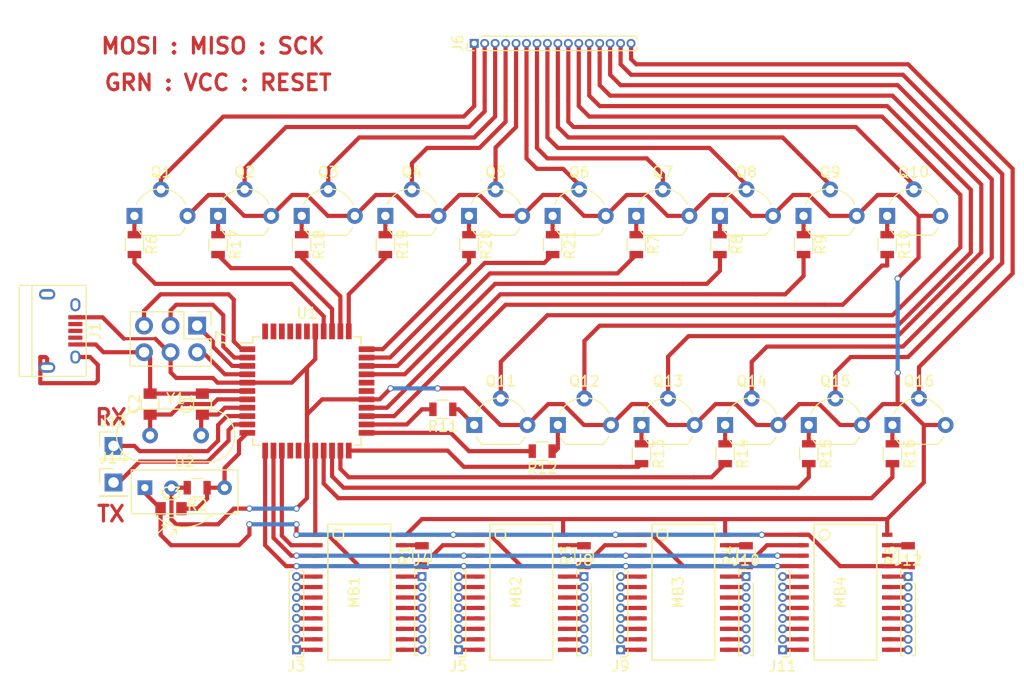
<source format=kicad_pcb>
(kicad_pcb (version 4) (host pcbnew 4.0.6)

  (general
    (links 192)
    (no_connects 5)
    (area 0 0 0 0)
    (thickness 1.6)
    (drawings 8)
    (tracks 560)
    (zones 0)
    (modules 60)
    (nets 135)
  )

  (page A4)
  (layers
    (0 F.Cu signal)
    (31 B.Cu signal)
    (32 B.Adhes user)
    (33 F.Adhes user)
    (34 B.Paste user)
    (35 F.Paste user)
    (36 B.SilkS user)
    (37 F.SilkS user)
    (38 B.Mask user)
    (39 F.Mask user)
    (40 Dwgs.User user)
    (41 Cmts.User user)
    (42 Eco1.User user)
    (43 Eco2.User user)
    (44 Edge.Cuts user)
    (45 Margin user)
    (46 B.CrtYd user)
    (47 F.CrtYd user)
    (48 B.Fab user)
    (49 F.Fab user)
  )

  (setup
    (last_trace_width 0.4)
    (user_trace_width 0.3)
    (user_trace_width 0.4)
    (trace_clearance 0.2)
    (zone_clearance 0.508)
    (zone_45_only no)
    (trace_min 0.2)
    (segment_width 0.2)
    (edge_width 0.15)
    (via_size 0.6)
    (via_drill 0.4)
    (via_min_size 0.4)
    (via_min_drill 0.3)
    (user_via 0.8 0.33)
    (uvia_size 0.3)
    (uvia_drill 0.1)
    (uvias_allowed no)
    (uvia_min_size 0.2)
    (uvia_min_drill 0.1)
    (pcb_text_width 0.3)
    (pcb_text_size 1.5 1.5)
    (mod_edge_width 0.15)
    (mod_text_size 1 1)
    (mod_text_width 0.15)
    (pad_size 1.524 1.524)
    (pad_drill 0.762)
    (pad_to_mask_clearance 0.2)
    (aux_axis_origin 0 0)
    (visible_elements 7FFFFFFF)
    (pcbplotparams
      (layerselection 0x00030_80000001)
      (usegerberextensions false)
      (excludeedgelayer true)
      (linewidth 0.100000)
      (plotframeref false)
      (viasonmask false)
      (mode 1)
      (useauxorigin false)
      (hpglpennumber 1)
      (hpglpenspeed 20)
      (hpglpendiameter 15)
      (hpglpenoverlay 2)
      (psnegative false)
      (psa4output false)
      (plotreference true)
      (plotvalue true)
      (plotinvisibletext false)
      (padsonsilk false)
      (subtractmaskfromsilk false)
      (outputformat 1)
      (mirror false)
      (drillshape 1)
      (scaleselection 1)
      (outputdirectory ""))
  )

  (net 0 "")
  (net 1 "Net-(J1-Pad1)")
  (net 2 GND)
  (net 3 "Net-(J3-Pad1)")
  (net 4 "Net-(J4-Pad1)")
  (net 5 "Net-(J5-Pad1)")
  (net 6 "Net-(J6-Pad1)")
  (net 7 "Net-(J8-Pad1)")
  (net 8 "Net-(J9-Pad1)")
  (net 9 "Net-(J10-Pad2)")
  (net 10 "Net-(J10-Pad3)")
  (net 11 "Net-(J10-Pad4)")
  (net 12 "Net-(J10-Pad5)")
  (net 13 "Net-(J11-Pad1)")
  (net 14 "Net-(J12-Pad1)")
  (net 15 "Net-(MB1-Pad22)")
  (net 16 "Net-(MB1-Pad23)")
  (net 17 "Net-(MB2-Pad22)")
  (net 18 "Net-(MB2-Pad23)")
  (net 19 "Net-(MB3-Pad22)")
  (net 20 "Net-(MB3-Pad23)")
  (net 21 "Net-(MB4-Pad23)")
  (net 22 "Net-(C1-Pad1)")
  (net 23 "Net-(C2-Pad1)")
  (net 24 "Net-(J3-Pad2)")
  (net 25 "Net-(J3-Pad3)")
  (net 26 "Net-(J3-Pad4)")
  (net 27 "Net-(J3-Pad5)")
  (net 28 "Net-(J3-Pad6)")
  (net 29 "Net-(J3-Pad7)")
  (net 30 "Net-(J3-Pad8)")
  (net 31 "Net-(J4-Pad2)")
  (net 32 "Net-(J4-Pad3)")
  (net 33 "Net-(J4-Pad4)")
  (net 34 "Net-(J4-Pad5)")
  (net 35 "Net-(J4-Pad6)")
  (net 36 "Net-(J4-Pad7)")
  (net 37 "Net-(J4-Pad8)")
  (net 38 "Net-(J5-Pad2)")
  (net 39 "Net-(J5-Pad3)")
  (net 40 "Net-(J5-Pad4)")
  (net 41 "Net-(J5-Pad5)")
  (net 42 "Net-(J5-Pad6)")
  (net 43 "Net-(J5-Pad7)")
  (net 44 "Net-(J5-Pad8)")
  (net 45 "Net-(J6-Pad2)")
  (net 46 "Net-(J6-Pad3)")
  (net 47 "Net-(J6-Pad4)")
  (net 48 "Net-(J6-Pad5)")
  (net 49 "Net-(J6-Pad6)")
  (net 50 "Net-(J6-Pad7)")
  (net 51 "Net-(J6-Pad8)")
  (net 52 "Net-(J7-Pad2)")
  (net 53 "Net-(J7-Pad3)")
  (net 54 "Net-(J8-Pad2)")
  (net 55 "Net-(J8-Pad3)")
  (net 56 "Net-(J8-Pad4)")
  (net 57 "Net-(J8-Pad5)")
  (net 58 "Net-(J8-Pad6)")
  (net 59 "Net-(J8-Pad7)")
  (net 60 "Net-(J8-Pad8)")
  (net 61 "Net-(J9-Pad2)")
  (net 62 "Net-(J9-Pad3)")
  (net 63 "Net-(J9-Pad4)")
  (net 64 "Net-(J9-Pad5)")
  (net 65 "Net-(J9-Pad6)")
  (net 66 "Net-(J9-Pad7)")
  (net 67 "Net-(J9-Pad8)")
  (net 68 "Net-(J10-Pad1)")
  (net 69 "Net-(J10-Pad6)")
  (net 70 "Net-(J10-Pad7)")
  (net 71 "Net-(J10-Pad8)")
  (net 72 "Net-(J11-Pad2)")
  (net 73 "Net-(J11-Pad3)")
  (net 74 "Net-(J11-Pad4)")
  (net 75 "Net-(J11-Pad5)")
  (net 76 "Net-(J11-Pad6)")
  (net 77 "Net-(J11-Pad7)")
  (net 78 "Net-(J11-Pad8)")
  (net 79 "Net-(J12-Pad2)")
  (net 80 "Net-(J12-Pad3)")
  (net 81 "Net-(J12-Pad4)")
  (net 82 "Net-(J12-Pad5)")
  (net 83 "Net-(J12-Pad6)")
  (net 84 "Net-(J12-Pad7)")
  (net 85 "Net-(J12-Pad8)")
  (net 86 "Net-(MB1-Pad2)")
  (net 87 "Net-(MB1-Pad3)")
  (net 88 "Net-(MB1-Pad4)")
  (net 89 "Net-(Q1-Pad1)")
  (net 90 "Net-(Q2-Pad1)")
  (net 91 "Net-(Q3-Pad1)")
  (net 92 "Net-(Q4-Pad1)")
  (net 93 "Net-(Q5-Pad1)")
  (net 94 "Net-(Q6-Pad1)")
  (net 95 "Net-(Q7-Pad1)")
  (net 96 "Net-(Q8-Pad1)")
  (net 97 "Net-(C3-Pad2)")
  (net 98 "Net-(J1-Pad6)")
  (net 99 "Net-(J6-Pad9)")
  (net 100 "Net-(J6-Pad10)")
  (net 101 "Net-(J6-Pad11)")
  (net 102 "Net-(J6-Pad12)")
  (net 103 "Net-(J6-Pad13)")
  (net 104 "Net-(J6-Pad14)")
  (net 105 "Net-(J6-Pad15)")
  (net 106 "Net-(J6-Pad16)")
  (net 107 "Net-(J7-Pad1)")
  (net 108 "Net-(J7-Pad5)")
  (net 109 "Net-(J13-Pad1)")
  (net 110 "Net-(J14-Pad1)")
  (net 111 "Net-(Q9-Pad1)")
  (net 112 "Net-(Q10-Pad1)")
  (net 113 "Net-(Q11-Pad1)")
  (net 114 "Net-(Q12-Pad1)")
  (net 115 "Net-(Q13-Pad1)")
  (net 116 "Net-(Q14-Pad1)")
  (net 117 "Net-(Q15-Pad1)")
  (net 118 "Net-(Q16-Pad1)")
  (net 119 "Net-(R6-Pad2)")
  (net 120 "Net-(R7-Pad2)")
  (net 121 "Net-(R8-Pad2)")
  (net 122 "Net-(R9-Pad2)")
  (net 123 "Net-(R10-Pad2)")
  (net 124 "Net-(R11-Pad2)")
  (net 125 "Net-(R12-Pad2)")
  (net 126 "Net-(R13-Pad2)")
  (net 127 "Net-(R14-Pad2)")
  (net 128 "Net-(R15-Pad2)")
  (net 129 "Net-(R16-Pad2)")
  (net 130 "Net-(R17-Pad2)")
  (net 131 "Net-(R18-Pad2)")
  (net 132 "Net-(R19-Pad2)")
  (net 133 "Net-(R20-Pad2)")
  (net 134 "Net-(R21-Pad2)")

  (net_class Default "This is the default net class."
    (clearance 0.2)
    (trace_width 0.25)
    (via_dia 0.6)
    (via_drill 0.4)
    (uvia_dia 0.3)
    (uvia_drill 0.1)
    (add_net GND)
    (add_net "Net-(C1-Pad1)")
    (add_net "Net-(C2-Pad1)")
    (add_net "Net-(C3-Pad2)")
    (add_net "Net-(J1-Pad1)")
    (add_net "Net-(J1-Pad6)")
    (add_net "Net-(J10-Pad1)")
    (add_net "Net-(J10-Pad2)")
    (add_net "Net-(J10-Pad3)")
    (add_net "Net-(J10-Pad4)")
    (add_net "Net-(J10-Pad5)")
    (add_net "Net-(J10-Pad6)")
    (add_net "Net-(J10-Pad7)")
    (add_net "Net-(J10-Pad8)")
    (add_net "Net-(J11-Pad1)")
    (add_net "Net-(J11-Pad2)")
    (add_net "Net-(J11-Pad3)")
    (add_net "Net-(J11-Pad4)")
    (add_net "Net-(J11-Pad5)")
    (add_net "Net-(J11-Pad6)")
    (add_net "Net-(J11-Pad7)")
    (add_net "Net-(J11-Pad8)")
    (add_net "Net-(J12-Pad1)")
    (add_net "Net-(J12-Pad2)")
    (add_net "Net-(J12-Pad3)")
    (add_net "Net-(J12-Pad4)")
    (add_net "Net-(J12-Pad5)")
    (add_net "Net-(J12-Pad6)")
    (add_net "Net-(J12-Pad7)")
    (add_net "Net-(J12-Pad8)")
    (add_net "Net-(J13-Pad1)")
    (add_net "Net-(J14-Pad1)")
    (add_net "Net-(J3-Pad1)")
    (add_net "Net-(J3-Pad2)")
    (add_net "Net-(J3-Pad3)")
    (add_net "Net-(J3-Pad4)")
    (add_net "Net-(J3-Pad5)")
    (add_net "Net-(J3-Pad6)")
    (add_net "Net-(J3-Pad7)")
    (add_net "Net-(J3-Pad8)")
    (add_net "Net-(J4-Pad1)")
    (add_net "Net-(J4-Pad2)")
    (add_net "Net-(J4-Pad3)")
    (add_net "Net-(J4-Pad4)")
    (add_net "Net-(J4-Pad5)")
    (add_net "Net-(J4-Pad6)")
    (add_net "Net-(J4-Pad7)")
    (add_net "Net-(J4-Pad8)")
    (add_net "Net-(J5-Pad1)")
    (add_net "Net-(J5-Pad2)")
    (add_net "Net-(J5-Pad3)")
    (add_net "Net-(J5-Pad4)")
    (add_net "Net-(J5-Pad5)")
    (add_net "Net-(J5-Pad6)")
    (add_net "Net-(J5-Pad7)")
    (add_net "Net-(J5-Pad8)")
    (add_net "Net-(J6-Pad1)")
    (add_net "Net-(J6-Pad10)")
    (add_net "Net-(J6-Pad11)")
    (add_net "Net-(J6-Pad12)")
    (add_net "Net-(J6-Pad13)")
    (add_net "Net-(J6-Pad14)")
    (add_net "Net-(J6-Pad15)")
    (add_net "Net-(J6-Pad16)")
    (add_net "Net-(J6-Pad2)")
    (add_net "Net-(J6-Pad3)")
    (add_net "Net-(J6-Pad4)")
    (add_net "Net-(J6-Pad5)")
    (add_net "Net-(J6-Pad6)")
    (add_net "Net-(J6-Pad7)")
    (add_net "Net-(J6-Pad8)")
    (add_net "Net-(J6-Pad9)")
    (add_net "Net-(J7-Pad1)")
    (add_net "Net-(J7-Pad2)")
    (add_net "Net-(J7-Pad3)")
    (add_net "Net-(J7-Pad5)")
    (add_net "Net-(J8-Pad1)")
    (add_net "Net-(J8-Pad2)")
    (add_net "Net-(J8-Pad3)")
    (add_net "Net-(J8-Pad4)")
    (add_net "Net-(J8-Pad5)")
    (add_net "Net-(J8-Pad6)")
    (add_net "Net-(J8-Pad7)")
    (add_net "Net-(J8-Pad8)")
    (add_net "Net-(J9-Pad1)")
    (add_net "Net-(J9-Pad2)")
    (add_net "Net-(J9-Pad3)")
    (add_net "Net-(J9-Pad4)")
    (add_net "Net-(J9-Pad5)")
    (add_net "Net-(J9-Pad6)")
    (add_net "Net-(J9-Pad7)")
    (add_net "Net-(J9-Pad8)")
    (add_net "Net-(MB1-Pad2)")
    (add_net "Net-(MB1-Pad22)")
    (add_net "Net-(MB1-Pad23)")
    (add_net "Net-(MB1-Pad3)")
    (add_net "Net-(MB1-Pad4)")
    (add_net "Net-(MB2-Pad22)")
    (add_net "Net-(MB2-Pad23)")
    (add_net "Net-(MB3-Pad22)")
    (add_net "Net-(MB3-Pad23)")
    (add_net "Net-(MB4-Pad23)")
    (add_net "Net-(Q1-Pad1)")
    (add_net "Net-(Q10-Pad1)")
    (add_net "Net-(Q11-Pad1)")
    (add_net "Net-(Q12-Pad1)")
    (add_net "Net-(Q13-Pad1)")
    (add_net "Net-(Q14-Pad1)")
    (add_net "Net-(Q15-Pad1)")
    (add_net "Net-(Q16-Pad1)")
    (add_net "Net-(Q2-Pad1)")
    (add_net "Net-(Q3-Pad1)")
    (add_net "Net-(Q4-Pad1)")
    (add_net "Net-(Q5-Pad1)")
    (add_net "Net-(Q6-Pad1)")
    (add_net "Net-(Q7-Pad1)")
    (add_net "Net-(Q8-Pad1)")
    (add_net "Net-(Q9-Pad1)")
    (add_net "Net-(R10-Pad2)")
    (add_net "Net-(R11-Pad2)")
    (add_net "Net-(R12-Pad2)")
    (add_net "Net-(R13-Pad2)")
    (add_net "Net-(R14-Pad2)")
    (add_net "Net-(R15-Pad2)")
    (add_net "Net-(R16-Pad2)")
    (add_net "Net-(R17-Pad2)")
    (add_net "Net-(R18-Pad2)")
    (add_net "Net-(R19-Pad2)")
    (add_net "Net-(R20-Pad2)")
    (add_net "Net-(R21-Pad2)")
    (add_net "Net-(R6-Pad2)")
    (add_net "Net-(R7-Pad2)")
    (add_net "Net-(R8-Pad2)")
    (add_net "Net-(R9-Pad2)")
  )

  (module Capacitors_SMD:C_0805 (layer F.Cu) (tedit 58AA8463) (tstamp 61A49CCC)
    (at 92.5 118 90)
    (descr "Capacitor SMD 0805, reflow soldering, AVX (see smccp.pdf)")
    (tags "capacitor 0805")
    (path /5BE35506)
    (attr smd)
    (fp_text reference C1 (at 0 -1.5 90) (layer F.SilkS)
      (effects (font (size 1 1) (thickness 0.15)))
    )
    (fp_text value 22p (at 0 1.75 90) (layer F.Fab)
      (effects (font (size 1 1) (thickness 0.15)))
    )
    (fp_text user %R (at 0 -1.5 90) (layer F.Fab)
      (effects (font (size 1 1) (thickness 0.15)))
    )
    (fp_line (start -1 0.62) (end -1 -0.62) (layer F.Fab) (width 0.1))
    (fp_line (start 1 0.62) (end -1 0.62) (layer F.Fab) (width 0.1))
    (fp_line (start 1 -0.62) (end 1 0.62) (layer F.Fab) (width 0.1))
    (fp_line (start -1 -0.62) (end 1 -0.62) (layer F.Fab) (width 0.1))
    (fp_line (start 0.5 -0.85) (end -0.5 -0.85) (layer F.SilkS) (width 0.12))
    (fp_line (start -0.5 0.85) (end 0.5 0.85) (layer F.SilkS) (width 0.12))
    (fp_line (start -1.75 -0.88) (end 1.75 -0.88) (layer F.CrtYd) (width 0.05))
    (fp_line (start -1.75 -0.88) (end -1.75 0.87) (layer F.CrtYd) (width 0.05))
    (fp_line (start 1.75 0.87) (end 1.75 -0.88) (layer F.CrtYd) (width 0.05))
    (fp_line (start 1.75 0.87) (end -1.75 0.87) (layer F.CrtYd) (width 0.05))
    (pad 1 smd rect (at -1 0 90) (size 1 1.25) (layers F.Cu F.Paste F.Mask)
      (net 22 "Net-(C1-Pad1)"))
    (pad 2 smd rect (at 1 0 90) (size 1 1.25) (layers F.Cu F.Paste F.Mask)
      (net 2 GND))
    (model Capacitors_SMD.3dshapes/C_0805.wrl
      (at (xyz 0 0 0))
      (scale (xyz 1 1 1))
      (rotate (xyz 0 0 0))
    )
  )

  (module Capacitors_SMD:C_0805 (layer F.Cu) (tedit 58AA8463) (tstamp 61A49CD2)
    (at 87.5 118 90)
    (descr "Capacitor SMD 0805, reflow soldering, AVX (see smccp.pdf)")
    (tags "capacitor 0805")
    (path /5BE3559D)
    (attr smd)
    (fp_text reference C2 (at 0 -1.5 90) (layer F.SilkS)
      (effects (font (size 1 1) (thickness 0.15)))
    )
    (fp_text value 22p (at 0 1.75 90) (layer F.Fab)
      (effects (font (size 1 1) (thickness 0.15)))
    )
    (fp_text user %R (at 0 -1.5 90) (layer F.Fab)
      (effects (font (size 1 1) (thickness 0.15)))
    )
    (fp_line (start -1 0.62) (end -1 -0.62) (layer F.Fab) (width 0.1))
    (fp_line (start 1 0.62) (end -1 0.62) (layer F.Fab) (width 0.1))
    (fp_line (start 1 -0.62) (end 1 0.62) (layer F.Fab) (width 0.1))
    (fp_line (start -1 -0.62) (end 1 -0.62) (layer F.Fab) (width 0.1))
    (fp_line (start 0.5 -0.85) (end -0.5 -0.85) (layer F.SilkS) (width 0.12))
    (fp_line (start -0.5 0.85) (end 0.5 0.85) (layer F.SilkS) (width 0.12))
    (fp_line (start -1.75 -0.88) (end 1.75 -0.88) (layer F.CrtYd) (width 0.05))
    (fp_line (start -1.75 -0.88) (end -1.75 0.87) (layer F.CrtYd) (width 0.05))
    (fp_line (start 1.75 0.87) (end 1.75 -0.88) (layer F.CrtYd) (width 0.05))
    (fp_line (start 1.75 0.87) (end -1.75 0.87) (layer F.CrtYd) (width 0.05))
    (pad 1 smd rect (at -1 0 90) (size 1 1.25) (layers F.Cu F.Paste F.Mask)
      (net 23 "Net-(C2-Pad1)"))
    (pad 2 smd rect (at 1 0 90) (size 1 1.25) (layers F.Cu F.Paste F.Mask)
      (net 2 GND))
    (model Capacitors_SMD.3dshapes/C_0805.wrl
      (at (xyz 0 0 0))
      (scale (xyz 1 1 1))
      (rotate (xyz 0 0 0))
    )
  )

  (module Capacitors_SMD:C_0805 (layer F.Cu) (tedit 58AA8463) (tstamp 61A49CD8)
    (at 89.5 128)
    (descr "Capacitor SMD 0805, reflow soldering, AVX (see smccp.pdf)")
    (tags "capacitor 0805")
    (path /61A6A518)
    (attr smd)
    (fp_text reference C3 (at 0 -1.5) (layer F.SilkS)
      (effects (font (size 1 1) (thickness 0.15)))
    )
    (fp_text value 100pf (at 0 1.75) (layer F.Fab)
      (effects (font (size 1 1) (thickness 0.15)))
    )
    (fp_text user %R (at 0 -1.5) (layer F.Fab)
      (effects (font (size 1 1) (thickness 0.15)))
    )
    (fp_line (start -1 0.62) (end -1 -0.62) (layer F.Fab) (width 0.1))
    (fp_line (start 1 0.62) (end -1 0.62) (layer F.Fab) (width 0.1))
    (fp_line (start 1 -0.62) (end 1 0.62) (layer F.Fab) (width 0.1))
    (fp_line (start -1 -0.62) (end 1 -0.62) (layer F.Fab) (width 0.1))
    (fp_line (start 0.5 -0.85) (end -0.5 -0.85) (layer F.SilkS) (width 0.12))
    (fp_line (start -0.5 0.85) (end 0.5 0.85) (layer F.SilkS) (width 0.12))
    (fp_line (start -1.75 -0.88) (end 1.75 -0.88) (layer F.CrtYd) (width 0.05))
    (fp_line (start -1.75 -0.88) (end -1.75 0.87) (layer F.CrtYd) (width 0.05))
    (fp_line (start 1.75 0.87) (end 1.75 -0.88) (layer F.CrtYd) (width 0.05))
    (fp_line (start 1.75 0.87) (end -1.75 0.87) (layer F.CrtYd) (width 0.05))
    (pad 1 smd rect (at -1 0) (size 1 1.25) (layers F.Cu F.Paste F.Mask)
      (net 2 GND))
    (pad 2 smd rect (at 1 0) (size 1 1.25) (layers F.Cu F.Paste F.Mask)
      (net 97 "Net-(C3-Pad2)"))
    (model Capacitors_SMD.3dshapes/C_0805.wrl
      (at (xyz 0 0 0))
      (scale (xyz 1 1 1))
      (rotate (xyz 0 0 0))
    )
  )

  (module Connectors:USB_Micro-B (layer F.Cu) (tedit 5543E447) (tstamp 61A49CE5)
    (at 79 111 270)
    (descr "Micro USB Type B Receptacle")
    (tags "USB USB_B USB_micro USB_OTG")
    (path /61A73E7E)
    (attr smd)
    (fp_text reference J1 (at 0 -3.24 270) (layer F.SilkS)
      (effects (font (size 1 1) (thickness 0.15)))
    )
    (fp_text value USB_OTG (at 0 5.01 270) (layer F.Fab)
      (effects (font (size 1 1) (thickness 0.15)))
    )
    (fp_line (start -4.6 -2.59) (end 4.6 -2.59) (layer F.CrtYd) (width 0.05))
    (fp_line (start 4.6 -2.59) (end 4.6 4.26) (layer F.CrtYd) (width 0.05))
    (fp_line (start 4.6 4.26) (end -4.6 4.26) (layer F.CrtYd) (width 0.05))
    (fp_line (start -4.6 4.26) (end -4.6 -2.59) (layer F.CrtYd) (width 0.05))
    (fp_line (start -4.35 4.03) (end 4.35 4.03) (layer F.SilkS) (width 0.12))
    (fp_line (start -4.35 -2.38) (end 4.35 -2.38) (layer F.SilkS) (width 0.12))
    (fp_line (start 4.35 -2.38) (end 4.35 4.03) (layer F.SilkS) (width 0.12))
    (fp_line (start 4.35 2.8) (end -4.35 2.8) (layer F.SilkS) (width 0.12))
    (fp_line (start -4.35 4.03) (end -4.35 -2.38) (layer F.SilkS) (width 0.12))
    (pad 1 smd rect (at -1.3 -1.35) (size 1.35 0.4) (layers F.Cu F.Paste F.Mask)
      (net 1 "Net-(J1-Pad1)"))
    (pad 2 smd rect (at -0.65 -1.35) (size 1.35 0.4) (layers F.Cu F.Paste F.Mask))
    (pad 3 smd rect (at 0 -1.35) (size 1.35 0.4) (layers F.Cu F.Paste F.Mask))
    (pad 4 smd rect (at 0.65 -1.35) (size 1.35 0.4) (layers F.Cu F.Paste F.Mask))
    (pad 5 smd rect (at 1.3 -1.35) (size 1.35 0.4) (layers F.Cu F.Paste F.Mask)
      (net 2 GND))
    (pad 6 thru_hole oval (at -2.5 -1.35) (size 0.95 1.25) (drill oval 0.55 0.85) (layers *.Cu *.Mask)
      (net 98 "Net-(J1-Pad6)"))
    (pad 6 thru_hole oval (at 2.5 -1.35) (size 0.95 1.25) (drill oval 0.55 0.85) (layers *.Cu *.Mask)
      (net 98 "Net-(J1-Pad6)"))
    (pad 6 thru_hole oval (at -3.5 1.35) (size 1.55 1) (drill oval 1.15 0.5) (layers *.Cu *.Mask)
      (net 98 "Net-(J1-Pad6)"))
    (pad 6 thru_hole oval (at 3.5 1.35) (size 1.55 1) (drill oval 1.15 0.5) (layers *.Cu *.Mask)
      (net 98 "Net-(J1-Pad6)"))
  )

  (module Pin_Headers:Pin_Header_Straight_1x08_Pitch1.00mm (layer F.Cu) (tedit 59B55814) (tstamp 61A49CF1)
    (at 101.5 141.5 180)
    (descr "Through hole straight pin header, 1x08, 1.00mm pitch, single row")
    (tags "Through hole pin header THT 1x08 1.00mm single row")
    (path /5BE2CE2A)
    (fp_text reference J3 (at 0 -1.56 180) (layer F.SilkS)
      (effects (font (size 1 1) (thickness 0.15)))
    )
    (fp_text value 1 (at 0 8.56 180) (layer F.Fab)
      (effects (font (size 1 1) (thickness 0.15)))
    )
    (fp_line (start -0.3175 -0.5) (end 0.635 -0.5) (layer F.Fab) (width 0.1))
    (fp_line (start 0.635 -0.5) (end 0.635 7.5) (layer F.Fab) (width 0.1))
    (fp_line (start 0.635 7.5) (end -0.635 7.5) (layer F.Fab) (width 0.1))
    (fp_line (start -0.635 7.5) (end -0.635 -0.1825) (layer F.Fab) (width 0.1))
    (fp_line (start -0.635 -0.1825) (end -0.3175 -0.5) (layer F.Fab) (width 0.1))
    (fp_line (start -0.695 7.56) (end -0.394493 7.56) (layer F.SilkS) (width 0.12))
    (fp_line (start 0.394493 7.56) (end 0.695 7.56) (layer F.SilkS) (width 0.12))
    (fp_line (start -0.695 0.685) (end -0.695 7.56) (layer F.SilkS) (width 0.12))
    (fp_line (start 0.695 0.685) (end 0.695 7.56) (layer F.SilkS) (width 0.12))
    (fp_line (start -0.695 0.685) (end -0.608276 0.685) (layer F.SilkS) (width 0.12))
    (fp_line (start 0.608276 0.685) (end 0.695 0.685) (layer F.SilkS) (width 0.12))
    (fp_line (start -0.695 0) (end -0.695 -0.685) (layer F.SilkS) (width 0.12))
    (fp_line (start -0.695 -0.685) (end 0 -0.685) (layer F.SilkS) (width 0.12))
    (fp_line (start -1.15 -1) (end -1.15 8) (layer F.CrtYd) (width 0.05))
    (fp_line (start -1.15 8) (end 1.15 8) (layer F.CrtYd) (width 0.05))
    (fp_line (start 1.15 8) (end 1.15 -1) (layer F.CrtYd) (width 0.05))
    (fp_line (start 1.15 -1) (end -1.15 -1) (layer F.CrtYd) (width 0.05))
    (fp_text user %R (at 0 3.5 270) (layer F.Fab)
      (effects (font (size 0.76 0.76) (thickness 0.114)))
    )
    (pad 1 thru_hole rect (at 0 0 180) (size 0.85 0.85) (drill 0.5) (layers *.Cu *.Mask)
      (net 3 "Net-(J3-Pad1)"))
    (pad 2 thru_hole oval (at 0 1 180) (size 0.85 0.85) (drill 0.5) (layers *.Cu *.Mask)
      (net 24 "Net-(J3-Pad2)"))
    (pad 3 thru_hole oval (at 0 2 180) (size 0.85 0.85) (drill 0.5) (layers *.Cu *.Mask)
      (net 25 "Net-(J3-Pad3)"))
    (pad 4 thru_hole oval (at 0 3 180) (size 0.85 0.85) (drill 0.5) (layers *.Cu *.Mask)
      (net 26 "Net-(J3-Pad4)"))
    (pad 5 thru_hole oval (at 0 4 180) (size 0.85 0.85) (drill 0.5) (layers *.Cu *.Mask)
      (net 27 "Net-(J3-Pad5)"))
    (pad 6 thru_hole oval (at 0 5 180) (size 0.85 0.85) (drill 0.5) (layers *.Cu *.Mask)
      (net 28 "Net-(J3-Pad6)"))
    (pad 7 thru_hole oval (at 0 6 180) (size 0.85 0.85) (drill 0.5) (layers *.Cu *.Mask)
      (net 29 "Net-(J3-Pad7)"))
    (pad 8 thru_hole oval (at 0 7 180) (size 0.85 0.85) (drill 0.5) (layers *.Cu *.Mask)
      (net 30 "Net-(J3-Pad8)"))
    (model ${KISYS3DMOD}/Pin_Headers.3dshapes/Pin_Header_Straight_1x08_Pitch1.00mm.wrl
      (at (xyz 0 0 0))
      (scale (xyz 1 1 1))
      (rotate (xyz 0 0 0))
    )
  )

  (module Pin_Headers:Pin_Header_Straight_1x08_Pitch1.00mm (layer F.Cu) (tedit 59B55814) (tstamp 61A49CFD)
    (at 113.5 134.5)
    (descr "Through hole straight pin header, 1x08, 1.00mm pitch, single row")
    (tags "Through hole pin header THT 1x08 1.00mm single row")
    (path /5BE2CEBD)
    (fp_text reference J4 (at 0 -1.56) (layer F.SilkS)
      (effects (font (size 1 1) (thickness 0.15)))
    )
    (fp_text value 2 (at 0 8.56) (layer F.Fab)
      (effects (font (size 1 1) (thickness 0.15)))
    )
    (fp_line (start -0.3175 -0.5) (end 0.635 -0.5) (layer F.Fab) (width 0.1))
    (fp_line (start 0.635 -0.5) (end 0.635 7.5) (layer F.Fab) (width 0.1))
    (fp_line (start 0.635 7.5) (end -0.635 7.5) (layer F.Fab) (width 0.1))
    (fp_line (start -0.635 7.5) (end -0.635 -0.1825) (layer F.Fab) (width 0.1))
    (fp_line (start -0.635 -0.1825) (end -0.3175 -0.5) (layer F.Fab) (width 0.1))
    (fp_line (start -0.695 7.56) (end -0.394493 7.56) (layer F.SilkS) (width 0.12))
    (fp_line (start 0.394493 7.56) (end 0.695 7.56) (layer F.SilkS) (width 0.12))
    (fp_line (start -0.695 0.685) (end -0.695 7.56) (layer F.SilkS) (width 0.12))
    (fp_line (start 0.695 0.685) (end 0.695 7.56) (layer F.SilkS) (width 0.12))
    (fp_line (start -0.695 0.685) (end -0.608276 0.685) (layer F.SilkS) (width 0.12))
    (fp_line (start 0.608276 0.685) (end 0.695 0.685) (layer F.SilkS) (width 0.12))
    (fp_line (start -0.695 0) (end -0.695 -0.685) (layer F.SilkS) (width 0.12))
    (fp_line (start -0.695 -0.685) (end 0 -0.685) (layer F.SilkS) (width 0.12))
    (fp_line (start -1.15 -1) (end -1.15 8) (layer F.CrtYd) (width 0.05))
    (fp_line (start -1.15 8) (end 1.15 8) (layer F.CrtYd) (width 0.05))
    (fp_line (start 1.15 8) (end 1.15 -1) (layer F.CrtYd) (width 0.05))
    (fp_line (start 1.15 -1) (end -1.15 -1) (layer F.CrtYd) (width 0.05))
    (fp_text user %R (at 0 3.5 90) (layer F.Fab)
      (effects (font (size 0.76 0.76) (thickness 0.114)))
    )
    (pad 1 thru_hole rect (at 0 0) (size 0.85 0.85) (drill 0.5) (layers *.Cu *.Mask)
      (net 4 "Net-(J4-Pad1)"))
    (pad 2 thru_hole oval (at 0 1) (size 0.85 0.85) (drill 0.5) (layers *.Cu *.Mask)
      (net 31 "Net-(J4-Pad2)"))
    (pad 3 thru_hole oval (at 0 2) (size 0.85 0.85) (drill 0.5) (layers *.Cu *.Mask)
      (net 32 "Net-(J4-Pad3)"))
    (pad 4 thru_hole oval (at 0 3) (size 0.85 0.85) (drill 0.5) (layers *.Cu *.Mask)
      (net 33 "Net-(J4-Pad4)"))
    (pad 5 thru_hole oval (at 0 4) (size 0.85 0.85) (drill 0.5) (layers *.Cu *.Mask)
      (net 34 "Net-(J4-Pad5)"))
    (pad 6 thru_hole oval (at 0 5) (size 0.85 0.85) (drill 0.5) (layers *.Cu *.Mask)
      (net 35 "Net-(J4-Pad6)"))
    (pad 7 thru_hole oval (at 0 6) (size 0.85 0.85) (drill 0.5) (layers *.Cu *.Mask)
      (net 36 "Net-(J4-Pad7)"))
    (pad 8 thru_hole oval (at 0 7) (size 0.85 0.85) (drill 0.5) (layers *.Cu *.Mask)
      (net 37 "Net-(J4-Pad8)"))
    (model ${KISYS3DMOD}/Pin_Headers.3dshapes/Pin_Header_Straight_1x08_Pitch1.00mm.wrl
      (at (xyz 0 0 0))
      (scale (xyz 1 1 1))
      (rotate (xyz 0 0 0))
    )
  )

  (module Pin_Headers:Pin_Header_Straight_1x08_Pitch1.00mm (layer F.Cu) (tedit 59B55814) (tstamp 61A49D09)
    (at 117 141.5 180)
    (descr "Through hole straight pin header, 1x08, 1.00mm pitch, single row")
    (tags "Through hole pin header THT 1x08 1.00mm single row")
    (path /5BE2CC3D)
    (fp_text reference J5 (at 0 -1.56 180) (layer F.SilkS)
      (effects (font (size 1 1) (thickness 0.15)))
    )
    (fp_text value 3 (at 0 8.56 180) (layer F.Fab)
      (effects (font (size 1 1) (thickness 0.15)))
    )
    (fp_line (start -0.3175 -0.5) (end 0.635 -0.5) (layer F.Fab) (width 0.1))
    (fp_line (start 0.635 -0.5) (end 0.635 7.5) (layer F.Fab) (width 0.1))
    (fp_line (start 0.635 7.5) (end -0.635 7.5) (layer F.Fab) (width 0.1))
    (fp_line (start -0.635 7.5) (end -0.635 -0.1825) (layer F.Fab) (width 0.1))
    (fp_line (start -0.635 -0.1825) (end -0.3175 -0.5) (layer F.Fab) (width 0.1))
    (fp_line (start -0.695 7.56) (end -0.394493 7.56) (layer F.SilkS) (width 0.12))
    (fp_line (start 0.394493 7.56) (end 0.695 7.56) (layer F.SilkS) (width 0.12))
    (fp_line (start -0.695 0.685) (end -0.695 7.56) (layer F.SilkS) (width 0.12))
    (fp_line (start 0.695 0.685) (end 0.695 7.56) (layer F.SilkS) (width 0.12))
    (fp_line (start -0.695 0.685) (end -0.608276 0.685) (layer F.SilkS) (width 0.12))
    (fp_line (start 0.608276 0.685) (end 0.695 0.685) (layer F.SilkS) (width 0.12))
    (fp_line (start -0.695 0) (end -0.695 -0.685) (layer F.SilkS) (width 0.12))
    (fp_line (start -0.695 -0.685) (end 0 -0.685) (layer F.SilkS) (width 0.12))
    (fp_line (start -1.15 -1) (end -1.15 8) (layer F.CrtYd) (width 0.05))
    (fp_line (start -1.15 8) (end 1.15 8) (layer F.CrtYd) (width 0.05))
    (fp_line (start 1.15 8) (end 1.15 -1) (layer F.CrtYd) (width 0.05))
    (fp_line (start 1.15 -1) (end -1.15 -1) (layer F.CrtYd) (width 0.05))
    (fp_text user %R (at 0 3.5 270) (layer F.Fab)
      (effects (font (size 0.76 0.76) (thickness 0.114)))
    )
    (pad 1 thru_hole rect (at 0 0 180) (size 0.85 0.85) (drill 0.5) (layers *.Cu *.Mask)
      (net 5 "Net-(J5-Pad1)"))
    (pad 2 thru_hole oval (at 0 1 180) (size 0.85 0.85) (drill 0.5) (layers *.Cu *.Mask)
      (net 38 "Net-(J5-Pad2)"))
    (pad 3 thru_hole oval (at 0 2 180) (size 0.85 0.85) (drill 0.5) (layers *.Cu *.Mask)
      (net 39 "Net-(J5-Pad3)"))
    (pad 4 thru_hole oval (at 0 3 180) (size 0.85 0.85) (drill 0.5) (layers *.Cu *.Mask)
      (net 40 "Net-(J5-Pad4)"))
    (pad 5 thru_hole oval (at 0 4 180) (size 0.85 0.85) (drill 0.5) (layers *.Cu *.Mask)
      (net 41 "Net-(J5-Pad5)"))
    (pad 6 thru_hole oval (at 0 5 180) (size 0.85 0.85) (drill 0.5) (layers *.Cu *.Mask)
      (net 42 "Net-(J5-Pad6)"))
    (pad 7 thru_hole oval (at 0 6 180) (size 0.85 0.85) (drill 0.5) (layers *.Cu *.Mask)
      (net 43 "Net-(J5-Pad7)"))
    (pad 8 thru_hole oval (at 0 7 180) (size 0.85 0.85) (drill 0.5) (layers *.Cu *.Mask)
      (net 44 "Net-(J5-Pad8)"))
    (model ${KISYS3DMOD}/Pin_Headers.3dshapes/Pin_Header_Straight_1x08_Pitch1.00mm.wrl
      (at (xyz 0 0 0))
      (scale (xyz 1 1 1))
      (rotate (xyz 0 0 0))
    )
  )

  (module Pin_Headers:Pin_Header_Straight_1x16_Pitch1.00mm (layer F.Cu) (tedit 59B55814) (tstamp 61A49D1D)
    (at 118.5 83.5 90)
    (descr "Through hole straight pin header, 1x16, 1.00mm pitch, single row")
    (tags "Through hole pin header THT 1x16 1.00mm single row")
    (path /61A59A51)
    (fp_text reference J6 (at 0 -1.56 90) (layer F.SilkS)
      (effects (font (size 1 1) (thickness 0.15)))
    )
    (fp_text value "vert layers" (at 0 16.56 90) (layer F.Fab)
      (effects (font (size 1 1) (thickness 0.15)))
    )
    (fp_line (start -0.3175 -0.5) (end 0.635 -0.5) (layer F.Fab) (width 0.1))
    (fp_line (start 0.635 -0.5) (end 0.635 15.5) (layer F.Fab) (width 0.1))
    (fp_line (start 0.635 15.5) (end -0.635 15.5) (layer F.Fab) (width 0.1))
    (fp_line (start -0.635 15.5) (end -0.635 -0.1825) (layer F.Fab) (width 0.1))
    (fp_line (start -0.635 -0.1825) (end -0.3175 -0.5) (layer F.Fab) (width 0.1))
    (fp_line (start -0.695 15.56) (end -0.394493 15.56) (layer F.SilkS) (width 0.12))
    (fp_line (start 0.394493 15.56) (end 0.695 15.56) (layer F.SilkS) (width 0.12))
    (fp_line (start -0.695 0.685) (end -0.695 15.56) (layer F.SilkS) (width 0.12))
    (fp_line (start 0.695 0.685) (end 0.695 15.56) (layer F.SilkS) (width 0.12))
    (fp_line (start -0.695 0.685) (end -0.608276 0.685) (layer F.SilkS) (width 0.12))
    (fp_line (start 0.608276 0.685) (end 0.695 0.685) (layer F.SilkS) (width 0.12))
    (fp_line (start -0.695 0) (end -0.695 -0.685) (layer F.SilkS) (width 0.12))
    (fp_line (start -0.695 -0.685) (end 0 -0.685) (layer F.SilkS) (width 0.12))
    (fp_line (start -1.15 -1) (end -1.15 16) (layer F.CrtYd) (width 0.05))
    (fp_line (start -1.15 16) (end 1.15 16) (layer F.CrtYd) (width 0.05))
    (fp_line (start 1.15 16) (end 1.15 -1) (layer F.CrtYd) (width 0.05))
    (fp_line (start 1.15 -1) (end -1.15 -1) (layer F.CrtYd) (width 0.05))
    (fp_text user %R (at 0 7.5 180) (layer F.Fab)
      (effects (font (size 0.76 0.76) (thickness 0.114)))
    )
    (pad 1 thru_hole rect (at 0 0 90) (size 0.85 0.85) (drill 0.5) (layers *.Cu *.Mask)
      (net 6 "Net-(J6-Pad1)"))
    (pad 2 thru_hole oval (at 0 1 90) (size 0.85 0.85) (drill 0.5) (layers *.Cu *.Mask)
      (net 45 "Net-(J6-Pad2)"))
    (pad 3 thru_hole oval (at 0 2 90) (size 0.85 0.85) (drill 0.5) (layers *.Cu *.Mask)
      (net 46 "Net-(J6-Pad3)"))
    (pad 4 thru_hole oval (at 0 3 90) (size 0.85 0.85) (drill 0.5) (layers *.Cu *.Mask)
      (net 47 "Net-(J6-Pad4)"))
    (pad 5 thru_hole oval (at 0 4 90) (size 0.85 0.85) (drill 0.5) (layers *.Cu *.Mask)
      (net 48 "Net-(J6-Pad5)"))
    (pad 6 thru_hole oval (at 0 5 90) (size 0.85 0.85) (drill 0.5) (layers *.Cu *.Mask)
      (net 49 "Net-(J6-Pad6)"))
    (pad 7 thru_hole oval (at 0 6 90) (size 0.85 0.85) (drill 0.5) (layers *.Cu *.Mask)
      (net 50 "Net-(J6-Pad7)"))
    (pad 8 thru_hole oval (at 0 7 90) (size 0.85 0.85) (drill 0.5) (layers *.Cu *.Mask)
      (net 51 "Net-(J6-Pad8)"))
    (pad 9 thru_hole oval (at 0 8 90) (size 0.85 0.85) (drill 0.5) (layers *.Cu *.Mask)
      (net 99 "Net-(J6-Pad9)"))
    (pad 10 thru_hole oval (at 0 9 90) (size 0.85 0.85) (drill 0.5) (layers *.Cu *.Mask)
      (net 100 "Net-(J6-Pad10)"))
    (pad 11 thru_hole oval (at 0 10 90) (size 0.85 0.85) (drill 0.5) (layers *.Cu *.Mask)
      (net 101 "Net-(J6-Pad11)"))
    (pad 12 thru_hole oval (at 0 11 90) (size 0.85 0.85) (drill 0.5) (layers *.Cu *.Mask)
      (net 102 "Net-(J6-Pad12)"))
    (pad 13 thru_hole oval (at 0 12 90) (size 0.85 0.85) (drill 0.5) (layers *.Cu *.Mask)
      (net 103 "Net-(J6-Pad13)"))
    (pad 14 thru_hole oval (at 0 13 90) (size 0.85 0.85) (drill 0.5) (layers *.Cu *.Mask)
      (net 104 "Net-(J6-Pad14)"))
    (pad 15 thru_hole oval (at 0 14 90) (size 0.85 0.85) (drill 0.5) (layers *.Cu *.Mask)
      (net 105 "Net-(J6-Pad15)"))
    (pad 16 thru_hole oval (at 0 15 90) (size 0.85 0.85) (drill 0.5) (layers *.Cu *.Mask)
      (net 106 "Net-(J6-Pad16)"))
    (model ${KISYS3DMOD}/Pin_Headers.3dshapes/Pin_Header_Straight_1x16_Pitch1.00mm.wrl
      (at (xyz 0 0 0))
      (scale (xyz 1 1 1))
      (rotate (xyz 0 0 0))
    )
  )

  (module Pin_Headers:Pin_Header_Straight_2x03_Pitch2.54mm (layer F.Cu) (tedit 59650532) (tstamp 61A49D27)
    (at 92 110.5 270)
    (descr "Through hole straight pin header, 2x03, 2.54mm pitch, double rows")
    (tags "Through hole pin header THT 2x03 2.54mm double row")
    (path /5BE36E9F)
    (fp_text reference J7 (at 1.27 -2.33 270) (layer F.SilkS)
      (effects (font (size 1 1) (thickness 0.15)))
    )
    (fp_text value ICSP (at 1.27 7.41 270) (layer F.Fab)
      (effects (font (size 1 1) (thickness 0.15)))
    )
    (fp_line (start 0 -1.27) (end 3.81 -1.27) (layer F.Fab) (width 0.1))
    (fp_line (start 3.81 -1.27) (end 3.81 6.35) (layer F.Fab) (width 0.1))
    (fp_line (start 3.81 6.35) (end -1.27 6.35) (layer F.Fab) (width 0.1))
    (fp_line (start -1.27 6.35) (end -1.27 0) (layer F.Fab) (width 0.1))
    (fp_line (start -1.27 0) (end 0 -1.27) (layer F.Fab) (width 0.1))
    (fp_line (start -1.33 6.41) (end 3.87 6.41) (layer F.SilkS) (width 0.12))
    (fp_line (start -1.33 1.27) (end -1.33 6.41) (layer F.SilkS) (width 0.12))
    (fp_line (start 3.87 -1.33) (end 3.87 6.41) (layer F.SilkS) (width 0.12))
    (fp_line (start -1.33 1.27) (end 1.27 1.27) (layer F.SilkS) (width 0.12))
    (fp_line (start 1.27 1.27) (end 1.27 -1.33) (layer F.SilkS) (width 0.12))
    (fp_line (start 1.27 -1.33) (end 3.87 -1.33) (layer F.SilkS) (width 0.12))
    (fp_line (start -1.33 0) (end -1.33 -1.33) (layer F.SilkS) (width 0.12))
    (fp_line (start -1.33 -1.33) (end 0 -1.33) (layer F.SilkS) (width 0.12))
    (fp_line (start -1.8 -1.8) (end -1.8 6.85) (layer F.CrtYd) (width 0.05))
    (fp_line (start -1.8 6.85) (end 4.35 6.85) (layer F.CrtYd) (width 0.05))
    (fp_line (start 4.35 6.85) (end 4.35 -1.8) (layer F.CrtYd) (width 0.05))
    (fp_line (start 4.35 -1.8) (end -1.8 -1.8) (layer F.CrtYd) (width 0.05))
    (fp_text user %R (at 1.27 2.54 360) (layer F.Fab)
      (effects (font (size 1 1) (thickness 0.15)))
    )
    (pad 1 thru_hole rect (at 0 0 270) (size 1.7 1.7) (drill 1) (layers *.Cu *.Mask)
      (net 107 "Net-(J7-Pad1)"))
    (pad 2 thru_hole oval (at 2.54 0 270) (size 1.7 1.7) (drill 1) (layers *.Cu *.Mask)
      (net 52 "Net-(J7-Pad2)"))
    (pad 3 thru_hole oval (at 0 2.54 270) (size 1.7 1.7) (drill 1) (layers *.Cu *.Mask)
      (net 53 "Net-(J7-Pad3)"))
    (pad 4 thru_hole oval (at 2.54 2.54 270) (size 1.7 1.7) (drill 1) (layers *.Cu *.Mask)
      (net 1 "Net-(J1-Pad1)"))
    (pad 5 thru_hole oval (at 0 5.08 270) (size 1.7 1.7) (drill 1) (layers *.Cu *.Mask)
      (net 108 "Net-(J7-Pad5)"))
    (pad 6 thru_hole oval (at 2.54 5.08 270) (size 1.7 1.7) (drill 1) (layers *.Cu *.Mask)
      (net 2 GND))
    (model ${KISYS3DMOD}/Pin_Headers.3dshapes/Pin_Header_Straight_2x03_Pitch2.54mm.wrl
      (at (xyz 0 0 0))
      (scale (xyz 1 1 1))
      (rotate (xyz 0 0 0))
    )
  )

  (module Pin_Headers:Pin_Header_Straight_1x08_Pitch1.00mm (layer F.Cu) (tedit 59B55814) (tstamp 61A49D33)
    (at 129 134.5)
    (descr "Through hole straight pin header, 1x08, 1.00mm pitch, single row")
    (tags "Through hole pin header THT 1x08 1.00mm single row")
    (path /5BE2CCC2)
    (fp_text reference J8 (at 0 -1.56) (layer F.SilkS)
      (effects (font (size 1 1) (thickness 0.15)))
    )
    (fp_text value 4 (at 0 8.56) (layer F.Fab)
      (effects (font (size 1 1) (thickness 0.15)))
    )
    (fp_line (start -0.3175 -0.5) (end 0.635 -0.5) (layer F.Fab) (width 0.1))
    (fp_line (start 0.635 -0.5) (end 0.635 7.5) (layer F.Fab) (width 0.1))
    (fp_line (start 0.635 7.5) (end -0.635 7.5) (layer F.Fab) (width 0.1))
    (fp_line (start -0.635 7.5) (end -0.635 -0.1825) (layer F.Fab) (width 0.1))
    (fp_line (start -0.635 -0.1825) (end -0.3175 -0.5) (layer F.Fab) (width 0.1))
    (fp_line (start -0.695 7.56) (end -0.394493 7.56) (layer F.SilkS) (width 0.12))
    (fp_line (start 0.394493 7.56) (end 0.695 7.56) (layer F.SilkS) (width 0.12))
    (fp_line (start -0.695 0.685) (end -0.695 7.56) (layer F.SilkS) (width 0.12))
    (fp_line (start 0.695 0.685) (end 0.695 7.56) (layer F.SilkS) (width 0.12))
    (fp_line (start -0.695 0.685) (end -0.608276 0.685) (layer F.SilkS) (width 0.12))
    (fp_line (start 0.608276 0.685) (end 0.695 0.685) (layer F.SilkS) (width 0.12))
    (fp_line (start -0.695 0) (end -0.695 -0.685) (layer F.SilkS) (width 0.12))
    (fp_line (start -0.695 -0.685) (end 0 -0.685) (layer F.SilkS) (width 0.12))
    (fp_line (start -1.15 -1) (end -1.15 8) (layer F.CrtYd) (width 0.05))
    (fp_line (start -1.15 8) (end 1.15 8) (layer F.CrtYd) (width 0.05))
    (fp_line (start 1.15 8) (end 1.15 -1) (layer F.CrtYd) (width 0.05))
    (fp_line (start 1.15 -1) (end -1.15 -1) (layer F.CrtYd) (width 0.05))
    (fp_text user %R (at 0 3.5 90) (layer F.Fab)
      (effects (font (size 0.76 0.76) (thickness 0.114)))
    )
    (pad 1 thru_hole rect (at 0 0) (size 0.85 0.85) (drill 0.5) (layers *.Cu *.Mask)
      (net 7 "Net-(J8-Pad1)"))
    (pad 2 thru_hole oval (at 0 1) (size 0.85 0.85) (drill 0.5) (layers *.Cu *.Mask)
      (net 54 "Net-(J8-Pad2)"))
    (pad 3 thru_hole oval (at 0 2) (size 0.85 0.85) (drill 0.5) (layers *.Cu *.Mask)
      (net 55 "Net-(J8-Pad3)"))
    (pad 4 thru_hole oval (at 0 3) (size 0.85 0.85) (drill 0.5) (layers *.Cu *.Mask)
      (net 56 "Net-(J8-Pad4)"))
    (pad 5 thru_hole oval (at 0 4) (size 0.85 0.85) (drill 0.5) (layers *.Cu *.Mask)
      (net 57 "Net-(J8-Pad5)"))
    (pad 6 thru_hole oval (at 0 5) (size 0.85 0.85) (drill 0.5) (layers *.Cu *.Mask)
      (net 58 "Net-(J8-Pad6)"))
    (pad 7 thru_hole oval (at 0 6) (size 0.85 0.85) (drill 0.5) (layers *.Cu *.Mask)
      (net 59 "Net-(J8-Pad7)"))
    (pad 8 thru_hole oval (at 0 7) (size 0.85 0.85) (drill 0.5) (layers *.Cu *.Mask)
      (net 60 "Net-(J8-Pad8)"))
    (model ${KISYS3DMOD}/Pin_Headers.3dshapes/Pin_Header_Straight_1x08_Pitch1.00mm.wrl
      (at (xyz 0 0 0))
      (scale (xyz 1 1 1))
      (rotate (xyz 0 0 0))
    )
  )

  (module Pin_Headers:Pin_Header_Straight_1x08_Pitch1.00mm (layer F.Cu) (tedit 59B55814) (tstamp 61A49D3F)
    (at 132.5 141.5 180)
    (descr "Through hole straight pin header, 1x08, 1.00mm pitch, single row")
    (tags "Through hole pin header THT 1x08 1.00mm single row")
    (path /5BE2CAE9)
    (fp_text reference J9 (at 0 -1.56 180) (layer F.SilkS)
      (effects (font (size 1 1) (thickness 0.15)))
    )
    (fp_text value 5 (at 0 8.56 180) (layer F.Fab)
      (effects (font (size 1 1) (thickness 0.15)))
    )
    (fp_line (start -0.3175 -0.5) (end 0.635 -0.5) (layer F.Fab) (width 0.1))
    (fp_line (start 0.635 -0.5) (end 0.635 7.5) (layer F.Fab) (width 0.1))
    (fp_line (start 0.635 7.5) (end -0.635 7.5) (layer F.Fab) (width 0.1))
    (fp_line (start -0.635 7.5) (end -0.635 -0.1825) (layer F.Fab) (width 0.1))
    (fp_line (start -0.635 -0.1825) (end -0.3175 -0.5) (layer F.Fab) (width 0.1))
    (fp_line (start -0.695 7.56) (end -0.394493 7.56) (layer F.SilkS) (width 0.12))
    (fp_line (start 0.394493 7.56) (end 0.695 7.56) (layer F.SilkS) (width 0.12))
    (fp_line (start -0.695 0.685) (end -0.695 7.56) (layer F.SilkS) (width 0.12))
    (fp_line (start 0.695 0.685) (end 0.695 7.56) (layer F.SilkS) (width 0.12))
    (fp_line (start -0.695 0.685) (end -0.608276 0.685) (layer F.SilkS) (width 0.12))
    (fp_line (start 0.608276 0.685) (end 0.695 0.685) (layer F.SilkS) (width 0.12))
    (fp_line (start -0.695 0) (end -0.695 -0.685) (layer F.SilkS) (width 0.12))
    (fp_line (start -0.695 -0.685) (end 0 -0.685) (layer F.SilkS) (width 0.12))
    (fp_line (start -1.15 -1) (end -1.15 8) (layer F.CrtYd) (width 0.05))
    (fp_line (start -1.15 8) (end 1.15 8) (layer F.CrtYd) (width 0.05))
    (fp_line (start 1.15 8) (end 1.15 -1) (layer F.CrtYd) (width 0.05))
    (fp_line (start 1.15 -1) (end -1.15 -1) (layer F.CrtYd) (width 0.05))
    (fp_text user %R (at 0 3.5 270) (layer F.Fab)
      (effects (font (size 0.76 0.76) (thickness 0.114)))
    )
    (pad 1 thru_hole rect (at 0 0 180) (size 0.85 0.85) (drill 0.5) (layers *.Cu *.Mask)
      (net 8 "Net-(J9-Pad1)"))
    (pad 2 thru_hole oval (at 0 1 180) (size 0.85 0.85) (drill 0.5) (layers *.Cu *.Mask)
      (net 61 "Net-(J9-Pad2)"))
    (pad 3 thru_hole oval (at 0 2 180) (size 0.85 0.85) (drill 0.5) (layers *.Cu *.Mask)
      (net 62 "Net-(J9-Pad3)"))
    (pad 4 thru_hole oval (at 0 3 180) (size 0.85 0.85) (drill 0.5) (layers *.Cu *.Mask)
      (net 63 "Net-(J9-Pad4)"))
    (pad 5 thru_hole oval (at 0 4 180) (size 0.85 0.85) (drill 0.5) (layers *.Cu *.Mask)
      (net 64 "Net-(J9-Pad5)"))
    (pad 6 thru_hole oval (at 0 5 180) (size 0.85 0.85) (drill 0.5) (layers *.Cu *.Mask)
      (net 65 "Net-(J9-Pad6)"))
    (pad 7 thru_hole oval (at 0 6 180) (size 0.85 0.85) (drill 0.5) (layers *.Cu *.Mask)
      (net 66 "Net-(J9-Pad7)"))
    (pad 8 thru_hole oval (at 0 7 180) (size 0.85 0.85) (drill 0.5) (layers *.Cu *.Mask)
      (net 67 "Net-(J9-Pad8)"))
    (model ${KISYS3DMOD}/Pin_Headers.3dshapes/Pin_Header_Straight_1x08_Pitch1.00mm.wrl
      (at (xyz 0 0 0))
      (scale (xyz 1 1 1))
      (rotate (xyz 0 0 0))
    )
  )

  (module Pin_Headers:Pin_Header_Straight_1x08_Pitch1.00mm (layer F.Cu) (tedit 59B55814) (tstamp 61A49D4B)
    (at 144.5 134.5)
    (descr "Through hole straight pin header, 1x08, 1.00mm pitch, single row")
    (tags "Through hole pin header THT 1x08 1.00mm single row")
    (path /5BE2C912)
    (fp_text reference J10 (at 0 -1.56) (layer F.SilkS)
      (effects (font (size 1 1) (thickness 0.15)))
    )
    (fp_text value 6 (at 0 8.56) (layer F.Fab)
      (effects (font (size 1 1) (thickness 0.15)))
    )
    (fp_line (start -0.3175 -0.5) (end 0.635 -0.5) (layer F.Fab) (width 0.1))
    (fp_line (start 0.635 -0.5) (end 0.635 7.5) (layer F.Fab) (width 0.1))
    (fp_line (start 0.635 7.5) (end -0.635 7.5) (layer F.Fab) (width 0.1))
    (fp_line (start -0.635 7.5) (end -0.635 -0.1825) (layer F.Fab) (width 0.1))
    (fp_line (start -0.635 -0.1825) (end -0.3175 -0.5) (layer F.Fab) (width 0.1))
    (fp_line (start -0.695 7.56) (end -0.394493 7.56) (layer F.SilkS) (width 0.12))
    (fp_line (start 0.394493 7.56) (end 0.695 7.56) (layer F.SilkS) (width 0.12))
    (fp_line (start -0.695 0.685) (end -0.695 7.56) (layer F.SilkS) (width 0.12))
    (fp_line (start 0.695 0.685) (end 0.695 7.56) (layer F.SilkS) (width 0.12))
    (fp_line (start -0.695 0.685) (end -0.608276 0.685) (layer F.SilkS) (width 0.12))
    (fp_line (start 0.608276 0.685) (end 0.695 0.685) (layer F.SilkS) (width 0.12))
    (fp_line (start -0.695 0) (end -0.695 -0.685) (layer F.SilkS) (width 0.12))
    (fp_line (start -0.695 -0.685) (end 0 -0.685) (layer F.SilkS) (width 0.12))
    (fp_line (start -1.15 -1) (end -1.15 8) (layer F.CrtYd) (width 0.05))
    (fp_line (start -1.15 8) (end 1.15 8) (layer F.CrtYd) (width 0.05))
    (fp_line (start 1.15 8) (end 1.15 -1) (layer F.CrtYd) (width 0.05))
    (fp_line (start 1.15 -1) (end -1.15 -1) (layer F.CrtYd) (width 0.05))
    (fp_text user %R (at 0 3.5 90) (layer F.Fab)
      (effects (font (size 0.76 0.76) (thickness 0.114)))
    )
    (pad 1 thru_hole rect (at 0 0) (size 0.85 0.85) (drill 0.5) (layers *.Cu *.Mask)
      (net 68 "Net-(J10-Pad1)"))
    (pad 2 thru_hole oval (at 0 1) (size 0.85 0.85) (drill 0.5) (layers *.Cu *.Mask)
      (net 9 "Net-(J10-Pad2)"))
    (pad 3 thru_hole oval (at 0 2) (size 0.85 0.85) (drill 0.5) (layers *.Cu *.Mask)
      (net 10 "Net-(J10-Pad3)"))
    (pad 4 thru_hole oval (at 0 3) (size 0.85 0.85) (drill 0.5) (layers *.Cu *.Mask)
      (net 11 "Net-(J10-Pad4)"))
    (pad 5 thru_hole oval (at 0 4) (size 0.85 0.85) (drill 0.5) (layers *.Cu *.Mask)
      (net 12 "Net-(J10-Pad5)"))
    (pad 6 thru_hole oval (at 0 5) (size 0.85 0.85) (drill 0.5) (layers *.Cu *.Mask)
      (net 69 "Net-(J10-Pad6)"))
    (pad 7 thru_hole oval (at 0 6) (size 0.85 0.85) (drill 0.5) (layers *.Cu *.Mask)
      (net 70 "Net-(J10-Pad7)"))
    (pad 8 thru_hole oval (at 0 7) (size 0.85 0.85) (drill 0.5) (layers *.Cu *.Mask)
      (net 71 "Net-(J10-Pad8)"))
    (model ${KISYS3DMOD}/Pin_Headers.3dshapes/Pin_Header_Straight_1x08_Pitch1.00mm.wrl
      (at (xyz 0 0 0))
      (scale (xyz 1 1 1))
      (rotate (xyz 0 0 0))
    )
  )

  (module Pin_Headers:Pin_Header_Straight_1x08_Pitch1.00mm (layer F.Cu) (tedit 59B55814) (tstamp 61A49D57)
    (at 148 141.5 180)
    (descr "Through hole straight pin header, 1x08, 1.00mm pitch, single row")
    (tags "Through hole pin header THT 1x08 1.00mm single row")
    (path /5BE2C996)
    (fp_text reference J11 (at 0 -1.56 180) (layer F.SilkS)
      (effects (font (size 1 1) (thickness 0.15)))
    )
    (fp_text value 7 (at 0 8.56 180) (layer F.Fab)
      (effects (font (size 1 1) (thickness 0.15)))
    )
    (fp_line (start -0.3175 -0.5) (end 0.635 -0.5) (layer F.Fab) (width 0.1))
    (fp_line (start 0.635 -0.5) (end 0.635 7.5) (layer F.Fab) (width 0.1))
    (fp_line (start 0.635 7.5) (end -0.635 7.5) (layer F.Fab) (width 0.1))
    (fp_line (start -0.635 7.5) (end -0.635 -0.1825) (layer F.Fab) (width 0.1))
    (fp_line (start -0.635 -0.1825) (end -0.3175 -0.5) (layer F.Fab) (width 0.1))
    (fp_line (start -0.695 7.56) (end -0.394493 7.56) (layer F.SilkS) (width 0.12))
    (fp_line (start 0.394493 7.56) (end 0.695 7.56) (layer F.SilkS) (width 0.12))
    (fp_line (start -0.695 0.685) (end -0.695 7.56) (layer F.SilkS) (width 0.12))
    (fp_line (start 0.695 0.685) (end 0.695 7.56) (layer F.SilkS) (width 0.12))
    (fp_line (start -0.695 0.685) (end -0.608276 0.685) (layer F.SilkS) (width 0.12))
    (fp_line (start 0.608276 0.685) (end 0.695 0.685) (layer F.SilkS) (width 0.12))
    (fp_line (start -0.695 0) (end -0.695 -0.685) (layer F.SilkS) (width 0.12))
    (fp_line (start -0.695 -0.685) (end 0 -0.685) (layer F.SilkS) (width 0.12))
    (fp_line (start -1.15 -1) (end -1.15 8) (layer F.CrtYd) (width 0.05))
    (fp_line (start -1.15 8) (end 1.15 8) (layer F.CrtYd) (width 0.05))
    (fp_line (start 1.15 8) (end 1.15 -1) (layer F.CrtYd) (width 0.05))
    (fp_line (start 1.15 -1) (end -1.15 -1) (layer F.CrtYd) (width 0.05))
    (fp_text user %R (at 0 3.5 270) (layer F.Fab)
      (effects (font (size 0.76 0.76) (thickness 0.114)))
    )
    (pad 1 thru_hole rect (at 0 0 180) (size 0.85 0.85) (drill 0.5) (layers *.Cu *.Mask)
      (net 13 "Net-(J11-Pad1)"))
    (pad 2 thru_hole oval (at 0 1 180) (size 0.85 0.85) (drill 0.5) (layers *.Cu *.Mask)
      (net 72 "Net-(J11-Pad2)"))
    (pad 3 thru_hole oval (at 0 2 180) (size 0.85 0.85) (drill 0.5) (layers *.Cu *.Mask)
      (net 73 "Net-(J11-Pad3)"))
    (pad 4 thru_hole oval (at 0 3 180) (size 0.85 0.85) (drill 0.5) (layers *.Cu *.Mask)
      (net 74 "Net-(J11-Pad4)"))
    (pad 5 thru_hole oval (at 0 4 180) (size 0.85 0.85) (drill 0.5) (layers *.Cu *.Mask)
      (net 75 "Net-(J11-Pad5)"))
    (pad 6 thru_hole oval (at 0 5 180) (size 0.85 0.85) (drill 0.5) (layers *.Cu *.Mask)
      (net 76 "Net-(J11-Pad6)"))
    (pad 7 thru_hole oval (at 0 6 180) (size 0.85 0.85) (drill 0.5) (layers *.Cu *.Mask)
      (net 77 "Net-(J11-Pad7)"))
    (pad 8 thru_hole oval (at 0 7 180) (size 0.85 0.85) (drill 0.5) (layers *.Cu *.Mask)
      (net 78 "Net-(J11-Pad8)"))
    (model ${KISYS3DMOD}/Pin_Headers.3dshapes/Pin_Header_Straight_1x08_Pitch1.00mm.wrl
      (at (xyz 0 0 0))
      (scale (xyz 1 1 1))
      (rotate (xyz 0 0 0))
    )
  )

  (module Pin_Headers:Pin_Header_Straight_1x08_Pitch1.00mm (layer F.Cu) (tedit 59B55814) (tstamp 61A49D63)
    (at 160 134.5)
    (descr "Through hole straight pin header, 1x08, 1.00mm pitch, single row")
    (tags "Through hole pin header THT 1x08 1.00mm single row")
    (path /5BE2C892)
    (fp_text reference J12 (at 0 -1.56) (layer F.SilkS)
      (effects (font (size 1 1) (thickness 0.15)))
    )
    (fp_text value 8 (at 0 8.56) (layer F.Fab)
      (effects (font (size 1 1) (thickness 0.15)))
    )
    (fp_line (start -0.3175 -0.5) (end 0.635 -0.5) (layer F.Fab) (width 0.1))
    (fp_line (start 0.635 -0.5) (end 0.635 7.5) (layer F.Fab) (width 0.1))
    (fp_line (start 0.635 7.5) (end -0.635 7.5) (layer F.Fab) (width 0.1))
    (fp_line (start -0.635 7.5) (end -0.635 -0.1825) (layer F.Fab) (width 0.1))
    (fp_line (start -0.635 -0.1825) (end -0.3175 -0.5) (layer F.Fab) (width 0.1))
    (fp_line (start -0.695 7.56) (end -0.394493 7.56) (layer F.SilkS) (width 0.12))
    (fp_line (start 0.394493 7.56) (end 0.695 7.56) (layer F.SilkS) (width 0.12))
    (fp_line (start -0.695 0.685) (end -0.695 7.56) (layer F.SilkS) (width 0.12))
    (fp_line (start 0.695 0.685) (end 0.695 7.56) (layer F.SilkS) (width 0.12))
    (fp_line (start -0.695 0.685) (end -0.608276 0.685) (layer F.SilkS) (width 0.12))
    (fp_line (start 0.608276 0.685) (end 0.695 0.685) (layer F.SilkS) (width 0.12))
    (fp_line (start -0.695 0) (end -0.695 -0.685) (layer F.SilkS) (width 0.12))
    (fp_line (start -0.695 -0.685) (end 0 -0.685) (layer F.SilkS) (width 0.12))
    (fp_line (start -1.15 -1) (end -1.15 8) (layer F.CrtYd) (width 0.05))
    (fp_line (start -1.15 8) (end 1.15 8) (layer F.CrtYd) (width 0.05))
    (fp_line (start 1.15 8) (end 1.15 -1) (layer F.CrtYd) (width 0.05))
    (fp_line (start 1.15 -1) (end -1.15 -1) (layer F.CrtYd) (width 0.05))
    (fp_text user %R (at 0 3.5 90) (layer F.Fab)
      (effects (font (size 0.76 0.76) (thickness 0.114)))
    )
    (pad 1 thru_hole rect (at 0 0) (size 0.85 0.85) (drill 0.5) (layers *.Cu *.Mask)
      (net 14 "Net-(J12-Pad1)"))
    (pad 2 thru_hole oval (at 0 1) (size 0.85 0.85) (drill 0.5) (layers *.Cu *.Mask)
      (net 79 "Net-(J12-Pad2)"))
    (pad 3 thru_hole oval (at 0 2) (size 0.85 0.85) (drill 0.5) (layers *.Cu *.Mask)
      (net 80 "Net-(J12-Pad3)"))
    (pad 4 thru_hole oval (at 0 3) (size 0.85 0.85) (drill 0.5) (layers *.Cu *.Mask)
      (net 81 "Net-(J12-Pad4)"))
    (pad 5 thru_hole oval (at 0 4) (size 0.85 0.85) (drill 0.5) (layers *.Cu *.Mask)
      (net 82 "Net-(J12-Pad5)"))
    (pad 6 thru_hole oval (at 0 5) (size 0.85 0.85) (drill 0.5) (layers *.Cu *.Mask)
      (net 83 "Net-(J12-Pad6)"))
    (pad 7 thru_hole oval (at 0 6) (size 0.85 0.85) (drill 0.5) (layers *.Cu *.Mask)
      (net 84 "Net-(J12-Pad7)"))
    (pad 8 thru_hole oval (at 0 7) (size 0.85 0.85) (drill 0.5) (layers *.Cu *.Mask)
      (net 85 "Net-(J12-Pad8)"))
    (model ${KISYS3DMOD}/Pin_Headers.3dshapes/Pin_Header_Straight_1x08_Pitch1.00mm.wrl
      (at (xyz 0 0 0))
      (scale (xyz 1 1 1))
      (rotate (xyz 0 0 0))
    )
  )

  (module Pin_Headers:Pin_Header_Straight_1x01_Pitch2.54mm (layer F.Cu) (tedit 59650532) (tstamp 61A49D68)
    (at 84 122)
    (descr "Through hole straight pin header, 1x01, 2.54mm pitch, single row")
    (tags "Through hole pin header THT 1x01 2.54mm single row")
    (path /61A71F7B)
    (fp_text reference J13 (at 0 -2.33) (layer F.SilkS)
      (effects (font (size 1 1) (thickness 0.15)))
    )
    (fp_text value RX (at 0 2.33) (layer F.Fab)
      (effects (font (size 1 1) (thickness 0.15)))
    )
    (fp_line (start -0.635 -1.27) (end 1.27 -1.27) (layer F.Fab) (width 0.1))
    (fp_line (start 1.27 -1.27) (end 1.27 1.27) (layer F.Fab) (width 0.1))
    (fp_line (start 1.27 1.27) (end -1.27 1.27) (layer F.Fab) (width 0.1))
    (fp_line (start -1.27 1.27) (end -1.27 -0.635) (layer F.Fab) (width 0.1))
    (fp_line (start -1.27 -0.635) (end -0.635 -1.27) (layer F.Fab) (width 0.1))
    (fp_line (start -1.33 1.33) (end 1.33 1.33) (layer F.SilkS) (width 0.12))
    (fp_line (start -1.33 1.27) (end -1.33 1.33) (layer F.SilkS) (width 0.12))
    (fp_line (start 1.33 1.27) (end 1.33 1.33) (layer F.SilkS) (width 0.12))
    (fp_line (start -1.33 1.27) (end 1.33 1.27) (layer F.SilkS) (width 0.12))
    (fp_line (start -1.33 0) (end -1.33 -1.33) (layer F.SilkS) (width 0.12))
    (fp_line (start -1.33 -1.33) (end 0 -1.33) (layer F.SilkS) (width 0.12))
    (fp_line (start -1.8 -1.8) (end -1.8 1.8) (layer F.CrtYd) (width 0.05))
    (fp_line (start -1.8 1.8) (end 1.8 1.8) (layer F.CrtYd) (width 0.05))
    (fp_line (start 1.8 1.8) (end 1.8 -1.8) (layer F.CrtYd) (width 0.05))
    (fp_line (start 1.8 -1.8) (end -1.8 -1.8) (layer F.CrtYd) (width 0.05))
    (fp_text user %R (at 0 0 90) (layer F.Fab)
      (effects (font (size 1 1) (thickness 0.15)))
    )
    (pad 1 thru_hole rect (at 0 0) (size 1.7 1.7) (drill 1) (layers *.Cu *.Mask)
      (net 109 "Net-(J13-Pad1)"))
    (model ${KISYS3DMOD}/Pin_Headers.3dshapes/Pin_Header_Straight_1x01_Pitch2.54mm.wrl
      (at (xyz 0 0 0))
      (scale (xyz 1 1 1))
      (rotate (xyz 0 0 0))
    )
  )

  (module Pin_Headers:Pin_Header_Straight_1x01_Pitch2.54mm (layer F.Cu) (tedit 59650532) (tstamp 61A49D6D)
    (at 84 125.5)
    (descr "Through hole straight pin header, 1x01, 2.54mm pitch, single row")
    (tags "Through hole pin header THT 1x01 2.54mm single row")
    (path /61A72061)
    (fp_text reference J14 (at 0 -2.33) (layer F.SilkS)
      (effects (font (size 1 1) (thickness 0.15)))
    )
    (fp_text value TX (at 0 2.33) (layer F.Fab)
      (effects (font (size 1 1) (thickness 0.15)))
    )
    (fp_line (start -0.635 -1.27) (end 1.27 -1.27) (layer F.Fab) (width 0.1))
    (fp_line (start 1.27 -1.27) (end 1.27 1.27) (layer F.Fab) (width 0.1))
    (fp_line (start 1.27 1.27) (end -1.27 1.27) (layer F.Fab) (width 0.1))
    (fp_line (start -1.27 1.27) (end -1.27 -0.635) (layer F.Fab) (width 0.1))
    (fp_line (start -1.27 -0.635) (end -0.635 -1.27) (layer F.Fab) (width 0.1))
    (fp_line (start -1.33 1.33) (end 1.33 1.33) (layer F.SilkS) (width 0.12))
    (fp_line (start -1.33 1.27) (end -1.33 1.33) (layer F.SilkS) (width 0.12))
    (fp_line (start 1.33 1.27) (end 1.33 1.33) (layer F.SilkS) (width 0.12))
    (fp_line (start -1.33 1.27) (end 1.33 1.27) (layer F.SilkS) (width 0.12))
    (fp_line (start -1.33 0) (end -1.33 -1.33) (layer F.SilkS) (width 0.12))
    (fp_line (start -1.33 -1.33) (end 0 -1.33) (layer F.SilkS) (width 0.12))
    (fp_line (start -1.8 -1.8) (end -1.8 1.8) (layer F.CrtYd) (width 0.05))
    (fp_line (start -1.8 1.8) (end 1.8 1.8) (layer F.CrtYd) (width 0.05))
    (fp_line (start 1.8 1.8) (end 1.8 -1.8) (layer F.CrtYd) (width 0.05))
    (fp_line (start 1.8 -1.8) (end -1.8 -1.8) (layer F.CrtYd) (width 0.05))
    (fp_text user %R (at 0 0 90) (layer F.Fab)
      (effects (font (size 1 1) (thickness 0.15)))
    )
    (pad 1 thru_hole rect (at 0 0) (size 1.7 1.7) (drill 1) (layers *.Cu *.Mask)
      (net 110 "Net-(J14-Pad1)"))
    (model ${KISYS3DMOD}/Pin_Headers.3dshapes/Pin_Header_Straight_1x01_Pitch2.54mm.wrl
      (at (xyz 0 0 0))
      (scale (xyz 1 1 1))
      (rotate (xyz 0 0 0))
    )
  )

  (module My_lib:MBI5030 (layer F.Cu) (tedit 58FDD730) (tstamp 61A49D89)
    (at 107.5 136 270)
    (path /5BDE1290)
    (fp_text reference MB1 (at 0 0.5 270) (layer F.SilkS)
      (effects (font (size 1 1) (thickness 0.15)))
    )
    (fp_text value MBI5026 (at 0 -0.5 270) (layer F.Fab)
      (effects (font (size 1 1) (thickness 0.15)))
    )
    (fp_circle (center -5.5 2) (end -5 2) (layer F.SilkS) (width 0.15))
    (fp_line (start -6.5 -3) (end 6.5 -3) (layer F.SilkS) (width 0.15))
    (fp_line (start 6.5 -3) (end 6.5 3) (layer F.SilkS) (width 0.15))
    (fp_line (start 6.5 3) (end -6.5 3) (layer F.SilkS) (width 0.15))
    (fp_line (start -6.5 3) (end -6.5 -3) (layer F.SilkS) (width 0.15))
    (pad 1 smd rect (at -5.5 4 270) (size 0.4 1) (layers F.Cu F.Paste F.Mask)
      (net 2 GND))
    (pad 2 smd rect (at -4.5 4 270) (size 0.4 1) (layers F.Cu F.Paste F.Mask)
      (net 86 "Net-(MB1-Pad2)"))
    (pad 3 smd rect (at -3.5 4 270) (size 0.4 1) (layers F.Cu F.Paste F.Mask)
      (net 87 "Net-(MB1-Pad3)"))
    (pad 4 smd rect (at -2.5 4 270) (size 0.4 1) (layers F.Cu F.Paste F.Mask)
      (net 88 "Net-(MB1-Pad4)"))
    (pad 5 smd rect (at -1.5 4 270) (size 0.4 1) (layers F.Cu F.Paste F.Mask)
      (net 30 "Net-(J3-Pad8)"))
    (pad 6 smd rect (at -0.5 4 270) (size 0.4 1) (layers F.Cu F.Paste F.Mask)
      (net 29 "Net-(J3-Pad7)"))
    (pad 7 smd rect (at 0.5 4 270) (size 0.4 1) (layers F.Cu F.Paste F.Mask)
      (net 28 "Net-(J3-Pad6)"))
    (pad 8 smd rect (at 1.5 4 270) (size 0.4 1) (layers F.Cu F.Paste F.Mask)
      (net 27 "Net-(J3-Pad5)"))
    (pad 9 smd rect (at 2.5 4 270) (size 0.4 1) (layers F.Cu F.Paste F.Mask)
      (net 26 "Net-(J3-Pad4)"))
    (pad 10 smd rect (at 3.5 4 270) (size 0.4 1) (layers F.Cu F.Paste F.Mask)
      (net 25 "Net-(J3-Pad3)"))
    (pad 11 smd rect (at 4.5 4 270) (size 0.4 1) (layers F.Cu F.Paste F.Mask)
      (net 24 "Net-(J3-Pad2)"))
    (pad 12 smd rect (at 5.5 4 270) (size 0.4 1) (layers F.Cu F.Paste F.Mask)
      (net 3 "Net-(J3-Pad1)"))
    (pad 13 smd rect (at 5.5 -4 270) (size 0.4 1) (layers F.Cu F.Paste F.Mask)
      (net 37 "Net-(J4-Pad8)"))
    (pad 14 smd rect (at 4.5 -4 270) (size 0.4 1) (layers F.Cu F.Paste F.Mask)
      (net 36 "Net-(J4-Pad7)"))
    (pad 15 smd rect (at 3.5 -4 270) (size 0.4 1) (layers F.Cu F.Paste F.Mask)
      (net 35 "Net-(J4-Pad6)"))
    (pad 16 smd rect (at 2.5 -4 270) (size 0.4 1) (layers F.Cu F.Paste F.Mask)
      (net 34 "Net-(J4-Pad5)"))
    (pad 17 smd rect (at 1.5 -4 270) (size 0.4 1) (layers F.Cu F.Paste F.Mask)
      (net 33 "Net-(J4-Pad4)"))
    (pad 18 smd rect (at 0.5 -4 270) (size 0.4 1) (layers F.Cu F.Paste F.Mask)
      (net 32 "Net-(J4-Pad3)"))
    (pad 19 smd rect (at -0.5 -4 270) (size 0.4 1) (layers F.Cu F.Paste F.Mask)
      (net 31 "Net-(J4-Pad2)"))
    (pad 20 smd rect (at -1.5 -4 270) (size 0.4 1) (layers F.Cu F.Paste F.Mask)
      (net 4 "Net-(J4-Pad1)"))
    (pad 21 smd rect (at -2.5 -4 270) (size 0.4 1) (layers F.Cu F.Paste F.Mask)
      (net 2 GND))
    (pad 22 smd rect (at -3.5 -4 270) (size 0.4 1) (layers F.Cu F.Paste F.Mask)
      (net 15 "Net-(MB1-Pad22)"))
    (pad 23 smd rect (at -4.5 -4 270) (size 0.4 1) (layers F.Cu F.Paste F.Mask)
      (net 16 "Net-(MB1-Pad23)"))
    (pad 24 smd rect (at -5.5 -4 270) (size 0.4 1) (layers F.Cu F.Paste F.Mask)
      (net 1 "Net-(J1-Pad1)"))
  )

  (module My_lib:MBI5030 (layer F.Cu) (tedit 58FDD730) (tstamp 61A49DA5)
    (at 123 136 270)
    (path /5BDE135F)
    (fp_text reference MB2 (at 0 0.5 270) (layer F.SilkS)
      (effects (font (size 1 1) (thickness 0.15)))
    )
    (fp_text value MBI5026 (at 0 -0.5 270) (layer F.Fab)
      (effects (font (size 1 1) (thickness 0.15)))
    )
    (fp_circle (center -5.5 2) (end -5 2) (layer F.SilkS) (width 0.15))
    (fp_line (start -6.5 -3) (end 6.5 -3) (layer F.SilkS) (width 0.15))
    (fp_line (start 6.5 -3) (end 6.5 3) (layer F.SilkS) (width 0.15))
    (fp_line (start 6.5 3) (end -6.5 3) (layer F.SilkS) (width 0.15))
    (fp_line (start -6.5 3) (end -6.5 -3) (layer F.SilkS) (width 0.15))
    (pad 1 smd rect (at -5.5 4 270) (size 0.4 1) (layers F.Cu F.Paste F.Mask)
      (net 2 GND))
    (pad 2 smd rect (at -4.5 4 270) (size 0.4 1) (layers F.Cu F.Paste F.Mask)
      (net 15 "Net-(MB1-Pad22)"))
    (pad 3 smd rect (at -3.5 4 270) (size 0.4 1) (layers F.Cu F.Paste F.Mask)
      (net 87 "Net-(MB1-Pad3)"))
    (pad 4 smd rect (at -2.5 4 270) (size 0.4 1) (layers F.Cu F.Paste F.Mask)
      (net 88 "Net-(MB1-Pad4)"))
    (pad 5 smd rect (at -1.5 4 270) (size 0.4 1) (layers F.Cu F.Paste F.Mask)
      (net 44 "Net-(J5-Pad8)"))
    (pad 6 smd rect (at -0.5 4 270) (size 0.4 1) (layers F.Cu F.Paste F.Mask)
      (net 43 "Net-(J5-Pad7)"))
    (pad 7 smd rect (at 0.5 4 270) (size 0.4 1) (layers F.Cu F.Paste F.Mask)
      (net 42 "Net-(J5-Pad6)"))
    (pad 8 smd rect (at 1.5 4 270) (size 0.4 1) (layers F.Cu F.Paste F.Mask)
      (net 41 "Net-(J5-Pad5)"))
    (pad 9 smd rect (at 2.5 4 270) (size 0.4 1) (layers F.Cu F.Paste F.Mask)
      (net 40 "Net-(J5-Pad4)"))
    (pad 10 smd rect (at 3.5 4 270) (size 0.4 1) (layers F.Cu F.Paste F.Mask)
      (net 39 "Net-(J5-Pad3)"))
    (pad 11 smd rect (at 4.5 4 270) (size 0.4 1) (layers F.Cu F.Paste F.Mask)
      (net 38 "Net-(J5-Pad2)"))
    (pad 12 smd rect (at 5.5 4 270) (size 0.4 1) (layers F.Cu F.Paste F.Mask)
      (net 5 "Net-(J5-Pad1)"))
    (pad 13 smd rect (at 5.5 -4 270) (size 0.4 1) (layers F.Cu F.Paste F.Mask)
      (net 60 "Net-(J8-Pad8)"))
    (pad 14 smd rect (at 4.5 -4 270) (size 0.4 1) (layers F.Cu F.Paste F.Mask)
      (net 59 "Net-(J8-Pad7)"))
    (pad 15 smd rect (at 3.5 -4 270) (size 0.4 1) (layers F.Cu F.Paste F.Mask)
      (net 58 "Net-(J8-Pad6)"))
    (pad 16 smd rect (at 2.5 -4 270) (size 0.4 1) (layers F.Cu F.Paste F.Mask)
      (net 57 "Net-(J8-Pad5)"))
    (pad 17 smd rect (at 1.5 -4 270) (size 0.4 1) (layers F.Cu F.Paste F.Mask)
      (net 56 "Net-(J8-Pad4)"))
    (pad 18 smd rect (at 0.5 -4 270) (size 0.4 1) (layers F.Cu F.Paste F.Mask)
      (net 55 "Net-(J8-Pad3)"))
    (pad 19 smd rect (at -0.5 -4 270) (size 0.4 1) (layers F.Cu F.Paste F.Mask)
      (net 54 "Net-(J8-Pad2)"))
    (pad 20 smd rect (at -1.5 -4 270) (size 0.4 1) (layers F.Cu F.Paste F.Mask)
      (net 7 "Net-(J8-Pad1)"))
    (pad 21 smd rect (at -2.5 -4 270) (size 0.4 1) (layers F.Cu F.Paste F.Mask)
      (net 2 GND))
    (pad 22 smd rect (at -3.5 -4 270) (size 0.4 1) (layers F.Cu F.Paste F.Mask)
      (net 17 "Net-(MB2-Pad22)"))
    (pad 23 smd rect (at -4.5 -4 270) (size 0.4 1) (layers F.Cu F.Paste F.Mask)
      (net 18 "Net-(MB2-Pad23)"))
    (pad 24 smd rect (at -5.5 -4 270) (size 0.4 1) (layers F.Cu F.Paste F.Mask)
      (net 1 "Net-(J1-Pad1)"))
  )

  (module My_lib:MBI5030 (layer F.Cu) (tedit 58FDD730) (tstamp 61A49DC1)
    (at 138.5 136 270)
    (path /5BDE139D)
    (fp_text reference MB3 (at 0 0.5 270) (layer F.SilkS)
      (effects (font (size 1 1) (thickness 0.15)))
    )
    (fp_text value MBI5026 (at 0 -0.5 270) (layer F.Fab)
      (effects (font (size 1 1) (thickness 0.15)))
    )
    (fp_circle (center -5.5 2) (end -5 2) (layer F.SilkS) (width 0.15))
    (fp_line (start -6.5 -3) (end 6.5 -3) (layer F.SilkS) (width 0.15))
    (fp_line (start 6.5 -3) (end 6.5 3) (layer F.SilkS) (width 0.15))
    (fp_line (start 6.5 3) (end -6.5 3) (layer F.SilkS) (width 0.15))
    (fp_line (start -6.5 3) (end -6.5 -3) (layer F.SilkS) (width 0.15))
    (pad 1 smd rect (at -5.5 4 270) (size 0.4 1) (layers F.Cu F.Paste F.Mask)
      (net 2 GND))
    (pad 2 smd rect (at -4.5 4 270) (size 0.4 1) (layers F.Cu F.Paste F.Mask)
      (net 17 "Net-(MB2-Pad22)"))
    (pad 3 smd rect (at -3.5 4 270) (size 0.4 1) (layers F.Cu F.Paste F.Mask)
      (net 87 "Net-(MB1-Pad3)"))
    (pad 4 smd rect (at -2.5 4 270) (size 0.4 1) (layers F.Cu F.Paste F.Mask)
      (net 88 "Net-(MB1-Pad4)"))
    (pad 5 smd rect (at -1.5 4 270) (size 0.4 1) (layers F.Cu F.Paste F.Mask)
      (net 67 "Net-(J9-Pad8)"))
    (pad 6 smd rect (at -0.5 4 270) (size 0.4 1) (layers F.Cu F.Paste F.Mask)
      (net 66 "Net-(J9-Pad7)"))
    (pad 7 smd rect (at 0.5 4 270) (size 0.4 1) (layers F.Cu F.Paste F.Mask)
      (net 65 "Net-(J9-Pad6)"))
    (pad 8 smd rect (at 1.5 4 270) (size 0.4 1) (layers F.Cu F.Paste F.Mask)
      (net 64 "Net-(J9-Pad5)"))
    (pad 9 smd rect (at 2.5 4 270) (size 0.4 1) (layers F.Cu F.Paste F.Mask)
      (net 63 "Net-(J9-Pad4)"))
    (pad 10 smd rect (at 3.5 4 270) (size 0.4 1) (layers F.Cu F.Paste F.Mask)
      (net 62 "Net-(J9-Pad3)"))
    (pad 11 smd rect (at 4.5 4 270) (size 0.4 1) (layers F.Cu F.Paste F.Mask)
      (net 61 "Net-(J9-Pad2)"))
    (pad 12 smd rect (at 5.5 4 270) (size 0.4 1) (layers F.Cu F.Paste F.Mask)
      (net 8 "Net-(J9-Pad1)"))
    (pad 13 smd rect (at 5.5 -4 270) (size 0.4 1) (layers F.Cu F.Paste F.Mask)
      (net 71 "Net-(J10-Pad8)"))
    (pad 14 smd rect (at 4.5 -4 270) (size 0.4 1) (layers F.Cu F.Paste F.Mask)
      (net 70 "Net-(J10-Pad7)"))
    (pad 15 smd rect (at 3.5 -4 270) (size 0.4 1) (layers F.Cu F.Paste F.Mask)
      (net 69 "Net-(J10-Pad6)"))
    (pad 16 smd rect (at 2.5 -4 270) (size 0.4 1) (layers F.Cu F.Paste F.Mask)
      (net 12 "Net-(J10-Pad5)"))
    (pad 17 smd rect (at 1.5 -4 270) (size 0.4 1) (layers F.Cu F.Paste F.Mask)
      (net 11 "Net-(J10-Pad4)"))
    (pad 18 smd rect (at 0.5 -4 270) (size 0.4 1) (layers F.Cu F.Paste F.Mask)
      (net 10 "Net-(J10-Pad3)"))
    (pad 19 smd rect (at -0.5 -4 270) (size 0.4 1) (layers F.Cu F.Paste F.Mask)
      (net 9 "Net-(J10-Pad2)"))
    (pad 20 smd rect (at -1.5 -4 270) (size 0.4 1) (layers F.Cu F.Paste F.Mask)
      (net 68 "Net-(J10-Pad1)"))
    (pad 21 smd rect (at -2.5 -4 270) (size 0.4 1) (layers F.Cu F.Paste F.Mask)
      (net 2 GND))
    (pad 22 smd rect (at -3.5 -4 270) (size 0.4 1) (layers F.Cu F.Paste F.Mask)
      (net 19 "Net-(MB3-Pad22)"))
    (pad 23 smd rect (at -4.5 -4 270) (size 0.4 1) (layers F.Cu F.Paste F.Mask)
      (net 20 "Net-(MB3-Pad23)"))
    (pad 24 smd rect (at -5.5 -4 270) (size 0.4 1) (layers F.Cu F.Paste F.Mask)
      (net 1 "Net-(J1-Pad1)"))
  )

  (module My_lib:MBI5030 (layer F.Cu) (tedit 58FDD730) (tstamp 61A49DDD)
    (at 154 136 270)
    (path /5BDE13DF)
    (fp_text reference MB4 (at 0 0.5 270) (layer F.SilkS)
      (effects (font (size 1 1) (thickness 0.15)))
    )
    (fp_text value MBI5026 (at 0 -0.5 270) (layer F.Fab)
      (effects (font (size 1 1) (thickness 0.15)))
    )
    (fp_circle (center -5.5 2) (end -5 2) (layer F.SilkS) (width 0.15))
    (fp_line (start -6.5 -3) (end 6.5 -3) (layer F.SilkS) (width 0.15))
    (fp_line (start 6.5 -3) (end 6.5 3) (layer F.SilkS) (width 0.15))
    (fp_line (start 6.5 3) (end -6.5 3) (layer F.SilkS) (width 0.15))
    (fp_line (start -6.5 3) (end -6.5 -3) (layer F.SilkS) (width 0.15))
    (pad 1 smd rect (at -5.5 4 270) (size 0.4 1) (layers F.Cu F.Paste F.Mask)
      (net 2 GND))
    (pad 2 smd rect (at -4.5 4 270) (size 0.4 1) (layers F.Cu F.Paste F.Mask)
      (net 19 "Net-(MB3-Pad22)"))
    (pad 3 smd rect (at -3.5 4 270) (size 0.4 1) (layers F.Cu F.Paste F.Mask)
      (net 87 "Net-(MB1-Pad3)"))
    (pad 4 smd rect (at -2.5 4 270) (size 0.4 1) (layers F.Cu F.Paste F.Mask)
      (net 88 "Net-(MB1-Pad4)"))
    (pad 5 smd rect (at -1.5 4 270) (size 0.4 1) (layers F.Cu F.Paste F.Mask)
      (net 78 "Net-(J11-Pad8)"))
    (pad 6 smd rect (at -0.5 4 270) (size 0.4 1) (layers F.Cu F.Paste F.Mask)
      (net 77 "Net-(J11-Pad7)"))
    (pad 7 smd rect (at 0.5 4 270) (size 0.4 1) (layers F.Cu F.Paste F.Mask)
      (net 76 "Net-(J11-Pad6)"))
    (pad 8 smd rect (at 1.5 4 270) (size 0.4 1) (layers F.Cu F.Paste F.Mask)
      (net 75 "Net-(J11-Pad5)"))
    (pad 9 smd rect (at 2.5 4 270) (size 0.4 1) (layers F.Cu F.Paste F.Mask)
      (net 74 "Net-(J11-Pad4)"))
    (pad 10 smd rect (at 3.5 4 270) (size 0.4 1) (layers F.Cu F.Paste F.Mask)
      (net 73 "Net-(J11-Pad3)"))
    (pad 11 smd rect (at 4.5 4 270) (size 0.4 1) (layers F.Cu F.Paste F.Mask)
      (net 72 "Net-(J11-Pad2)"))
    (pad 12 smd rect (at 5.5 4 270) (size 0.4 1) (layers F.Cu F.Paste F.Mask)
      (net 13 "Net-(J11-Pad1)"))
    (pad 13 smd rect (at 5.5 -4 270) (size 0.4 1) (layers F.Cu F.Paste F.Mask)
      (net 85 "Net-(J12-Pad8)"))
    (pad 14 smd rect (at 4.5 -4 270) (size 0.4 1) (layers F.Cu F.Paste F.Mask)
      (net 84 "Net-(J12-Pad7)"))
    (pad 15 smd rect (at 3.5 -4 270) (size 0.4 1) (layers F.Cu F.Paste F.Mask)
      (net 83 "Net-(J12-Pad6)"))
    (pad 16 smd rect (at 2.5 -4 270) (size 0.4 1) (layers F.Cu F.Paste F.Mask)
      (net 82 "Net-(J12-Pad5)"))
    (pad 17 smd rect (at 1.5 -4 270) (size 0.4 1) (layers F.Cu F.Paste F.Mask)
      (net 81 "Net-(J12-Pad4)"))
    (pad 18 smd rect (at 0.5 -4 270) (size 0.4 1) (layers F.Cu F.Paste F.Mask)
      (net 80 "Net-(J12-Pad3)"))
    (pad 19 smd rect (at -0.5 -4 270) (size 0.4 1) (layers F.Cu F.Paste F.Mask)
      (net 79 "Net-(J12-Pad2)"))
    (pad 20 smd rect (at -1.5 -4 270) (size 0.4 1) (layers F.Cu F.Paste F.Mask)
      (net 14 "Net-(J12-Pad1)"))
    (pad 21 smd rect (at -2.5 -4 270) (size 0.4 1) (layers F.Cu F.Paste F.Mask)
      (net 2 GND))
    (pad 22 smd rect (at -3.5 -4 270) (size 0.4 1) (layers F.Cu F.Paste F.Mask))
    (pad 23 smd rect (at -4.5 -4 270) (size 0.4 1) (layers F.Cu F.Paste F.Mask)
      (net 21 "Net-(MB4-Pad23)"))
    (pad 24 smd rect (at -5.5 -4 270) (size 0.4 1) (layers F.Cu F.Paste F.Mask)
      (net 1 "Net-(J1-Pad1)"))
  )

  (module Resistors_SMD:R_0805 (layer F.Cu) (tedit 58E0A804) (tstamp 61A49E63)
    (at 113.5 132.5 90)
    (descr "Resistor SMD 0805, reflow soldering, Vishay (see dcrcw.pdf)")
    (tags "resistor 0805")
    (path /5BDE1FB7)
    (attr smd)
    (fp_text reference R1 (at 0 -1.65 90) (layer F.SilkS)
      (effects (font (size 1 1) (thickness 0.15)))
    )
    (fp_text value R (at 0 1.75 90) (layer F.Fab)
      (effects (font (size 1 1) (thickness 0.15)))
    )
    (fp_text user %R (at 0 0 90) (layer F.Fab)
      (effects (font (size 0.5 0.5) (thickness 0.075)))
    )
    (fp_line (start -1 0.62) (end -1 -0.62) (layer F.Fab) (width 0.1))
    (fp_line (start 1 0.62) (end -1 0.62) (layer F.Fab) (width 0.1))
    (fp_line (start 1 -0.62) (end 1 0.62) (layer F.Fab) (width 0.1))
    (fp_line (start -1 -0.62) (end 1 -0.62) (layer F.Fab) (width 0.1))
    (fp_line (start 0.6 0.88) (end -0.6 0.88) (layer F.SilkS) (width 0.12))
    (fp_line (start -0.6 -0.88) (end 0.6 -0.88) (layer F.SilkS) (width 0.12))
    (fp_line (start -1.55 -0.9) (end 1.55 -0.9) (layer F.CrtYd) (width 0.05))
    (fp_line (start -1.55 -0.9) (end -1.55 0.9) (layer F.CrtYd) (width 0.05))
    (fp_line (start 1.55 0.9) (end 1.55 -0.9) (layer F.CrtYd) (width 0.05))
    (fp_line (start 1.55 0.9) (end -1.55 0.9) (layer F.CrtYd) (width 0.05))
    (pad 1 smd rect (at -0.95 0 90) (size 0.7 1.3) (layers F.Cu F.Paste F.Mask)
      (net 2 GND))
    (pad 2 smd rect (at 0.95 0 90) (size 0.7 1.3) (layers F.Cu F.Paste F.Mask)
      (net 16 "Net-(MB1-Pad23)"))
    (model ${KISYS3DMOD}/Resistors_SMD.3dshapes/R_0805.wrl
      (at (xyz 0 0 0))
      (scale (xyz 1 1 1))
      (rotate (xyz 0 0 0))
    )
  )

  (module Resistors_SMD:R_0805 (layer F.Cu) (tedit 58E0A804) (tstamp 61A49E69)
    (at 92 126 180)
    (descr "Resistor SMD 0805, reflow soldering, Vishay (see dcrcw.pdf)")
    (tags "resistor 0805")
    (path /61A6A8A0)
    (attr smd)
    (fp_text reference R2 (at 0 -1.65 180) (layer F.SilkS)
      (effects (font (size 1 1) (thickness 0.15)))
    )
    (fp_text value 10k (at 0 1.75 180) (layer F.Fab)
      (effects (font (size 1 1) (thickness 0.15)))
    )
    (fp_text user %R (at 0 0 180) (layer F.Fab)
      (effects (font (size 0.5 0.5) (thickness 0.075)))
    )
    (fp_line (start -1 0.62) (end -1 -0.62) (layer F.Fab) (width 0.1))
    (fp_line (start 1 0.62) (end -1 0.62) (layer F.Fab) (width 0.1))
    (fp_line (start 1 -0.62) (end 1 0.62) (layer F.Fab) (width 0.1))
    (fp_line (start -1 -0.62) (end 1 -0.62) (layer F.Fab) (width 0.1))
    (fp_line (start 0.6 0.88) (end -0.6 0.88) (layer F.SilkS) (width 0.12))
    (fp_line (start -0.6 -0.88) (end 0.6 -0.88) (layer F.SilkS) (width 0.12))
    (fp_line (start -1.55 -0.9) (end 1.55 -0.9) (layer F.CrtYd) (width 0.05))
    (fp_line (start -1.55 -0.9) (end -1.55 0.9) (layer F.CrtYd) (width 0.05))
    (fp_line (start 1.55 0.9) (end 1.55 -0.9) (layer F.CrtYd) (width 0.05))
    (fp_line (start 1.55 0.9) (end -1.55 0.9) (layer F.CrtYd) (width 0.05))
    (pad 1 smd rect (at -0.95 0 180) (size 0.7 1.3) (layers F.Cu F.Paste F.Mask)
      (net 97 "Net-(C3-Pad2)"))
    (pad 2 smd rect (at 0.95 0 180) (size 0.7 1.3) (layers F.Cu F.Paste F.Mask)
      (net 1 "Net-(J1-Pad1)"))
    (model ${KISYS3DMOD}/Resistors_SMD.3dshapes/R_0805.wrl
      (at (xyz 0 0 0))
      (scale (xyz 1 1 1))
      (rotate (xyz 0 0 0))
    )
  )

  (module Resistors_SMD:R_0805 (layer F.Cu) (tedit 58E0A804) (tstamp 61A49E6F)
    (at 129 132.5 90)
    (descr "Resistor SMD 0805, reflow soldering, Vishay (see dcrcw.pdf)")
    (tags "resistor 0805")
    (path /5BDE1E9A)
    (attr smd)
    (fp_text reference R3 (at 0 -1.65 90) (layer F.SilkS)
      (effects (font (size 1 1) (thickness 0.15)))
    )
    (fp_text value R (at 0 1.75 90) (layer F.Fab)
      (effects (font (size 1 1) (thickness 0.15)))
    )
    (fp_text user %R (at 0 0 90) (layer F.Fab)
      (effects (font (size 0.5 0.5) (thickness 0.075)))
    )
    (fp_line (start -1 0.62) (end -1 -0.62) (layer F.Fab) (width 0.1))
    (fp_line (start 1 0.62) (end -1 0.62) (layer F.Fab) (width 0.1))
    (fp_line (start 1 -0.62) (end 1 0.62) (layer F.Fab) (width 0.1))
    (fp_line (start -1 -0.62) (end 1 -0.62) (layer F.Fab) (width 0.1))
    (fp_line (start 0.6 0.88) (end -0.6 0.88) (layer F.SilkS) (width 0.12))
    (fp_line (start -0.6 -0.88) (end 0.6 -0.88) (layer F.SilkS) (width 0.12))
    (fp_line (start -1.55 -0.9) (end 1.55 -0.9) (layer F.CrtYd) (width 0.05))
    (fp_line (start -1.55 -0.9) (end -1.55 0.9) (layer F.CrtYd) (width 0.05))
    (fp_line (start 1.55 0.9) (end 1.55 -0.9) (layer F.CrtYd) (width 0.05))
    (fp_line (start 1.55 0.9) (end -1.55 0.9) (layer F.CrtYd) (width 0.05))
    (pad 1 smd rect (at -0.95 0 90) (size 0.7 1.3) (layers F.Cu F.Paste F.Mask)
      (net 2 GND))
    (pad 2 smd rect (at 0.95 0 90) (size 0.7 1.3) (layers F.Cu F.Paste F.Mask)
      (net 18 "Net-(MB2-Pad23)"))
    (model ${KISYS3DMOD}/Resistors_SMD.3dshapes/R_0805.wrl
      (at (xyz 0 0 0))
      (scale (xyz 1 1 1))
      (rotate (xyz 0 0 0))
    )
  )

  (module Resistors_SMD:R_0805 (layer F.Cu) (tedit 58E0A804) (tstamp 61A49E75)
    (at 144.5 132.5 90)
    (descr "Resistor SMD 0805, reflow soldering, Vishay (see dcrcw.pdf)")
    (tags "resistor 0805")
    (path /5BDE1D87)
    (attr smd)
    (fp_text reference R4 (at 0 -1.65 90) (layer F.SilkS)
      (effects (font (size 1 1) (thickness 0.15)))
    )
    (fp_text value R (at 0 1.75 90) (layer F.Fab)
      (effects (font (size 1 1) (thickness 0.15)))
    )
    (fp_text user %R (at 0 0 90) (layer F.Fab)
      (effects (font (size 0.5 0.5) (thickness 0.075)))
    )
    (fp_line (start -1 0.62) (end -1 -0.62) (layer F.Fab) (width 0.1))
    (fp_line (start 1 0.62) (end -1 0.62) (layer F.Fab) (width 0.1))
    (fp_line (start 1 -0.62) (end 1 0.62) (layer F.Fab) (width 0.1))
    (fp_line (start -1 -0.62) (end 1 -0.62) (layer F.Fab) (width 0.1))
    (fp_line (start 0.6 0.88) (end -0.6 0.88) (layer F.SilkS) (width 0.12))
    (fp_line (start -0.6 -0.88) (end 0.6 -0.88) (layer F.SilkS) (width 0.12))
    (fp_line (start -1.55 -0.9) (end 1.55 -0.9) (layer F.CrtYd) (width 0.05))
    (fp_line (start -1.55 -0.9) (end -1.55 0.9) (layer F.CrtYd) (width 0.05))
    (fp_line (start 1.55 0.9) (end 1.55 -0.9) (layer F.CrtYd) (width 0.05))
    (fp_line (start 1.55 0.9) (end -1.55 0.9) (layer F.CrtYd) (width 0.05))
    (pad 1 smd rect (at -0.95 0 90) (size 0.7 1.3) (layers F.Cu F.Paste F.Mask)
      (net 2 GND))
    (pad 2 smd rect (at 0.95 0 90) (size 0.7 1.3) (layers F.Cu F.Paste F.Mask)
      (net 20 "Net-(MB3-Pad23)"))
    (model ${KISYS3DMOD}/Resistors_SMD.3dshapes/R_0805.wrl
      (at (xyz 0 0 0))
      (scale (xyz 1 1 1))
      (rotate (xyz 0 0 0))
    )
  )

  (module Resistors_SMD:R_0805 (layer F.Cu) (tedit 58E0A804) (tstamp 61A49E7B)
    (at 160 132.5 90)
    (descr "Resistor SMD 0805, reflow soldering, Vishay (see dcrcw.pdf)")
    (tags "resistor 0805")
    (path /5BDE1CB9)
    (attr smd)
    (fp_text reference R5 (at 0 -1.65 90) (layer F.SilkS)
      (effects (font (size 1 1) (thickness 0.15)))
    )
    (fp_text value R (at 0 1.75 90) (layer F.Fab)
      (effects (font (size 1 1) (thickness 0.15)))
    )
    (fp_text user %R (at 0 0 90) (layer F.Fab)
      (effects (font (size 0.5 0.5) (thickness 0.075)))
    )
    (fp_line (start -1 0.62) (end -1 -0.62) (layer F.Fab) (width 0.1))
    (fp_line (start 1 0.62) (end -1 0.62) (layer F.Fab) (width 0.1))
    (fp_line (start 1 -0.62) (end 1 0.62) (layer F.Fab) (width 0.1))
    (fp_line (start -1 -0.62) (end 1 -0.62) (layer F.Fab) (width 0.1))
    (fp_line (start 0.6 0.88) (end -0.6 0.88) (layer F.SilkS) (width 0.12))
    (fp_line (start -0.6 -0.88) (end 0.6 -0.88) (layer F.SilkS) (width 0.12))
    (fp_line (start -1.55 -0.9) (end 1.55 -0.9) (layer F.CrtYd) (width 0.05))
    (fp_line (start -1.55 -0.9) (end -1.55 0.9) (layer F.CrtYd) (width 0.05))
    (fp_line (start 1.55 0.9) (end 1.55 -0.9) (layer F.CrtYd) (width 0.05))
    (fp_line (start 1.55 0.9) (end -1.55 0.9) (layer F.CrtYd) (width 0.05))
    (pad 1 smd rect (at -0.95 0 90) (size 0.7 1.3) (layers F.Cu F.Paste F.Mask)
      (net 2 GND))
    (pad 2 smd rect (at 0.95 0 90) (size 0.7 1.3) (layers F.Cu F.Paste F.Mask)
      (net 21 "Net-(MB4-Pad23)"))
    (model ${KISYS3DMOD}/Resistors_SMD.3dshapes/R_0805.wrl
      (at (xyz 0 0 0))
      (scale (xyz 1 1 1))
      (rotate (xyz 0 0 0))
    )
  )

  (module Housings_QFP:TQFP-44_10x10mm_Pitch0.8mm (layer F.Cu) (tedit 58CC9A48) (tstamp 61A49EAB)
    (at 102.5 116.75)
    (descr "44-Lead Plastic Thin Quad Flatpack (PT) - 10x10x1.0 mm Body [TQFP] (see Microchip Packaging Specification 00000049BS.pdf)")
    (tags "QFP 0.8")
    (path /61A41FD4)
    (attr smd)
    (fp_text reference U1 (at 0 -7.45) (layer F.SilkS)
      (effects (font (size 1 1) (thickness 0.15)))
    )
    (fp_text value ATMEGA644P (at 0 7.45) (layer F.Fab)
      (effects (font (size 1 1) (thickness 0.15)))
    )
    (fp_text user %R (at 0 0) (layer F.Fab)
      (effects (font (size 1 1) (thickness 0.15)))
    )
    (fp_line (start -4 -5) (end 5 -5) (layer F.Fab) (width 0.15))
    (fp_line (start 5 -5) (end 5 5) (layer F.Fab) (width 0.15))
    (fp_line (start 5 5) (end -5 5) (layer F.Fab) (width 0.15))
    (fp_line (start -5 5) (end -5 -4) (layer F.Fab) (width 0.15))
    (fp_line (start -5 -4) (end -4 -5) (layer F.Fab) (width 0.15))
    (fp_line (start -6.7 -6.7) (end -6.7 6.7) (layer F.CrtYd) (width 0.05))
    (fp_line (start 6.7 -6.7) (end 6.7 6.7) (layer F.CrtYd) (width 0.05))
    (fp_line (start -6.7 -6.7) (end 6.7 -6.7) (layer F.CrtYd) (width 0.05))
    (fp_line (start -6.7 6.7) (end 6.7 6.7) (layer F.CrtYd) (width 0.05))
    (fp_line (start -5.175 -5.175) (end -5.175 -4.6) (layer F.SilkS) (width 0.15))
    (fp_line (start 5.175 -5.175) (end 5.175 -4.5) (layer F.SilkS) (width 0.15))
    (fp_line (start 5.175 5.175) (end 5.175 4.5) (layer F.SilkS) (width 0.15))
    (fp_line (start -5.175 5.175) (end -5.175 4.5) (layer F.SilkS) (width 0.15))
    (fp_line (start -5.175 -5.175) (end -4.5 -5.175) (layer F.SilkS) (width 0.15))
    (fp_line (start -5.175 5.175) (end -4.5 5.175) (layer F.SilkS) (width 0.15))
    (fp_line (start 5.175 5.175) (end 4.5 5.175) (layer F.SilkS) (width 0.15))
    (fp_line (start 5.175 -5.175) (end 4.5 -5.175) (layer F.SilkS) (width 0.15))
    (fp_line (start -5.175 -4.6) (end -6.45 -4.6) (layer F.SilkS) (width 0.15))
    (pad 1 smd rect (at -5.7 -4) (size 1.5 0.55) (layers F.Cu F.Paste F.Mask)
      (net 108 "Net-(J7-Pad5)"))
    (pad 2 smd rect (at -5.7 -3.2) (size 1.5 0.55) (layers F.Cu F.Paste F.Mask)
      (net 53 "Net-(J7-Pad3)"))
    (pad 3 smd rect (at -5.7 -2.4) (size 1.5 0.55) (layers F.Cu F.Paste F.Mask)
      (net 107 "Net-(J7-Pad1)"))
    (pad 4 smd rect (at -5.7 -1.6) (size 1.5 0.55) (layers F.Cu F.Paste F.Mask)
      (net 52 "Net-(J7-Pad2)"))
    (pad 5 smd rect (at -5.7 -0.8) (size 1.5 0.55) (layers F.Cu F.Paste F.Mask)
      (net 1 "Net-(J1-Pad1)"))
    (pad 6 smd rect (at -5.7 0) (size 1.5 0.55) (layers F.Cu F.Paste F.Mask)
      (net 2 GND))
    (pad 7 smd rect (at -5.7 0.8) (size 1.5 0.55) (layers F.Cu F.Paste F.Mask)
      (net 23 "Net-(C2-Pad1)"))
    (pad 8 smd rect (at -5.7 1.6) (size 1.5 0.55) (layers F.Cu F.Paste F.Mask)
      (net 22 "Net-(C1-Pad1)"))
    (pad 9 smd rect (at -5.7 2.4) (size 1.5 0.55) (layers F.Cu F.Paste F.Mask)
      (net 109 "Net-(J13-Pad1)"))
    (pad 10 smd rect (at -5.7 3.2) (size 1.5 0.55) (layers F.Cu F.Paste F.Mask)
      (net 110 "Net-(J14-Pad1)"))
    (pad 11 smd rect (at -5.7 4) (size 1.5 0.55) (layers F.Cu F.Paste F.Mask)
      (net 97 "Net-(C3-Pad2)"))
    (pad 12 smd rect (at -4 5.7 90) (size 1.5 0.55) (layers F.Cu F.Paste F.Mask)
      (net 88 "Net-(MB1-Pad4)"))
    (pad 13 smd rect (at -3.2 5.7 90) (size 1.5 0.55) (layers F.Cu F.Paste F.Mask)
      (net 87 "Net-(MB1-Pad3)"))
    (pad 14 smd rect (at -2.4 5.7 90) (size 1.5 0.55) (layers F.Cu F.Paste F.Mask)
      (net 86 "Net-(MB1-Pad2)"))
    (pad 15 smd rect (at -1.6 5.7 90) (size 1.5 0.55) (layers F.Cu F.Paste F.Mask))
    (pad 16 smd rect (at -0.8 5.7 90) (size 1.5 0.55) (layers F.Cu F.Paste F.Mask))
    (pad 17 smd rect (at 0 5.7 90) (size 1.5 0.55) (layers F.Cu F.Paste F.Mask)
      (net 1 "Net-(J1-Pad1)"))
    (pad 18 smd rect (at 0.8 5.7 90) (size 1.5 0.55) (layers F.Cu F.Paste F.Mask)
      (net 2 GND))
    (pad 19 smd rect (at 1.6 5.7 90) (size 1.5 0.55) (layers F.Cu F.Paste F.Mask)
      (net 129 "Net-(R16-Pad2)"))
    (pad 20 smd rect (at 2.4 5.7 90) (size 1.5 0.55) (layers F.Cu F.Paste F.Mask)
      (net 128 "Net-(R15-Pad2)"))
    (pad 21 smd rect (at 3.2 5.7 90) (size 1.5 0.55) (layers F.Cu F.Paste F.Mask)
      (net 127 "Net-(R14-Pad2)"))
    (pad 22 smd rect (at 4 5.7 90) (size 1.5 0.55) (layers F.Cu F.Paste F.Mask)
      (net 126 "Net-(R13-Pad2)"))
    (pad 23 smd rect (at 5.7 4) (size 1.5 0.55) (layers F.Cu F.Paste F.Mask)
      (net 125 "Net-(R12-Pad2)"))
    (pad 24 smd rect (at 5.7 3.2) (size 1.5 0.55) (layers F.Cu F.Paste F.Mask)
      (net 124 "Net-(R11-Pad2)"))
    (pad 25 smd rect (at 5.7 2.4) (size 1.5 0.55) (layers F.Cu F.Paste F.Mask)
      (net 123 "Net-(R10-Pad2)"))
    (pad 26 smd rect (at 5.7 1.6) (size 1.5 0.55) (layers F.Cu F.Paste F.Mask)
      (net 122 "Net-(R9-Pad2)"))
    (pad 27 smd rect (at 5.7 0.8) (size 1.5 0.55) (layers F.Cu F.Paste F.Mask)
      (net 1 "Net-(J1-Pad1)"))
    (pad 28 smd rect (at 5.7 0) (size 1.5 0.55) (layers F.Cu F.Paste F.Mask)
      (net 2 GND))
    (pad 29 smd rect (at 5.7 -0.8) (size 1.5 0.55) (layers F.Cu F.Paste F.Mask))
    (pad 30 smd rect (at 5.7 -1.6) (size 1.5 0.55) (layers F.Cu F.Paste F.Mask)
      (net 121 "Net-(R8-Pad2)"))
    (pad 31 smd rect (at 5.7 -2.4) (size 1.5 0.55) (layers F.Cu F.Paste F.Mask)
      (net 120 "Net-(R7-Pad2)"))
    (pad 32 smd rect (at 5.7 -3.2) (size 1.5 0.55) (layers F.Cu F.Paste F.Mask)
      (net 134 "Net-(R21-Pad2)"))
    (pad 33 smd rect (at 5.7 -4) (size 1.5 0.55) (layers F.Cu F.Paste F.Mask)
      (net 133 "Net-(R20-Pad2)"))
    (pad 34 smd rect (at 4 -5.7 90) (size 1.5 0.55) (layers F.Cu F.Paste F.Mask)
      (net 132 "Net-(R19-Pad2)"))
    (pad 35 smd rect (at 3.2 -5.7 90) (size 1.5 0.55) (layers F.Cu F.Paste F.Mask)
      (net 131 "Net-(R18-Pad2)"))
    (pad 36 smd rect (at 2.4 -5.7 90) (size 1.5 0.55) (layers F.Cu F.Paste F.Mask)
      (net 130 "Net-(R17-Pad2)"))
    (pad 37 smd rect (at 1.6 -5.7 90) (size 1.5 0.55) (layers F.Cu F.Paste F.Mask)
      (net 119 "Net-(R6-Pad2)"))
    (pad 38 smd rect (at 0.8 -5.7 90) (size 1.5 0.55) (layers F.Cu F.Paste F.Mask)
      (net 1 "Net-(J1-Pad1)"))
    (pad 39 smd rect (at 0 -5.7 90) (size 1.5 0.55) (layers F.Cu F.Paste F.Mask)
      (net 2 GND))
    (pad 40 smd rect (at -0.8 -5.7 90) (size 1.5 0.55) (layers F.Cu F.Paste F.Mask))
    (pad 41 smd rect (at -1.6 -5.7 90) (size 1.5 0.55) (layers F.Cu F.Paste F.Mask))
    (pad 42 smd rect (at -2.4 -5.7 90) (size 1.5 0.55) (layers F.Cu F.Paste F.Mask))
    (pad 43 smd rect (at -3.2 -5.7 90) (size 1.5 0.55) (layers F.Cu F.Paste F.Mask))
    (pad 44 smd rect (at -4 -5.7 90) (size 1.5 0.55) (layers F.Cu F.Paste F.Mask))
    (model ${KISYS3DMOD}/Housings_QFP.3dshapes/TQFP-44_10x10mm_Pitch0.8mm.wrl
      (at (xyz 0 0 0))
      (scale (xyz 1 1 1))
      (rotate (xyz 0 0 0))
    )
  )

  (module Opto-Devices:IRReceiver_Vishay_CAST-3pin (layer F.Cu) (tedit 588C8E7B) (tstamp 61A49EB2)
    (at 87 126)
    (descr "IR Receiver Vishay TSOP-xxxx, CAST package")
    (tags "IRReceiverVishayTSOP-xxxx CAST")
    (path /61A4CCF2)
    (fp_text reference U2 (at 3.8 -2.5) (layer F.SilkS)
      (effects (font (size 1 1) (thickness 0.15)))
    )
    (fp_text value TSOP312xx (at 3.4 4.8 180) (layer F.Fab)
      (effects (font (size 1 1) (thickness 0.15)))
    )
    (fp_line (start 0.9 2.5) (end 6.6 2.5) (layer F.SilkS) (width 0.12))
    (fp_line (start 6.5 2.5) (end 8.9 2.5) (layer F.SilkS) (width 0.12))
    (fp_line (start 8.9 2.5) (end 8.9 -1.7) (layer F.SilkS) (width 0.12))
    (fp_line (start 8.9 -1.7) (end -1.3 -1.7) (layer F.SilkS) (width 0.12))
    (fp_line (start -1.3 -1.7) (end -1.3 2.5) (layer F.SilkS) (width 0.12))
    (fp_line (start -1.3 2.5) (end 0.9 2.5) (layer F.SilkS) (width 0.12))
    (fp_line (start -1.2 -1.6) (end 8.8 -1.6) (layer F.Fab) (width 0.1))
    (fp_line (start 8.8 -1.6) (end 8.8 2.4) (layer F.Fab) (width 0.1))
    (fp_line (start 8.8 2.4) (end -1.2 2.4) (layer F.Fab) (width 0.1))
    (fp_line (start -1.2 2.4) (end -1.2 -1.6) (layer F.Fab) (width 0.1))
    (fp_line (start 2.02 3.6) (end 1.62 3.6) (layer F.SilkS) (width 0.12))
    (fp_line (start 2.02 3.6) (end 2.02 4) (layer F.SilkS) (width 0.12))
    (fp_line (start 2.02 3.6) (end 1.22 4.4) (layer F.SilkS) (width 0.12))
    (fp_line (start 3.02 4) (end 2.22 4.8) (layer F.SilkS) (width 0.12))
    (fp_line (start 3.02 4) (end 3.02 4.4) (layer F.SilkS) (width 0.12))
    (fp_line (start 3.02 4) (end 2.62 4) (layer F.SilkS) (width 0.12))
    (fp_line (start -1.45 -1.85) (end 9.05 -1.85) (layer F.CrtYd) (width 0.05))
    (fp_line (start -1.45 -1.85) (end -1.45 3.88) (layer F.CrtYd) (width 0.05))
    (fp_line (start 9.05 3.88) (end 9.05 -1.85) (layer F.CrtYd) (width 0.05))
    (fp_line (start 9.05 3.88) (end -1.45 3.88) (layer F.CrtYd) (width 0.05))
    (fp_arc (start 3.72 0) (end 6.55 2.5) (angle 97) (layer F.SilkS) (width 0.12))
    (fp_arc (start 3.72 -0.15) (end 6.47 2.45) (angle 93.5) (layer F.Fab) (width 0.1))
    (pad 1 thru_hole rect (at 0 0) (size 1.4 1.4) (drill 0.7) (layers *.Cu *.Mask)
      (net 2 GND))
    (pad 2 thru_hole circle (at 2.54 0) (size 1.4 1.4) (drill 0.7) (layers *.Cu *.Mask)
      (net 1 "Net-(J1-Pad1)"))
    (pad 3 thru_hole circle (at 7.62 0) (size 1.4 1.4) (drill 0.7) (layers *.Cu *.Mask)
      (net 97 "Net-(C3-Pad2)"))
  )

  (module Crystals:Crystal_HC49-U_Vertical (layer F.Cu) (tedit 58CD2E9C) (tstamp 61A49EB8)
    (at 87.5 121)
    (descr "Crystal THT HC-49/U http://5hertz.com/pdfs/04404_D.pdf")
    (tags "THT crystalHC-49/U")
    (path /5BE35489)
    (fp_text reference Y1 (at 2.44 -3.525) (layer F.SilkS)
      (effects (font (size 1 1) (thickness 0.15)))
    )
    (fp_text value 16mhz (at 2.44 3.525) (layer F.Fab)
      (effects (font (size 1 1) (thickness 0.15)))
    )
    (fp_text user %R (at 2.44 0) (layer F.Fab)
      (effects (font (size 1 1) (thickness 0.15)))
    )
    (fp_line (start -0.685 -2.325) (end 5.565 -2.325) (layer F.Fab) (width 0.1))
    (fp_line (start -0.685 2.325) (end 5.565 2.325) (layer F.Fab) (width 0.1))
    (fp_line (start -0.56 -2) (end 5.44 -2) (layer F.Fab) (width 0.1))
    (fp_line (start -0.56 2) (end 5.44 2) (layer F.Fab) (width 0.1))
    (fp_line (start -0.685 -2.525) (end 5.565 -2.525) (layer F.SilkS) (width 0.12))
    (fp_line (start -0.685 2.525) (end 5.565 2.525) (layer F.SilkS) (width 0.12))
    (fp_line (start -3.5 -2.8) (end -3.5 2.8) (layer F.CrtYd) (width 0.05))
    (fp_line (start -3.5 2.8) (end 8.4 2.8) (layer F.CrtYd) (width 0.05))
    (fp_line (start 8.4 2.8) (end 8.4 -2.8) (layer F.CrtYd) (width 0.05))
    (fp_line (start 8.4 -2.8) (end -3.5 -2.8) (layer F.CrtYd) (width 0.05))
    (fp_arc (start -0.685 0) (end -0.685 -2.325) (angle -180) (layer F.Fab) (width 0.1))
    (fp_arc (start 5.565 0) (end 5.565 -2.325) (angle 180) (layer F.Fab) (width 0.1))
    (fp_arc (start -0.56 0) (end -0.56 -2) (angle -180) (layer F.Fab) (width 0.1))
    (fp_arc (start 5.44 0) (end 5.44 -2) (angle 180) (layer F.Fab) (width 0.1))
    (fp_arc (start -0.685 0) (end -0.685 -2.525) (angle -180) (layer F.SilkS) (width 0.12))
    (fp_arc (start 5.565 0) (end 5.565 -2.525) (angle 180) (layer F.SilkS) (width 0.12))
    (pad 1 thru_hole circle (at 0 0) (size 1.5 1.5) (drill 0.8) (layers *.Cu *.Mask)
      (net 23 "Net-(C2-Pad1)"))
    (pad 2 thru_hole circle (at 4.88 0) (size 1.5 1.5) (drill 0.8) (layers *.Cu *.Mask)
      (net 22 "Net-(C1-Pad1)"))
    (model ${KISYS3DMOD}/Crystals.3dshapes/Crystal_HC49-U_Vertical.wrl
      (at (xyz 0 0 0))
      (scale (xyz 0.393701 0.393701 0.393701))
      (rotate (xyz 0 0 0))
    )
  )

  (module TO_SOT_Packages_THT:TO-92_Molded_Wide (layer F.Cu) (tedit 58CE52AF) (tstamp 61A4E302)
    (at 86 100)
    (descr "TO-92 leads molded, wide, drill 0.8mm (see NXP sot054_po.pdf)")
    (tags "to-92 sc-43 sc-43a sot54 PA33 transistor")
    (path /5BDECDE4)
    (fp_text reference Q1 (at 2.54 -4.19 180) (layer F.SilkS)
      (effects (font (size 1 1) (thickness 0.15)))
    )
    (fp_text value "BCP 51.115" (at 2.54 2.79) (layer F.Fab)
      (effects (font (size 1 1) (thickness 0.15)))
    )
    (fp_text user %R (at 2.54 -4.19 180) (layer F.Fab)
      (effects (font (size 1 1) (thickness 0.15)))
    )
    (fp_line (start 0.74 1.85) (end 4.34 1.85) (layer F.SilkS) (width 0.12))
    (fp_line (start 0.8 1.75) (end 4.3 1.75) (layer F.Fab) (width 0.1))
    (fp_line (start -1.01 -3.55) (end 6.09 -3.55) (layer F.CrtYd) (width 0.05))
    (fp_line (start -1.01 -3.55) (end -1.01 2.01) (layer F.CrtYd) (width 0.05))
    (fp_line (start 6.09 2.01) (end 6.09 -3.55) (layer F.CrtYd) (width 0.05))
    (fp_line (start 6.09 2.01) (end -1.01 2.01) (layer F.CrtYd) (width 0.05))
    (fp_arc (start 2.54 0) (end 0.74 1.85) (angle 20) (layer F.SilkS) (width 0.12))
    (fp_arc (start 2.54 0) (end 2.54 -2.6) (angle -65) (layer F.SilkS) (width 0.12))
    (fp_arc (start 2.54 0) (end 2.54 -2.6) (angle 65) (layer F.SilkS) (width 0.12))
    (fp_arc (start 2.54 0) (end 2.54 -2.48) (angle 135) (layer F.Fab) (width 0.1))
    (fp_arc (start 2.54 0) (end 2.54 -2.48) (angle -135) (layer F.Fab) (width 0.1))
    (fp_arc (start 2.54 0) (end 4.34 1.85) (angle -20) (layer F.SilkS) (width 0.12))
    (pad 2 thru_hole circle (at 2.54 -2.54 90) (size 1.52 1.52) (drill 0.8) (layers *.Cu *.Mask)
      (net 6 "Net-(J6-Pad1)"))
    (pad 3 thru_hole circle (at 5.08 0 90) (size 1.52 1.52) (drill 0.8) (layers *.Cu *.Mask)
      (net 1 "Net-(J1-Pad1)"))
    (pad 1 thru_hole rect (at 0 0 90) (size 1.52 1.52) (drill 0.8) (layers *.Cu *.Mask)
      (net 89 "Net-(Q1-Pad1)"))
    (model ${KISYS3DMOD}/TO_SOT_Packages_THT.3dshapes/TO-92_Molded_Wide.wrl
      (at (xyz 0.1 0 0))
      (scale (xyz 1 1 1))
      (rotate (xyz 0 0 -90))
    )
  )

  (module TO_SOT_Packages_THT:TO-92_Molded_Wide (layer F.Cu) (tedit 58CE52AF) (tstamp 61A4E309)
    (at 94 100)
    (descr "TO-92 leads molded, wide, drill 0.8mm (see NXP sot054_po.pdf)")
    (tags "to-92 sc-43 sc-43a sot54 PA33 transistor")
    (path /5BDF3B48)
    (fp_text reference Q2 (at 2.54 -4.19 180) (layer F.SilkS)
      (effects (font (size 1 1) (thickness 0.15)))
    )
    (fp_text value "BCP 51.115" (at 2.54 2.79) (layer F.Fab)
      (effects (font (size 1 1) (thickness 0.15)))
    )
    (fp_text user %R (at 2.54 -4.19 180) (layer F.Fab)
      (effects (font (size 1 1) (thickness 0.15)))
    )
    (fp_line (start 0.74 1.85) (end 4.34 1.85) (layer F.SilkS) (width 0.12))
    (fp_line (start 0.8 1.75) (end 4.3 1.75) (layer F.Fab) (width 0.1))
    (fp_line (start -1.01 -3.55) (end 6.09 -3.55) (layer F.CrtYd) (width 0.05))
    (fp_line (start -1.01 -3.55) (end -1.01 2.01) (layer F.CrtYd) (width 0.05))
    (fp_line (start 6.09 2.01) (end 6.09 -3.55) (layer F.CrtYd) (width 0.05))
    (fp_line (start 6.09 2.01) (end -1.01 2.01) (layer F.CrtYd) (width 0.05))
    (fp_arc (start 2.54 0) (end 0.74 1.85) (angle 20) (layer F.SilkS) (width 0.12))
    (fp_arc (start 2.54 0) (end 2.54 -2.6) (angle -65) (layer F.SilkS) (width 0.12))
    (fp_arc (start 2.54 0) (end 2.54 -2.6) (angle 65) (layer F.SilkS) (width 0.12))
    (fp_arc (start 2.54 0) (end 2.54 -2.48) (angle 135) (layer F.Fab) (width 0.1))
    (fp_arc (start 2.54 0) (end 2.54 -2.48) (angle -135) (layer F.Fab) (width 0.1))
    (fp_arc (start 2.54 0) (end 4.34 1.85) (angle -20) (layer F.SilkS) (width 0.12))
    (pad 2 thru_hole circle (at 2.54 -2.54 90) (size 1.52 1.52) (drill 0.8) (layers *.Cu *.Mask)
      (net 45 "Net-(J6-Pad2)"))
    (pad 3 thru_hole circle (at 5.08 0 90) (size 1.52 1.52) (drill 0.8) (layers *.Cu *.Mask)
      (net 1 "Net-(J1-Pad1)"))
    (pad 1 thru_hole rect (at 0 0 90) (size 1.52 1.52) (drill 0.8) (layers *.Cu *.Mask)
      (net 90 "Net-(Q2-Pad1)"))
    (model ${KISYS3DMOD}/TO_SOT_Packages_THT.3dshapes/TO-92_Molded_Wide.wrl
      (at (xyz 0.1 0 0))
      (scale (xyz 1 1 1))
      (rotate (xyz 0 0 -90))
    )
  )

  (module TO_SOT_Packages_THT:TO-92_Molded_Wide (layer F.Cu) (tedit 58CE52AF) (tstamp 61A4E310)
    (at 102 100)
    (descr "TO-92 leads molded, wide, drill 0.8mm (see NXP sot054_po.pdf)")
    (tags "to-92 sc-43 sc-43a sot54 PA33 transistor")
    (path /5BDF3C6B)
    (fp_text reference Q3 (at 2.54 -4.19 180) (layer F.SilkS)
      (effects (font (size 1 1) (thickness 0.15)))
    )
    (fp_text value "BCP 51.115" (at 2.54 2.79) (layer F.Fab)
      (effects (font (size 1 1) (thickness 0.15)))
    )
    (fp_text user %R (at 2.54 -4.19 180) (layer F.Fab)
      (effects (font (size 1 1) (thickness 0.15)))
    )
    (fp_line (start 0.74 1.85) (end 4.34 1.85) (layer F.SilkS) (width 0.12))
    (fp_line (start 0.8 1.75) (end 4.3 1.75) (layer F.Fab) (width 0.1))
    (fp_line (start -1.01 -3.55) (end 6.09 -3.55) (layer F.CrtYd) (width 0.05))
    (fp_line (start -1.01 -3.55) (end -1.01 2.01) (layer F.CrtYd) (width 0.05))
    (fp_line (start 6.09 2.01) (end 6.09 -3.55) (layer F.CrtYd) (width 0.05))
    (fp_line (start 6.09 2.01) (end -1.01 2.01) (layer F.CrtYd) (width 0.05))
    (fp_arc (start 2.54 0) (end 0.74 1.85) (angle 20) (layer F.SilkS) (width 0.12))
    (fp_arc (start 2.54 0) (end 2.54 -2.6) (angle -65) (layer F.SilkS) (width 0.12))
    (fp_arc (start 2.54 0) (end 2.54 -2.6) (angle 65) (layer F.SilkS) (width 0.12))
    (fp_arc (start 2.54 0) (end 2.54 -2.48) (angle 135) (layer F.Fab) (width 0.1))
    (fp_arc (start 2.54 0) (end 2.54 -2.48) (angle -135) (layer F.Fab) (width 0.1))
    (fp_arc (start 2.54 0) (end 4.34 1.85) (angle -20) (layer F.SilkS) (width 0.12))
    (pad 2 thru_hole circle (at 2.54 -2.54 90) (size 1.52 1.52) (drill 0.8) (layers *.Cu *.Mask)
      (net 46 "Net-(J6-Pad3)"))
    (pad 3 thru_hole circle (at 5.08 0 90) (size 1.52 1.52) (drill 0.8) (layers *.Cu *.Mask)
      (net 1 "Net-(J1-Pad1)"))
    (pad 1 thru_hole rect (at 0 0 90) (size 1.52 1.52) (drill 0.8) (layers *.Cu *.Mask)
      (net 91 "Net-(Q3-Pad1)"))
    (model ${KISYS3DMOD}/TO_SOT_Packages_THT.3dshapes/TO-92_Molded_Wide.wrl
      (at (xyz 0.1 0 0))
      (scale (xyz 1 1 1))
      (rotate (xyz 0 0 -90))
    )
  )

  (module TO_SOT_Packages_THT:TO-92_Molded_Wide (layer F.Cu) (tedit 58CE52AF) (tstamp 61A4E317)
    (at 110 100)
    (descr "TO-92 leads molded, wide, drill 0.8mm (see NXP sot054_po.pdf)")
    (tags "to-92 sc-43 sc-43a sot54 PA33 transistor")
    (path /5BDF3D8F)
    (fp_text reference Q4 (at 2.54 -4.19 180) (layer F.SilkS)
      (effects (font (size 1 1) (thickness 0.15)))
    )
    (fp_text value "BCP 51.115" (at 2.54 2.79) (layer F.Fab)
      (effects (font (size 1 1) (thickness 0.15)))
    )
    (fp_text user %R (at 2.54 -4.19 180) (layer F.Fab)
      (effects (font (size 1 1) (thickness 0.15)))
    )
    (fp_line (start 0.74 1.85) (end 4.34 1.85) (layer F.SilkS) (width 0.12))
    (fp_line (start 0.8 1.75) (end 4.3 1.75) (layer F.Fab) (width 0.1))
    (fp_line (start -1.01 -3.55) (end 6.09 -3.55) (layer F.CrtYd) (width 0.05))
    (fp_line (start -1.01 -3.55) (end -1.01 2.01) (layer F.CrtYd) (width 0.05))
    (fp_line (start 6.09 2.01) (end 6.09 -3.55) (layer F.CrtYd) (width 0.05))
    (fp_line (start 6.09 2.01) (end -1.01 2.01) (layer F.CrtYd) (width 0.05))
    (fp_arc (start 2.54 0) (end 0.74 1.85) (angle 20) (layer F.SilkS) (width 0.12))
    (fp_arc (start 2.54 0) (end 2.54 -2.6) (angle -65) (layer F.SilkS) (width 0.12))
    (fp_arc (start 2.54 0) (end 2.54 -2.6) (angle 65) (layer F.SilkS) (width 0.12))
    (fp_arc (start 2.54 0) (end 2.54 -2.48) (angle 135) (layer F.Fab) (width 0.1))
    (fp_arc (start 2.54 0) (end 2.54 -2.48) (angle -135) (layer F.Fab) (width 0.1))
    (fp_arc (start 2.54 0) (end 4.34 1.85) (angle -20) (layer F.SilkS) (width 0.12))
    (pad 2 thru_hole circle (at 2.54 -2.54 90) (size 1.52 1.52) (drill 0.8) (layers *.Cu *.Mask)
      (net 47 "Net-(J6-Pad4)"))
    (pad 3 thru_hole circle (at 5.08 0 90) (size 1.52 1.52) (drill 0.8) (layers *.Cu *.Mask)
      (net 1 "Net-(J1-Pad1)"))
    (pad 1 thru_hole rect (at 0 0 90) (size 1.52 1.52) (drill 0.8) (layers *.Cu *.Mask)
      (net 92 "Net-(Q4-Pad1)"))
    (model ${KISYS3DMOD}/TO_SOT_Packages_THT.3dshapes/TO-92_Molded_Wide.wrl
      (at (xyz 0.1 0 0))
      (scale (xyz 1 1 1))
      (rotate (xyz 0 0 -90))
    )
  )

  (module TO_SOT_Packages_THT:TO-92_Molded_Wide (layer F.Cu) (tedit 58CE52AF) (tstamp 61A4E31E)
    (at 118 100)
    (descr "TO-92 leads molded, wide, drill 0.8mm (see NXP sot054_po.pdf)")
    (tags "to-92 sc-43 sc-43a sot54 PA33 transistor")
    (path /5BDF3EB0)
    (fp_text reference Q5 (at 2.54 -4.19 180) (layer F.SilkS)
      (effects (font (size 1 1) (thickness 0.15)))
    )
    (fp_text value "BCP 51.115" (at 2.54 2.79) (layer F.Fab)
      (effects (font (size 1 1) (thickness 0.15)))
    )
    (fp_text user %R (at 2.54 -4.19 180) (layer F.Fab)
      (effects (font (size 1 1) (thickness 0.15)))
    )
    (fp_line (start 0.74 1.85) (end 4.34 1.85) (layer F.SilkS) (width 0.12))
    (fp_line (start 0.8 1.75) (end 4.3 1.75) (layer F.Fab) (width 0.1))
    (fp_line (start -1.01 -3.55) (end 6.09 -3.55) (layer F.CrtYd) (width 0.05))
    (fp_line (start -1.01 -3.55) (end -1.01 2.01) (layer F.CrtYd) (width 0.05))
    (fp_line (start 6.09 2.01) (end 6.09 -3.55) (layer F.CrtYd) (width 0.05))
    (fp_line (start 6.09 2.01) (end -1.01 2.01) (layer F.CrtYd) (width 0.05))
    (fp_arc (start 2.54 0) (end 0.74 1.85) (angle 20) (layer F.SilkS) (width 0.12))
    (fp_arc (start 2.54 0) (end 2.54 -2.6) (angle -65) (layer F.SilkS) (width 0.12))
    (fp_arc (start 2.54 0) (end 2.54 -2.6) (angle 65) (layer F.SilkS) (width 0.12))
    (fp_arc (start 2.54 0) (end 2.54 -2.48) (angle 135) (layer F.Fab) (width 0.1))
    (fp_arc (start 2.54 0) (end 2.54 -2.48) (angle -135) (layer F.Fab) (width 0.1))
    (fp_arc (start 2.54 0) (end 4.34 1.85) (angle -20) (layer F.SilkS) (width 0.12))
    (pad 2 thru_hole circle (at 2.54 -2.54 90) (size 1.52 1.52) (drill 0.8) (layers *.Cu *.Mask)
      (net 48 "Net-(J6-Pad5)"))
    (pad 3 thru_hole circle (at 5.08 0 90) (size 1.52 1.52) (drill 0.8) (layers *.Cu *.Mask)
      (net 1 "Net-(J1-Pad1)"))
    (pad 1 thru_hole rect (at 0 0 90) (size 1.52 1.52) (drill 0.8) (layers *.Cu *.Mask)
      (net 93 "Net-(Q5-Pad1)"))
    (model ${KISYS3DMOD}/TO_SOT_Packages_THT.3dshapes/TO-92_Molded_Wide.wrl
      (at (xyz 0.1 0 0))
      (scale (xyz 1 1 1))
      (rotate (xyz 0 0 -90))
    )
  )

  (module TO_SOT_Packages_THT:TO-92_Molded_Wide (layer F.Cu) (tedit 58CE52AF) (tstamp 61A4E325)
    (at 126 100)
    (descr "TO-92 leads molded, wide, drill 0.8mm (see NXP sot054_po.pdf)")
    (tags "to-92 sc-43 sc-43a sot54 PA33 transistor")
    (path /5BDF3FD8)
    (fp_text reference Q6 (at 2.54 -4.19 180) (layer F.SilkS)
      (effects (font (size 1 1) (thickness 0.15)))
    )
    (fp_text value "BCP 51.115" (at 2.54 2.79) (layer F.Fab)
      (effects (font (size 1 1) (thickness 0.15)))
    )
    (fp_text user %R (at 2.54 -4.19 180) (layer F.Fab)
      (effects (font (size 1 1) (thickness 0.15)))
    )
    (fp_line (start 0.74 1.85) (end 4.34 1.85) (layer F.SilkS) (width 0.12))
    (fp_line (start 0.8 1.75) (end 4.3 1.75) (layer F.Fab) (width 0.1))
    (fp_line (start -1.01 -3.55) (end 6.09 -3.55) (layer F.CrtYd) (width 0.05))
    (fp_line (start -1.01 -3.55) (end -1.01 2.01) (layer F.CrtYd) (width 0.05))
    (fp_line (start 6.09 2.01) (end 6.09 -3.55) (layer F.CrtYd) (width 0.05))
    (fp_line (start 6.09 2.01) (end -1.01 2.01) (layer F.CrtYd) (width 0.05))
    (fp_arc (start 2.54 0) (end 0.74 1.85) (angle 20) (layer F.SilkS) (width 0.12))
    (fp_arc (start 2.54 0) (end 2.54 -2.6) (angle -65) (layer F.SilkS) (width 0.12))
    (fp_arc (start 2.54 0) (end 2.54 -2.6) (angle 65) (layer F.SilkS) (width 0.12))
    (fp_arc (start 2.54 0) (end 2.54 -2.48) (angle 135) (layer F.Fab) (width 0.1))
    (fp_arc (start 2.54 0) (end 2.54 -2.48) (angle -135) (layer F.Fab) (width 0.1))
    (fp_arc (start 2.54 0) (end 4.34 1.85) (angle -20) (layer F.SilkS) (width 0.12))
    (pad 2 thru_hole circle (at 2.54 -2.54 90) (size 1.52 1.52) (drill 0.8) (layers *.Cu *.Mask)
      (net 49 "Net-(J6-Pad6)"))
    (pad 3 thru_hole circle (at 5.08 0 90) (size 1.52 1.52) (drill 0.8) (layers *.Cu *.Mask)
      (net 1 "Net-(J1-Pad1)"))
    (pad 1 thru_hole rect (at 0 0 90) (size 1.52 1.52) (drill 0.8) (layers *.Cu *.Mask)
      (net 94 "Net-(Q6-Pad1)"))
    (model ${KISYS3DMOD}/TO_SOT_Packages_THT.3dshapes/TO-92_Molded_Wide.wrl
      (at (xyz 0.1 0 0))
      (scale (xyz 1 1 1))
      (rotate (xyz 0 0 -90))
    )
  )

  (module TO_SOT_Packages_THT:TO-92_Molded_Wide (layer F.Cu) (tedit 58CE52AF) (tstamp 61A4E32C)
    (at 134 100)
    (descr "TO-92 leads molded, wide, drill 0.8mm (see NXP sot054_po.pdf)")
    (tags "to-92 sc-43 sc-43a sot54 PA33 transistor")
    (path /5BDF4103)
    (fp_text reference Q7 (at 2.54 -4.19 180) (layer F.SilkS)
      (effects (font (size 1 1) (thickness 0.15)))
    )
    (fp_text value "BCP 51.115" (at 2.54 2.79) (layer F.Fab)
      (effects (font (size 1 1) (thickness 0.15)))
    )
    (fp_text user %R (at 2.54 -4.19 180) (layer F.Fab)
      (effects (font (size 1 1) (thickness 0.15)))
    )
    (fp_line (start 0.74 1.85) (end 4.34 1.85) (layer F.SilkS) (width 0.12))
    (fp_line (start 0.8 1.75) (end 4.3 1.75) (layer F.Fab) (width 0.1))
    (fp_line (start -1.01 -3.55) (end 6.09 -3.55) (layer F.CrtYd) (width 0.05))
    (fp_line (start -1.01 -3.55) (end -1.01 2.01) (layer F.CrtYd) (width 0.05))
    (fp_line (start 6.09 2.01) (end 6.09 -3.55) (layer F.CrtYd) (width 0.05))
    (fp_line (start 6.09 2.01) (end -1.01 2.01) (layer F.CrtYd) (width 0.05))
    (fp_arc (start 2.54 0) (end 0.74 1.85) (angle 20) (layer F.SilkS) (width 0.12))
    (fp_arc (start 2.54 0) (end 2.54 -2.6) (angle -65) (layer F.SilkS) (width 0.12))
    (fp_arc (start 2.54 0) (end 2.54 -2.6) (angle 65) (layer F.SilkS) (width 0.12))
    (fp_arc (start 2.54 0) (end 2.54 -2.48) (angle 135) (layer F.Fab) (width 0.1))
    (fp_arc (start 2.54 0) (end 2.54 -2.48) (angle -135) (layer F.Fab) (width 0.1))
    (fp_arc (start 2.54 0) (end 4.34 1.85) (angle -20) (layer F.SilkS) (width 0.12))
    (pad 2 thru_hole circle (at 2.54 -2.54 90) (size 1.52 1.52) (drill 0.8) (layers *.Cu *.Mask)
      (net 50 "Net-(J6-Pad7)"))
    (pad 3 thru_hole circle (at 5.08 0 90) (size 1.52 1.52) (drill 0.8) (layers *.Cu *.Mask)
      (net 1 "Net-(J1-Pad1)"))
    (pad 1 thru_hole rect (at 0 0 90) (size 1.52 1.52) (drill 0.8) (layers *.Cu *.Mask)
      (net 95 "Net-(Q7-Pad1)"))
    (model ${KISYS3DMOD}/TO_SOT_Packages_THT.3dshapes/TO-92_Molded_Wide.wrl
      (at (xyz 0.1 0 0))
      (scale (xyz 1 1 1))
      (rotate (xyz 0 0 -90))
    )
  )

  (module TO_SOT_Packages_THT:TO-92_Molded_Wide (layer F.Cu) (tedit 58CE52AF) (tstamp 61A4E333)
    (at 142 100)
    (descr "TO-92 leads molded, wide, drill 0.8mm (see NXP sot054_po.pdf)")
    (tags "to-92 sc-43 sc-43a sot54 PA33 transistor")
    (path /5BDF422F)
    (fp_text reference Q8 (at 2.54 -4.19 180) (layer F.SilkS)
      (effects (font (size 1 1) (thickness 0.15)))
    )
    (fp_text value "BCP 51.115" (at 2.54 2.79) (layer F.Fab)
      (effects (font (size 1 1) (thickness 0.15)))
    )
    (fp_text user %R (at 2.54 -4.19 180) (layer F.Fab)
      (effects (font (size 1 1) (thickness 0.15)))
    )
    (fp_line (start 0.74 1.85) (end 4.34 1.85) (layer F.SilkS) (width 0.12))
    (fp_line (start 0.8 1.75) (end 4.3 1.75) (layer F.Fab) (width 0.1))
    (fp_line (start -1.01 -3.55) (end 6.09 -3.55) (layer F.CrtYd) (width 0.05))
    (fp_line (start -1.01 -3.55) (end -1.01 2.01) (layer F.CrtYd) (width 0.05))
    (fp_line (start 6.09 2.01) (end 6.09 -3.55) (layer F.CrtYd) (width 0.05))
    (fp_line (start 6.09 2.01) (end -1.01 2.01) (layer F.CrtYd) (width 0.05))
    (fp_arc (start 2.54 0) (end 0.74 1.85) (angle 20) (layer F.SilkS) (width 0.12))
    (fp_arc (start 2.54 0) (end 2.54 -2.6) (angle -65) (layer F.SilkS) (width 0.12))
    (fp_arc (start 2.54 0) (end 2.54 -2.6) (angle 65) (layer F.SilkS) (width 0.12))
    (fp_arc (start 2.54 0) (end 2.54 -2.48) (angle 135) (layer F.Fab) (width 0.1))
    (fp_arc (start 2.54 0) (end 2.54 -2.48) (angle -135) (layer F.Fab) (width 0.1))
    (fp_arc (start 2.54 0) (end 4.34 1.85) (angle -20) (layer F.SilkS) (width 0.12))
    (pad 2 thru_hole circle (at 2.54 -2.54 90) (size 1.52 1.52) (drill 0.8) (layers *.Cu *.Mask)
      (net 51 "Net-(J6-Pad8)"))
    (pad 3 thru_hole circle (at 5.08 0 90) (size 1.52 1.52) (drill 0.8) (layers *.Cu *.Mask)
      (net 1 "Net-(J1-Pad1)"))
    (pad 1 thru_hole rect (at 0 0 90) (size 1.52 1.52) (drill 0.8) (layers *.Cu *.Mask)
      (net 96 "Net-(Q8-Pad1)"))
    (model ${KISYS3DMOD}/TO_SOT_Packages_THT.3dshapes/TO-92_Molded_Wide.wrl
      (at (xyz 0.1 0 0))
      (scale (xyz 1 1 1))
      (rotate (xyz 0 0 -90))
    )
  )

  (module TO_SOT_Packages_THT:TO-92_Molded_Wide (layer F.Cu) (tedit 58CE52AF) (tstamp 61A4E33A)
    (at 150 100)
    (descr "TO-92 leads molded, wide, drill 0.8mm (see NXP sot054_po.pdf)")
    (tags "to-92 sc-43 sc-43a sot54 PA33 transistor")
    (path /61A39C45)
    (fp_text reference Q9 (at 2.54 -4.19 180) (layer F.SilkS)
      (effects (font (size 1 1) (thickness 0.15)))
    )
    (fp_text value "BCP 51.115" (at 2.54 2.79) (layer F.Fab)
      (effects (font (size 1 1) (thickness 0.15)))
    )
    (fp_text user %R (at 2.54 -4.19 180) (layer F.Fab)
      (effects (font (size 1 1) (thickness 0.15)))
    )
    (fp_line (start 0.74 1.85) (end 4.34 1.85) (layer F.SilkS) (width 0.12))
    (fp_line (start 0.8 1.75) (end 4.3 1.75) (layer F.Fab) (width 0.1))
    (fp_line (start -1.01 -3.55) (end 6.09 -3.55) (layer F.CrtYd) (width 0.05))
    (fp_line (start -1.01 -3.55) (end -1.01 2.01) (layer F.CrtYd) (width 0.05))
    (fp_line (start 6.09 2.01) (end 6.09 -3.55) (layer F.CrtYd) (width 0.05))
    (fp_line (start 6.09 2.01) (end -1.01 2.01) (layer F.CrtYd) (width 0.05))
    (fp_arc (start 2.54 0) (end 0.74 1.85) (angle 20) (layer F.SilkS) (width 0.12))
    (fp_arc (start 2.54 0) (end 2.54 -2.6) (angle -65) (layer F.SilkS) (width 0.12))
    (fp_arc (start 2.54 0) (end 2.54 -2.6) (angle 65) (layer F.SilkS) (width 0.12))
    (fp_arc (start 2.54 0) (end 2.54 -2.48) (angle 135) (layer F.Fab) (width 0.1))
    (fp_arc (start 2.54 0) (end 2.54 -2.48) (angle -135) (layer F.Fab) (width 0.1))
    (fp_arc (start 2.54 0) (end 4.34 1.85) (angle -20) (layer F.SilkS) (width 0.12))
    (pad 2 thru_hole circle (at 2.54 -2.54 90) (size 1.52 1.52) (drill 0.8) (layers *.Cu *.Mask)
      (net 99 "Net-(J6-Pad9)"))
    (pad 3 thru_hole circle (at 5.08 0 90) (size 1.52 1.52) (drill 0.8) (layers *.Cu *.Mask)
      (net 1 "Net-(J1-Pad1)"))
    (pad 1 thru_hole rect (at 0 0 90) (size 1.52 1.52) (drill 0.8) (layers *.Cu *.Mask)
      (net 111 "Net-(Q9-Pad1)"))
    (model ${KISYS3DMOD}/TO_SOT_Packages_THT.3dshapes/TO-92_Molded_Wide.wrl
      (at (xyz 0.1 0 0))
      (scale (xyz 1 1 1))
      (rotate (xyz 0 0 -90))
    )
  )

  (module TO_SOT_Packages_THT:TO-92_Molded_Wide (layer F.Cu) (tedit 58CE52AF) (tstamp 61A4E341)
    (at 158 100)
    (descr "TO-92 leads molded, wide, drill 0.8mm (see NXP sot054_po.pdf)")
    (tags "to-92 sc-43 sc-43a sot54 PA33 transistor")
    (path /61A39C4B)
    (fp_text reference Q10 (at 2.54 -4.19 180) (layer F.SilkS)
      (effects (font (size 1 1) (thickness 0.15)))
    )
    (fp_text value "BCP 51.115" (at 2.54 2.79) (layer F.Fab)
      (effects (font (size 1 1) (thickness 0.15)))
    )
    (fp_text user %R (at 2.54 -4.19 180) (layer F.Fab)
      (effects (font (size 1 1) (thickness 0.15)))
    )
    (fp_line (start 0.74 1.85) (end 4.34 1.85) (layer F.SilkS) (width 0.12))
    (fp_line (start 0.8 1.75) (end 4.3 1.75) (layer F.Fab) (width 0.1))
    (fp_line (start -1.01 -3.55) (end 6.09 -3.55) (layer F.CrtYd) (width 0.05))
    (fp_line (start -1.01 -3.55) (end -1.01 2.01) (layer F.CrtYd) (width 0.05))
    (fp_line (start 6.09 2.01) (end 6.09 -3.55) (layer F.CrtYd) (width 0.05))
    (fp_line (start 6.09 2.01) (end -1.01 2.01) (layer F.CrtYd) (width 0.05))
    (fp_arc (start 2.54 0) (end 0.74 1.85) (angle 20) (layer F.SilkS) (width 0.12))
    (fp_arc (start 2.54 0) (end 2.54 -2.6) (angle -65) (layer F.SilkS) (width 0.12))
    (fp_arc (start 2.54 0) (end 2.54 -2.6) (angle 65) (layer F.SilkS) (width 0.12))
    (fp_arc (start 2.54 0) (end 2.54 -2.48) (angle 135) (layer F.Fab) (width 0.1))
    (fp_arc (start 2.54 0) (end 2.54 -2.48) (angle -135) (layer F.Fab) (width 0.1))
    (fp_arc (start 2.54 0) (end 4.34 1.85) (angle -20) (layer F.SilkS) (width 0.12))
    (pad 2 thru_hole circle (at 2.54 -2.54 90) (size 1.52 1.52) (drill 0.8) (layers *.Cu *.Mask)
      (net 100 "Net-(J6-Pad10)"))
    (pad 3 thru_hole circle (at 5.08 0 90) (size 1.52 1.52) (drill 0.8) (layers *.Cu *.Mask)
      (net 1 "Net-(J1-Pad1)"))
    (pad 1 thru_hole rect (at 0 0 90) (size 1.52 1.52) (drill 0.8) (layers *.Cu *.Mask)
      (net 112 "Net-(Q10-Pad1)"))
    (model ${KISYS3DMOD}/TO_SOT_Packages_THT.3dshapes/TO-92_Molded_Wide.wrl
      (at (xyz 0.1 0 0))
      (scale (xyz 1 1 1))
      (rotate (xyz 0 0 -90))
    )
  )

  (module TO_SOT_Packages_THT:TO-92_Molded_Wide (layer F.Cu) (tedit 58CE52AF) (tstamp 61A4E348)
    (at 118.5 120)
    (descr "TO-92 leads molded, wide, drill 0.8mm (see NXP sot054_po.pdf)")
    (tags "to-92 sc-43 sc-43a sot54 PA33 transistor")
    (path /61A39C51)
    (fp_text reference Q11 (at 2.54 -4.19 180) (layer F.SilkS)
      (effects (font (size 1 1) (thickness 0.15)))
    )
    (fp_text value "BCP 51.115" (at 2.54 2.79) (layer F.Fab)
      (effects (font (size 1 1) (thickness 0.15)))
    )
    (fp_text user %R (at 2.54 -4.19 180) (layer F.Fab)
      (effects (font (size 1 1) (thickness 0.15)))
    )
    (fp_line (start 0.74 1.85) (end 4.34 1.85) (layer F.SilkS) (width 0.12))
    (fp_line (start 0.8 1.75) (end 4.3 1.75) (layer F.Fab) (width 0.1))
    (fp_line (start -1.01 -3.55) (end 6.09 -3.55) (layer F.CrtYd) (width 0.05))
    (fp_line (start -1.01 -3.55) (end -1.01 2.01) (layer F.CrtYd) (width 0.05))
    (fp_line (start 6.09 2.01) (end 6.09 -3.55) (layer F.CrtYd) (width 0.05))
    (fp_line (start 6.09 2.01) (end -1.01 2.01) (layer F.CrtYd) (width 0.05))
    (fp_arc (start 2.54 0) (end 0.74 1.85) (angle 20) (layer F.SilkS) (width 0.12))
    (fp_arc (start 2.54 0) (end 2.54 -2.6) (angle -65) (layer F.SilkS) (width 0.12))
    (fp_arc (start 2.54 0) (end 2.54 -2.6) (angle 65) (layer F.SilkS) (width 0.12))
    (fp_arc (start 2.54 0) (end 2.54 -2.48) (angle 135) (layer F.Fab) (width 0.1))
    (fp_arc (start 2.54 0) (end 2.54 -2.48) (angle -135) (layer F.Fab) (width 0.1))
    (fp_arc (start 2.54 0) (end 4.34 1.85) (angle -20) (layer F.SilkS) (width 0.12))
    (pad 2 thru_hole circle (at 2.54 -2.54 90) (size 1.52 1.52) (drill 0.8) (layers *.Cu *.Mask)
      (net 101 "Net-(J6-Pad11)"))
    (pad 3 thru_hole circle (at 5.08 0 90) (size 1.52 1.52) (drill 0.8) (layers *.Cu *.Mask)
      (net 1 "Net-(J1-Pad1)"))
    (pad 1 thru_hole rect (at 0 0 90) (size 1.52 1.52) (drill 0.8) (layers *.Cu *.Mask)
      (net 113 "Net-(Q11-Pad1)"))
    (model ${KISYS3DMOD}/TO_SOT_Packages_THT.3dshapes/TO-92_Molded_Wide.wrl
      (at (xyz 0.1 0 0))
      (scale (xyz 1 1 1))
      (rotate (xyz 0 0 -90))
    )
  )

  (module TO_SOT_Packages_THT:TO-92_Molded_Wide (layer F.Cu) (tedit 58CE52AF) (tstamp 61A4E34F)
    (at 126.5 120)
    (descr "TO-92 leads molded, wide, drill 0.8mm (see NXP sot054_po.pdf)")
    (tags "to-92 sc-43 sc-43a sot54 PA33 transistor")
    (path /61A39C57)
    (fp_text reference Q12 (at 2.54 -4.19 180) (layer F.SilkS)
      (effects (font (size 1 1) (thickness 0.15)))
    )
    (fp_text value "BCP 51.115" (at 2.54 2.79) (layer F.Fab)
      (effects (font (size 1 1) (thickness 0.15)))
    )
    (fp_text user %R (at 2.54 -4.19 180) (layer F.Fab)
      (effects (font (size 1 1) (thickness 0.15)))
    )
    (fp_line (start 0.74 1.85) (end 4.34 1.85) (layer F.SilkS) (width 0.12))
    (fp_line (start 0.8 1.75) (end 4.3 1.75) (layer F.Fab) (width 0.1))
    (fp_line (start -1.01 -3.55) (end 6.09 -3.55) (layer F.CrtYd) (width 0.05))
    (fp_line (start -1.01 -3.55) (end -1.01 2.01) (layer F.CrtYd) (width 0.05))
    (fp_line (start 6.09 2.01) (end 6.09 -3.55) (layer F.CrtYd) (width 0.05))
    (fp_line (start 6.09 2.01) (end -1.01 2.01) (layer F.CrtYd) (width 0.05))
    (fp_arc (start 2.54 0) (end 0.74 1.85) (angle 20) (layer F.SilkS) (width 0.12))
    (fp_arc (start 2.54 0) (end 2.54 -2.6) (angle -65) (layer F.SilkS) (width 0.12))
    (fp_arc (start 2.54 0) (end 2.54 -2.6) (angle 65) (layer F.SilkS) (width 0.12))
    (fp_arc (start 2.54 0) (end 2.54 -2.48) (angle 135) (layer F.Fab) (width 0.1))
    (fp_arc (start 2.54 0) (end 2.54 -2.48) (angle -135) (layer F.Fab) (width 0.1))
    (fp_arc (start 2.54 0) (end 4.34 1.85) (angle -20) (layer F.SilkS) (width 0.12))
    (pad 2 thru_hole circle (at 2.54 -2.54 90) (size 1.52 1.52) (drill 0.8) (layers *.Cu *.Mask)
      (net 102 "Net-(J6-Pad12)"))
    (pad 3 thru_hole circle (at 5.08 0 90) (size 1.52 1.52) (drill 0.8) (layers *.Cu *.Mask)
      (net 1 "Net-(J1-Pad1)"))
    (pad 1 thru_hole rect (at 0 0 90) (size 1.52 1.52) (drill 0.8) (layers *.Cu *.Mask)
      (net 114 "Net-(Q12-Pad1)"))
    (model ${KISYS3DMOD}/TO_SOT_Packages_THT.3dshapes/TO-92_Molded_Wide.wrl
      (at (xyz 0.1 0 0))
      (scale (xyz 1 1 1))
      (rotate (xyz 0 0 -90))
    )
  )

  (module TO_SOT_Packages_THT:TO-92_Molded_Wide (layer F.Cu) (tedit 58CE52AF) (tstamp 61A4E356)
    (at 134.5 120)
    (descr "TO-92 leads molded, wide, drill 0.8mm (see NXP sot054_po.pdf)")
    (tags "to-92 sc-43 sc-43a sot54 PA33 transistor")
    (path /61A39C5D)
    (fp_text reference Q13 (at 2.54 -4.19 180) (layer F.SilkS)
      (effects (font (size 1 1) (thickness 0.15)))
    )
    (fp_text value "BCP 51.115" (at 2.54 2.79) (layer F.Fab)
      (effects (font (size 1 1) (thickness 0.15)))
    )
    (fp_text user %R (at 2.54 -4.19 180) (layer F.Fab)
      (effects (font (size 1 1) (thickness 0.15)))
    )
    (fp_line (start 0.74 1.85) (end 4.34 1.85) (layer F.SilkS) (width 0.12))
    (fp_line (start 0.8 1.75) (end 4.3 1.75) (layer F.Fab) (width 0.1))
    (fp_line (start -1.01 -3.55) (end 6.09 -3.55) (layer F.CrtYd) (width 0.05))
    (fp_line (start -1.01 -3.55) (end -1.01 2.01) (layer F.CrtYd) (width 0.05))
    (fp_line (start 6.09 2.01) (end 6.09 -3.55) (layer F.CrtYd) (width 0.05))
    (fp_line (start 6.09 2.01) (end -1.01 2.01) (layer F.CrtYd) (width 0.05))
    (fp_arc (start 2.54 0) (end 0.74 1.85) (angle 20) (layer F.SilkS) (width 0.12))
    (fp_arc (start 2.54 0) (end 2.54 -2.6) (angle -65) (layer F.SilkS) (width 0.12))
    (fp_arc (start 2.54 0) (end 2.54 -2.6) (angle 65) (layer F.SilkS) (width 0.12))
    (fp_arc (start 2.54 0) (end 2.54 -2.48) (angle 135) (layer F.Fab) (width 0.1))
    (fp_arc (start 2.54 0) (end 2.54 -2.48) (angle -135) (layer F.Fab) (width 0.1))
    (fp_arc (start 2.54 0) (end 4.34 1.85) (angle -20) (layer F.SilkS) (width 0.12))
    (pad 2 thru_hole circle (at 2.54 -2.54 90) (size 1.52 1.52) (drill 0.8) (layers *.Cu *.Mask)
      (net 103 "Net-(J6-Pad13)"))
    (pad 3 thru_hole circle (at 5.08 0 90) (size 1.52 1.52) (drill 0.8) (layers *.Cu *.Mask)
      (net 1 "Net-(J1-Pad1)"))
    (pad 1 thru_hole rect (at 0 0 90) (size 1.52 1.52) (drill 0.8) (layers *.Cu *.Mask)
      (net 115 "Net-(Q13-Pad1)"))
    (model ${KISYS3DMOD}/TO_SOT_Packages_THT.3dshapes/TO-92_Molded_Wide.wrl
      (at (xyz 0.1 0 0))
      (scale (xyz 1 1 1))
      (rotate (xyz 0 0 -90))
    )
  )

  (module TO_SOT_Packages_THT:TO-92_Molded_Wide (layer F.Cu) (tedit 58CE52AF) (tstamp 61A4E35D)
    (at 142.5 120)
    (descr "TO-92 leads molded, wide, drill 0.8mm (see NXP sot054_po.pdf)")
    (tags "to-92 sc-43 sc-43a sot54 PA33 transistor")
    (path /61A39C63)
    (fp_text reference Q14 (at 2.54 -4.19 180) (layer F.SilkS)
      (effects (font (size 1 1) (thickness 0.15)))
    )
    (fp_text value "BCP 51.115" (at 2.54 2.79) (layer F.Fab)
      (effects (font (size 1 1) (thickness 0.15)))
    )
    (fp_text user %R (at 2.54 -4.19 180) (layer F.Fab)
      (effects (font (size 1 1) (thickness 0.15)))
    )
    (fp_line (start 0.74 1.85) (end 4.34 1.85) (layer F.SilkS) (width 0.12))
    (fp_line (start 0.8 1.75) (end 4.3 1.75) (layer F.Fab) (width 0.1))
    (fp_line (start -1.01 -3.55) (end 6.09 -3.55) (layer F.CrtYd) (width 0.05))
    (fp_line (start -1.01 -3.55) (end -1.01 2.01) (layer F.CrtYd) (width 0.05))
    (fp_line (start 6.09 2.01) (end 6.09 -3.55) (layer F.CrtYd) (width 0.05))
    (fp_line (start 6.09 2.01) (end -1.01 2.01) (layer F.CrtYd) (width 0.05))
    (fp_arc (start 2.54 0) (end 0.74 1.85) (angle 20) (layer F.SilkS) (width 0.12))
    (fp_arc (start 2.54 0) (end 2.54 -2.6) (angle -65) (layer F.SilkS) (width 0.12))
    (fp_arc (start 2.54 0) (end 2.54 -2.6) (angle 65) (layer F.SilkS) (width 0.12))
    (fp_arc (start 2.54 0) (end 2.54 -2.48) (angle 135) (layer F.Fab) (width 0.1))
    (fp_arc (start 2.54 0) (end 2.54 -2.48) (angle -135) (layer F.Fab) (width 0.1))
    (fp_arc (start 2.54 0) (end 4.34 1.85) (angle -20) (layer F.SilkS) (width 0.12))
    (pad 2 thru_hole circle (at 2.54 -2.54 90) (size 1.52 1.52) (drill 0.8) (layers *.Cu *.Mask)
      (net 104 "Net-(J6-Pad14)"))
    (pad 3 thru_hole circle (at 5.08 0 90) (size 1.52 1.52) (drill 0.8) (layers *.Cu *.Mask)
      (net 1 "Net-(J1-Pad1)"))
    (pad 1 thru_hole rect (at 0 0 90) (size 1.52 1.52) (drill 0.8) (layers *.Cu *.Mask)
      (net 116 "Net-(Q14-Pad1)"))
    (model ${KISYS3DMOD}/TO_SOT_Packages_THT.3dshapes/TO-92_Molded_Wide.wrl
      (at (xyz 0.1 0 0))
      (scale (xyz 1 1 1))
      (rotate (xyz 0 0 -90))
    )
  )

  (module TO_SOT_Packages_THT:TO-92_Molded_Wide (layer F.Cu) (tedit 58CE52AF) (tstamp 61A4E364)
    (at 150.5 120)
    (descr "TO-92 leads molded, wide, drill 0.8mm (see NXP sot054_po.pdf)")
    (tags "to-92 sc-43 sc-43a sot54 PA33 transistor")
    (path /61A39C69)
    (fp_text reference Q15 (at 2.54 -4.19 180) (layer F.SilkS)
      (effects (font (size 1 1) (thickness 0.15)))
    )
    (fp_text value "BCP 51.115" (at 2.54 2.79) (layer F.Fab)
      (effects (font (size 1 1) (thickness 0.15)))
    )
    (fp_text user %R (at 2.54 -4.19 180) (layer F.Fab)
      (effects (font (size 1 1) (thickness 0.15)))
    )
    (fp_line (start 0.74 1.85) (end 4.34 1.85) (layer F.SilkS) (width 0.12))
    (fp_line (start 0.8 1.75) (end 4.3 1.75) (layer F.Fab) (width 0.1))
    (fp_line (start -1.01 -3.55) (end 6.09 -3.55) (layer F.CrtYd) (width 0.05))
    (fp_line (start -1.01 -3.55) (end -1.01 2.01) (layer F.CrtYd) (width 0.05))
    (fp_line (start 6.09 2.01) (end 6.09 -3.55) (layer F.CrtYd) (width 0.05))
    (fp_line (start 6.09 2.01) (end -1.01 2.01) (layer F.CrtYd) (width 0.05))
    (fp_arc (start 2.54 0) (end 0.74 1.85) (angle 20) (layer F.SilkS) (width 0.12))
    (fp_arc (start 2.54 0) (end 2.54 -2.6) (angle -65) (layer F.SilkS) (width 0.12))
    (fp_arc (start 2.54 0) (end 2.54 -2.6) (angle 65) (layer F.SilkS) (width 0.12))
    (fp_arc (start 2.54 0) (end 2.54 -2.48) (angle 135) (layer F.Fab) (width 0.1))
    (fp_arc (start 2.54 0) (end 2.54 -2.48) (angle -135) (layer F.Fab) (width 0.1))
    (fp_arc (start 2.54 0) (end 4.34 1.85) (angle -20) (layer F.SilkS) (width 0.12))
    (pad 2 thru_hole circle (at 2.54 -2.54 90) (size 1.52 1.52) (drill 0.8) (layers *.Cu *.Mask)
      (net 105 "Net-(J6-Pad15)"))
    (pad 3 thru_hole circle (at 5.08 0 90) (size 1.52 1.52) (drill 0.8) (layers *.Cu *.Mask)
      (net 1 "Net-(J1-Pad1)"))
    (pad 1 thru_hole rect (at 0 0 90) (size 1.52 1.52) (drill 0.8) (layers *.Cu *.Mask)
      (net 117 "Net-(Q15-Pad1)"))
    (model ${KISYS3DMOD}/TO_SOT_Packages_THT.3dshapes/TO-92_Molded_Wide.wrl
      (at (xyz 0.1 0 0))
      (scale (xyz 1 1 1))
      (rotate (xyz 0 0 -90))
    )
  )

  (module TO_SOT_Packages_THT:TO-92_Molded_Wide (layer F.Cu) (tedit 58CE52AF) (tstamp 61A4E36B)
    (at 158.5 120)
    (descr "TO-92 leads molded, wide, drill 0.8mm (see NXP sot054_po.pdf)")
    (tags "to-92 sc-43 sc-43a sot54 PA33 transistor")
    (path /61A39C6F)
    (fp_text reference Q16 (at 2.54 -4.19 180) (layer F.SilkS)
      (effects (font (size 1 1) (thickness 0.15)))
    )
    (fp_text value "BCP 51.115" (at 2.54 2.79) (layer F.Fab)
      (effects (font (size 1 1) (thickness 0.15)))
    )
    (fp_text user %R (at 2.54 -4.19 180) (layer F.Fab)
      (effects (font (size 1 1) (thickness 0.15)))
    )
    (fp_line (start 0.74 1.85) (end 4.34 1.85) (layer F.SilkS) (width 0.12))
    (fp_line (start 0.8 1.75) (end 4.3 1.75) (layer F.Fab) (width 0.1))
    (fp_line (start -1.01 -3.55) (end 6.09 -3.55) (layer F.CrtYd) (width 0.05))
    (fp_line (start -1.01 -3.55) (end -1.01 2.01) (layer F.CrtYd) (width 0.05))
    (fp_line (start 6.09 2.01) (end 6.09 -3.55) (layer F.CrtYd) (width 0.05))
    (fp_line (start 6.09 2.01) (end -1.01 2.01) (layer F.CrtYd) (width 0.05))
    (fp_arc (start 2.54 0) (end 0.74 1.85) (angle 20) (layer F.SilkS) (width 0.12))
    (fp_arc (start 2.54 0) (end 2.54 -2.6) (angle -65) (layer F.SilkS) (width 0.12))
    (fp_arc (start 2.54 0) (end 2.54 -2.6) (angle 65) (layer F.SilkS) (width 0.12))
    (fp_arc (start 2.54 0) (end 2.54 -2.48) (angle 135) (layer F.Fab) (width 0.1))
    (fp_arc (start 2.54 0) (end 2.54 -2.48) (angle -135) (layer F.Fab) (width 0.1))
    (fp_arc (start 2.54 0) (end 4.34 1.85) (angle -20) (layer F.SilkS) (width 0.12))
    (pad 2 thru_hole circle (at 2.54 -2.54 90) (size 1.52 1.52) (drill 0.8) (layers *.Cu *.Mask)
      (net 106 "Net-(J6-Pad16)"))
    (pad 3 thru_hole circle (at 5.08 0 90) (size 1.52 1.52) (drill 0.8) (layers *.Cu *.Mask)
      (net 1 "Net-(J1-Pad1)"))
    (pad 1 thru_hole rect (at 0 0 90) (size 1.52 1.52) (drill 0.8) (layers *.Cu *.Mask)
      (net 118 "Net-(Q16-Pad1)"))
    (model ${KISYS3DMOD}/TO_SOT_Packages_THT.3dshapes/TO-92_Molded_Wide.wrl
      (at (xyz 0.1 0 0))
      (scale (xyz 1 1 1))
      (rotate (xyz 0 0 -90))
    )
  )

  (module Resistors_SMD:R_0805 (layer F.Cu) (tedit 58E0A804) (tstamp 61A88362)
    (at 86 102.75 270)
    (descr "Resistor SMD 0805, reflow soldering, Vishay (see dcrcw.pdf)")
    (tags "resistor 0805")
    (path /61A8813A)
    (attr smd)
    (fp_text reference R6 (at 0 -1.65 270) (layer F.SilkS)
      (effects (font (size 1 1) (thickness 0.15)))
    )
    (fp_text value 200R (at 0 1.75 270) (layer F.Fab)
      (effects (font (size 1 1) (thickness 0.15)))
    )
    (fp_text user %R (at 0 0 270) (layer F.Fab)
      (effects (font (size 0.5 0.5) (thickness 0.075)))
    )
    (fp_line (start -1 0.62) (end -1 -0.62) (layer F.Fab) (width 0.1))
    (fp_line (start 1 0.62) (end -1 0.62) (layer F.Fab) (width 0.1))
    (fp_line (start 1 -0.62) (end 1 0.62) (layer F.Fab) (width 0.1))
    (fp_line (start -1 -0.62) (end 1 -0.62) (layer F.Fab) (width 0.1))
    (fp_line (start 0.6 0.88) (end -0.6 0.88) (layer F.SilkS) (width 0.12))
    (fp_line (start -0.6 -0.88) (end 0.6 -0.88) (layer F.SilkS) (width 0.12))
    (fp_line (start -1.55 -0.9) (end 1.55 -0.9) (layer F.CrtYd) (width 0.05))
    (fp_line (start -1.55 -0.9) (end -1.55 0.9) (layer F.CrtYd) (width 0.05))
    (fp_line (start 1.55 0.9) (end 1.55 -0.9) (layer F.CrtYd) (width 0.05))
    (fp_line (start 1.55 0.9) (end -1.55 0.9) (layer F.CrtYd) (width 0.05))
    (pad 1 smd rect (at -0.95 0 270) (size 0.7 1.3) (layers F.Cu F.Paste F.Mask)
      (net 89 "Net-(Q1-Pad1)"))
    (pad 2 smd rect (at 0.95 0 270) (size 0.7 1.3) (layers F.Cu F.Paste F.Mask)
      (net 119 "Net-(R6-Pad2)"))
    (model ${KISYS3DMOD}/Resistors_SMD.3dshapes/R_0805.wrl
      (at (xyz 0 0 0))
      (scale (xyz 1 1 1))
      (rotate (xyz 0 0 0))
    )
  )

  (module Resistors_SMD:R_0805 (layer F.Cu) (tedit 58E0A804) (tstamp 61A88368)
    (at 134 102.75 270)
    (descr "Resistor SMD 0805, reflow soldering, Vishay (see dcrcw.pdf)")
    (tags "resistor 0805")
    (path /61A89197)
    (attr smd)
    (fp_text reference R7 (at 0 -1.65 270) (layer F.SilkS)
      (effects (font (size 1 1) (thickness 0.15)))
    )
    (fp_text value 200R (at 0 1.75 270) (layer F.Fab)
      (effects (font (size 1 1) (thickness 0.15)))
    )
    (fp_text user %R (at 0 0 270) (layer F.Fab)
      (effects (font (size 0.5 0.5) (thickness 0.075)))
    )
    (fp_line (start -1 0.62) (end -1 -0.62) (layer F.Fab) (width 0.1))
    (fp_line (start 1 0.62) (end -1 0.62) (layer F.Fab) (width 0.1))
    (fp_line (start 1 -0.62) (end 1 0.62) (layer F.Fab) (width 0.1))
    (fp_line (start -1 -0.62) (end 1 -0.62) (layer F.Fab) (width 0.1))
    (fp_line (start 0.6 0.88) (end -0.6 0.88) (layer F.SilkS) (width 0.12))
    (fp_line (start -0.6 -0.88) (end 0.6 -0.88) (layer F.SilkS) (width 0.12))
    (fp_line (start -1.55 -0.9) (end 1.55 -0.9) (layer F.CrtYd) (width 0.05))
    (fp_line (start -1.55 -0.9) (end -1.55 0.9) (layer F.CrtYd) (width 0.05))
    (fp_line (start 1.55 0.9) (end 1.55 -0.9) (layer F.CrtYd) (width 0.05))
    (fp_line (start 1.55 0.9) (end -1.55 0.9) (layer F.CrtYd) (width 0.05))
    (pad 1 smd rect (at -0.95 0 270) (size 0.7 1.3) (layers F.Cu F.Paste F.Mask)
      (net 95 "Net-(Q7-Pad1)"))
    (pad 2 smd rect (at 0.95 0 270) (size 0.7 1.3) (layers F.Cu F.Paste F.Mask)
      (net 120 "Net-(R7-Pad2)"))
    (model ${KISYS3DMOD}/Resistors_SMD.3dshapes/R_0805.wrl
      (at (xyz 0 0 0))
      (scale (xyz 1 1 1))
      (rotate (xyz 0 0 0))
    )
  )

  (module Resistors_SMD:R_0805 (layer F.Cu) (tedit 58E0A804) (tstamp 61A8836E)
    (at 142 102.75 270)
    (descr "Resistor SMD 0805, reflow soldering, Vishay (see dcrcw.pdf)")
    (tags "resistor 0805")
    (path /61A89256)
    (attr smd)
    (fp_text reference R8 (at 0 -1.65 270) (layer F.SilkS)
      (effects (font (size 1 1) (thickness 0.15)))
    )
    (fp_text value 200R (at 0 1.75 270) (layer F.Fab)
      (effects (font (size 1 1) (thickness 0.15)))
    )
    (fp_text user %R (at 0 0 270) (layer F.Fab)
      (effects (font (size 0.5 0.5) (thickness 0.075)))
    )
    (fp_line (start -1 0.62) (end -1 -0.62) (layer F.Fab) (width 0.1))
    (fp_line (start 1 0.62) (end -1 0.62) (layer F.Fab) (width 0.1))
    (fp_line (start 1 -0.62) (end 1 0.62) (layer F.Fab) (width 0.1))
    (fp_line (start -1 -0.62) (end 1 -0.62) (layer F.Fab) (width 0.1))
    (fp_line (start 0.6 0.88) (end -0.6 0.88) (layer F.SilkS) (width 0.12))
    (fp_line (start -0.6 -0.88) (end 0.6 -0.88) (layer F.SilkS) (width 0.12))
    (fp_line (start -1.55 -0.9) (end 1.55 -0.9) (layer F.CrtYd) (width 0.05))
    (fp_line (start -1.55 -0.9) (end -1.55 0.9) (layer F.CrtYd) (width 0.05))
    (fp_line (start 1.55 0.9) (end 1.55 -0.9) (layer F.CrtYd) (width 0.05))
    (fp_line (start 1.55 0.9) (end -1.55 0.9) (layer F.CrtYd) (width 0.05))
    (pad 1 smd rect (at -0.95 0 270) (size 0.7 1.3) (layers F.Cu F.Paste F.Mask)
      (net 96 "Net-(Q8-Pad1)"))
    (pad 2 smd rect (at 0.95 0 270) (size 0.7 1.3) (layers F.Cu F.Paste F.Mask)
      (net 121 "Net-(R8-Pad2)"))
    (model ${KISYS3DMOD}/Resistors_SMD.3dshapes/R_0805.wrl
      (at (xyz 0 0 0))
      (scale (xyz 1 1 1))
      (rotate (xyz 0 0 0))
    )
  )

  (module Resistors_SMD:R_0805 (layer F.Cu) (tedit 58E0A804) (tstamp 61A88374)
    (at 150 102.75 270)
    (descr "Resistor SMD 0805, reflow soldering, Vishay (see dcrcw.pdf)")
    (tags "resistor 0805")
    (path /61A8931A)
    (attr smd)
    (fp_text reference R9 (at 0 -1.65 270) (layer F.SilkS)
      (effects (font (size 1 1) (thickness 0.15)))
    )
    (fp_text value 200R (at 0 1.75 270) (layer F.Fab)
      (effects (font (size 1 1) (thickness 0.15)))
    )
    (fp_text user %R (at 0 0 270) (layer F.Fab)
      (effects (font (size 0.5 0.5) (thickness 0.075)))
    )
    (fp_line (start -1 0.62) (end -1 -0.62) (layer F.Fab) (width 0.1))
    (fp_line (start 1 0.62) (end -1 0.62) (layer F.Fab) (width 0.1))
    (fp_line (start 1 -0.62) (end 1 0.62) (layer F.Fab) (width 0.1))
    (fp_line (start -1 -0.62) (end 1 -0.62) (layer F.Fab) (width 0.1))
    (fp_line (start 0.6 0.88) (end -0.6 0.88) (layer F.SilkS) (width 0.12))
    (fp_line (start -0.6 -0.88) (end 0.6 -0.88) (layer F.SilkS) (width 0.12))
    (fp_line (start -1.55 -0.9) (end 1.55 -0.9) (layer F.CrtYd) (width 0.05))
    (fp_line (start -1.55 -0.9) (end -1.55 0.9) (layer F.CrtYd) (width 0.05))
    (fp_line (start 1.55 0.9) (end 1.55 -0.9) (layer F.CrtYd) (width 0.05))
    (fp_line (start 1.55 0.9) (end -1.55 0.9) (layer F.CrtYd) (width 0.05))
    (pad 1 smd rect (at -0.95 0 270) (size 0.7 1.3) (layers F.Cu F.Paste F.Mask)
      (net 111 "Net-(Q9-Pad1)"))
    (pad 2 smd rect (at 0.95 0 270) (size 0.7 1.3) (layers F.Cu F.Paste F.Mask)
      (net 122 "Net-(R9-Pad2)"))
    (model ${KISYS3DMOD}/Resistors_SMD.3dshapes/R_0805.wrl
      (at (xyz 0 0 0))
      (scale (xyz 1 1 1))
      (rotate (xyz 0 0 0))
    )
  )

  (module Resistors_SMD:R_0805 (layer F.Cu) (tedit 58E0A804) (tstamp 61A8837A)
    (at 158 102.75 270)
    (descr "Resistor SMD 0805, reflow soldering, Vishay (see dcrcw.pdf)")
    (tags "resistor 0805")
    (path /61A893DF)
    (attr smd)
    (fp_text reference R10 (at 0 -1.65 270) (layer F.SilkS)
      (effects (font (size 1 1) (thickness 0.15)))
    )
    (fp_text value 200R (at 0 1.75 270) (layer F.Fab)
      (effects (font (size 1 1) (thickness 0.15)))
    )
    (fp_text user %R (at 0 0 270) (layer F.Fab)
      (effects (font (size 0.5 0.5) (thickness 0.075)))
    )
    (fp_line (start -1 0.62) (end -1 -0.62) (layer F.Fab) (width 0.1))
    (fp_line (start 1 0.62) (end -1 0.62) (layer F.Fab) (width 0.1))
    (fp_line (start 1 -0.62) (end 1 0.62) (layer F.Fab) (width 0.1))
    (fp_line (start -1 -0.62) (end 1 -0.62) (layer F.Fab) (width 0.1))
    (fp_line (start 0.6 0.88) (end -0.6 0.88) (layer F.SilkS) (width 0.12))
    (fp_line (start -0.6 -0.88) (end 0.6 -0.88) (layer F.SilkS) (width 0.12))
    (fp_line (start -1.55 -0.9) (end 1.55 -0.9) (layer F.CrtYd) (width 0.05))
    (fp_line (start -1.55 -0.9) (end -1.55 0.9) (layer F.CrtYd) (width 0.05))
    (fp_line (start 1.55 0.9) (end 1.55 -0.9) (layer F.CrtYd) (width 0.05))
    (fp_line (start 1.55 0.9) (end -1.55 0.9) (layer F.CrtYd) (width 0.05))
    (pad 1 smd rect (at -0.95 0 270) (size 0.7 1.3) (layers F.Cu F.Paste F.Mask)
      (net 112 "Net-(Q10-Pad1)"))
    (pad 2 smd rect (at 0.95 0 270) (size 0.7 1.3) (layers F.Cu F.Paste F.Mask)
      (net 123 "Net-(R10-Pad2)"))
    (model ${KISYS3DMOD}/Resistors_SMD.3dshapes/R_0805.wrl
      (at (xyz 0 0 0))
      (scale (xyz 1 1 1))
      (rotate (xyz 0 0 0))
    )
  )

  (module Resistors_SMD:R_0805 (layer F.Cu) (tedit 58E0A804) (tstamp 61A88380)
    (at 115.5 118.5 180)
    (descr "Resistor SMD 0805, reflow soldering, Vishay (see dcrcw.pdf)")
    (tags "resistor 0805")
    (path /61A8994F)
    (attr smd)
    (fp_text reference R11 (at 0 -1.65 180) (layer F.SilkS)
      (effects (font (size 1 1) (thickness 0.15)))
    )
    (fp_text value 200R (at 0 1.75 180) (layer F.Fab)
      (effects (font (size 1 1) (thickness 0.15)))
    )
    (fp_text user %R (at 0 0 180) (layer F.Fab)
      (effects (font (size 0.5 0.5) (thickness 0.075)))
    )
    (fp_line (start -1 0.62) (end -1 -0.62) (layer F.Fab) (width 0.1))
    (fp_line (start 1 0.62) (end -1 0.62) (layer F.Fab) (width 0.1))
    (fp_line (start 1 -0.62) (end 1 0.62) (layer F.Fab) (width 0.1))
    (fp_line (start -1 -0.62) (end 1 -0.62) (layer F.Fab) (width 0.1))
    (fp_line (start 0.6 0.88) (end -0.6 0.88) (layer F.SilkS) (width 0.12))
    (fp_line (start -0.6 -0.88) (end 0.6 -0.88) (layer F.SilkS) (width 0.12))
    (fp_line (start -1.55 -0.9) (end 1.55 -0.9) (layer F.CrtYd) (width 0.05))
    (fp_line (start -1.55 -0.9) (end -1.55 0.9) (layer F.CrtYd) (width 0.05))
    (fp_line (start 1.55 0.9) (end 1.55 -0.9) (layer F.CrtYd) (width 0.05))
    (fp_line (start 1.55 0.9) (end -1.55 0.9) (layer F.CrtYd) (width 0.05))
    (pad 1 smd rect (at -0.95 0 180) (size 0.7 1.3) (layers F.Cu F.Paste F.Mask)
      (net 113 "Net-(Q11-Pad1)"))
    (pad 2 smd rect (at 0.95 0 180) (size 0.7 1.3) (layers F.Cu F.Paste F.Mask)
      (net 124 "Net-(R11-Pad2)"))
    (model ${KISYS3DMOD}/Resistors_SMD.3dshapes/R_0805.wrl
      (at (xyz 0 0 0))
      (scale (xyz 1 1 1))
      (rotate (xyz 0 0 0))
    )
  )

  (module Resistors_SMD:R_0805 (layer F.Cu) (tedit 58E0A804) (tstamp 61A88386)
    (at 125 122.5 180)
    (descr "Resistor SMD 0805, reflow soldering, Vishay (see dcrcw.pdf)")
    (tags "resistor 0805")
    (path /61A89A49)
    (attr smd)
    (fp_text reference R12 (at 0 -1.65 180) (layer F.SilkS)
      (effects (font (size 1 1) (thickness 0.15)))
    )
    (fp_text value 200R (at 0 1.75 180) (layer F.Fab)
      (effects (font (size 1 1) (thickness 0.15)))
    )
    (fp_text user %R (at 0 0 180) (layer F.Fab)
      (effects (font (size 0.5 0.5) (thickness 0.075)))
    )
    (fp_line (start -1 0.62) (end -1 -0.62) (layer F.Fab) (width 0.1))
    (fp_line (start 1 0.62) (end -1 0.62) (layer F.Fab) (width 0.1))
    (fp_line (start 1 -0.62) (end 1 0.62) (layer F.Fab) (width 0.1))
    (fp_line (start -1 -0.62) (end 1 -0.62) (layer F.Fab) (width 0.1))
    (fp_line (start 0.6 0.88) (end -0.6 0.88) (layer F.SilkS) (width 0.12))
    (fp_line (start -0.6 -0.88) (end 0.6 -0.88) (layer F.SilkS) (width 0.12))
    (fp_line (start -1.55 -0.9) (end 1.55 -0.9) (layer F.CrtYd) (width 0.05))
    (fp_line (start -1.55 -0.9) (end -1.55 0.9) (layer F.CrtYd) (width 0.05))
    (fp_line (start 1.55 0.9) (end 1.55 -0.9) (layer F.CrtYd) (width 0.05))
    (fp_line (start 1.55 0.9) (end -1.55 0.9) (layer F.CrtYd) (width 0.05))
    (pad 1 smd rect (at -0.95 0 180) (size 0.7 1.3) (layers F.Cu F.Paste F.Mask)
      (net 114 "Net-(Q12-Pad1)"))
    (pad 2 smd rect (at 0.95 0 180) (size 0.7 1.3) (layers F.Cu F.Paste F.Mask)
      (net 125 "Net-(R12-Pad2)"))
    (model ${KISYS3DMOD}/Resistors_SMD.3dshapes/R_0805.wrl
      (at (xyz 0 0 0))
      (scale (xyz 1 1 1))
      (rotate (xyz 0 0 0))
    )
  )

  (module Resistors_SMD:R_0805 (layer F.Cu) (tedit 58E0A804) (tstamp 61A8838C)
    (at 134.5 122.75 270)
    (descr "Resistor SMD 0805, reflow soldering, Vishay (see dcrcw.pdf)")
    (tags "resistor 0805")
    (path /61A89B49)
    (attr smd)
    (fp_text reference R13 (at 0 -1.65 270) (layer F.SilkS)
      (effects (font (size 1 1) (thickness 0.15)))
    )
    (fp_text value 200R (at 0 1.75 270) (layer F.Fab)
      (effects (font (size 1 1) (thickness 0.15)))
    )
    (fp_text user %R (at 0 0 270) (layer F.Fab)
      (effects (font (size 0.5 0.5) (thickness 0.075)))
    )
    (fp_line (start -1 0.62) (end -1 -0.62) (layer F.Fab) (width 0.1))
    (fp_line (start 1 0.62) (end -1 0.62) (layer F.Fab) (width 0.1))
    (fp_line (start 1 -0.62) (end 1 0.62) (layer F.Fab) (width 0.1))
    (fp_line (start -1 -0.62) (end 1 -0.62) (layer F.Fab) (width 0.1))
    (fp_line (start 0.6 0.88) (end -0.6 0.88) (layer F.SilkS) (width 0.12))
    (fp_line (start -0.6 -0.88) (end 0.6 -0.88) (layer F.SilkS) (width 0.12))
    (fp_line (start -1.55 -0.9) (end 1.55 -0.9) (layer F.CrtYd) (width 0.05))
    (fp_line (start -1.55 -0.9) (end -1.55 0.9) (layer F.CrtYd) (width 0.05))
    (fp_line (start 1.55 0.9) (end 1.55 -0.9) (layer F.CrtYd) (width 0.05))
    (fp_line (start 1.55 0.9) (end -1.55 0.9) (layer F.CrtYd) (width 0.05))
    (pad 1 smd rect (at -0.95 0 270) (size 0.7 1.3) (layers F.Cu F.Paste F.Mask)
      (net 115 "Net-(Q13-Pad1)"))
    (pad 2 smd rect (at 0.95 0 270) (size 0.7 1.3) (layers F.Cu F.Paste F.Mask)
      (net 126 "Net-(R13-Pad2)"))
    (model ${KISYS3DMOD}/Resistors_SMD.3dshapes/R_0805.wrl
      (at (xyz 0 0 0))
      (scale (xyz 1 1 1))
      (rotate (xyz 0 0 0))
    )
  )

  (module Resistors_SMD:R_0805 (layer F.Cu) (tedit 58E0A804) (tstamp 61A88392)
    (at 142.5 122.75 270)
    (descr "Resistor SMD 0805, reflow soldering, Vishay (see dcrcw.pdf)")
    (tags "resistor 0805")
    (path /61A89F40)
    (attr smd)
    (fp_text reference R14 (at 0 -1.65 270) (layer F.SilkS)
      (effects (font (size 1 1) (thickness 0.15)))
    )
    (fp_text value 200R (at 0 1.75 270) (layer F.Fab)
      (effects (font (size 1 1) (thickness 0.15)))
    )
    (fp_text user %R (at 0 0 270) (layer F.Fab)
      (effects (font (size 0.5 0.5) (thickness 0.075)))
    )
    (fp_line (start -1 0.62) (end -1 -0.62) (layer F.Fab) (width 0.1))
    (fp_line (start 1 0.62) (end -1 0.62) (layer F.Fab) (width 0.1))
    (fp_line (start 1 -0.62) (end 1 0.62) (layer F.Fab) (width 0.1))
    (fp_line (start -1 -0.62) (end 1 -0.62) (layer F.Fab) (width 0.1))
    (fp_line (start 0.6 0.88) (end -0.6 0.88) (layer F.SilkS) (width 0.12))
    (fp_line (start -0.6 -0.88) (end 0.6 -0.88) (layer F.SilkS) (width 0.12))
    (fp_line (start -1.55 -0.9) (end 1.55 -0.9) (layer F.CrtYd) (width 0.05))
    (fp_line (start -1.55 -0.9) (end -1.55 0.9) (layer F.CrtYd) (width 0.05))
    (fp_line (start 1.55 0.9) (end 1.55 -0.9) (layer F.CrtYd) (width 0.05))
    (fp_line (start 1.55 0.9) (end -1.55 0.9) (layer F.CrtYd) (width 0.05))
    (pad 1 smd rect (at -0.95 0 270) (size 0.7 1.3) (layers F.Cu F.Paste F.Mask)
      (net 116 "Net-(Q14-Pad1)"))
    (pad 2 smd rect (at 0.95 0 270) (size 0.7 1.3) (layers F.Cu F.Paste F.Mask)
      (net 127 "Net-(R14-Pad2)"))
    (model ${KISYS3DMOD}/Resistors_SMD.3dshapes/R_0805.wrl
      (at (xyz 0 0 0))
      (scale (xyz 1 1 1))
      (rotate (xyz 0 0 0))
    )
  )

  (module Resistors_SMD:R_0805 (layer F.Cu) (tedit 58E0A804) (tstamp 61A88398)
    (at 150.5 122.75 270)
    (descr "Resistor SMD 0805, reflow soldering, Vishay (see dcrcw.pdf)")
    (tags "resistor 0805")
    (path /61A8A0BA)
    (attr smd)
    (fp_text reference R15 (at 0 -1.65 270) (layer F.SilkS)
      (effects (font (size 1 1) (thickness 0.15)))
    )
    (fp_text value 200R (at 0 1.75 270) (layer F.Fab)
      (effects (font (size 1 1) (thickness 0.15)))
    )
    (fp_text user %R (at 0 0 270) (layer F.Fab)
      (effects (font (size 0.5 0.5) (thickness 0.075)))
    )
    (fp_line (start -1 0.62) (end -1 -0.62) (layer F.Fab) (width 0.1))
    (fp_line (start 1 0.62) (end -1 0.62) (layer F.Fab) (width 0.1))
    (fp_line (start 1 -0.62) (end 1 0.62) (layer F.Fab) (width 0.1))
    (fp_line (start -1 -0.62) (end 1 -0.62) (layer F.Fab) (width 0.1))
    (fp_line (start 0.6 0.88) (end -0.6 0.88) (layer F.SilkS) (width 0.12))
    (fp_line (start -0.6 -0.88) (end 0.6 -0.88) (layer F.SilkS) (width 0.12))
    (fp_line (start -1.55 -0.9) (end 1.55 -0.9) (layer F.CrtYd) (width 0.05))
    (fp_line (start -1.55 -0.9) (end -1.55 0.9) (layer F.CrtYd) (width 0.05))
    (fp_line (start 1.55 0.9) (end 1.55 -0.9) (layer F.CrtYd) (width 0.05))
    (fp_line (start 1.55 0.9) (end -1.55 0.9) (layer F.CrtYd) (width 0.05))
    (pad 1 smd rect (at -0.95 0 270) (size 0.7 1.3) (layers F.Cu F.Paste F.Mask)
      (net 117 "Net-(Q15-Pad1)"))
    (pad 2 smd rect (at 0.95 0 270) (size 0.7 1.3) (layers F.Cu F.Paste F.Mask)
      (net 128 "Net-(R15-Pad2)"))
    (model ${KISYS3DMOD}/Resistors_SMD.3dshapes/R_0805.wrl
      (at (xyz 0 0 0))
      (scale (xyz 1 1 1))
      (rotate (xyz 0 0 0))
    )
  )

  (module Resistors_SMD:R_0805 (layer F.Cu) (tedit 58E0A804) (tstamp 61A8839E)
    (at 158.5 122.75 270)
    (descr "Resistor SMD 0805, reflow soldering, Vishay (see dcrcw.pdf)")
    (tags "resistor 0805")
    (path /61A8A275)
    (attr smd)
    (fp_text reference R16 (at 0 -1.65 270) (layer F.SilkS)
      (effects (font (size 1 1) (thickness 0.15)))
    )
    (fp_text value 200R (at 0 1.75 270) (layer F.Fab)
      (effects (font (size 1 1) (thickness 0.15)))
    )
    (fp_text user %R (at 0 0 270) (layer F.Fab)
      (effects (font (size 0.5 0.5) (thickness 0.075)))
    )
    (fp_line (start -1 0.62) (end -1 -0.62) (layer F.Fab) (width 0.1))
    (fp_line (start 1 0.62) (end -1 0.62) (layer F.Fab) (width 0.1))
    (fp_line (start 1 -0.62) (end 1 0.62) (layer F.Fab) (width 0.1))
    (fp_line (start -1 -0.62) (end 1 -0.62) (layer F.Fab) (width 0.1))
    (fp_line (start 0.6 0.88) (end -0.6 0.88) (layer F.SilkS) (width 0.12))
    (fp_line (start -0.6 -0.88) (end 0.6 -0.88) (layer F.SilkS) (width 0.12))
    (fp_line (start -1.55 -0.9) (end 1.55 -0.9) (layer F.CrtYd) (width 0.05))
    (fp_line (start -1.55 -0.9) (end -1.55 0.9) (layer F.CrtYd) (width 0.05))
    (fp_line (start 1.55 0.9) (end 1.55 -0.9) (layer F.CrtYd) (width 0.05))
    (fp_line (start 1.55 0.9) (end -1.55 0.9) (layer F.CrtYd) (width 0.05))
    (pad 1 smd rect (at -0.95 0 270) (size 0.7 1.3) (layers F.Cu F.Paste F.Mask)
      (net 118 "Net-(Q16-Pad1)"))
    (pad 2 smd rect (at 0.95 0 270) (size 0.7 1.3) (layers F.Cu F.Paste F.Mask)
      (net 129 "Net-(R16-Pad2)"))
    (model ${KISYS3DMOD}/Resistors_SMD.3dshapes/R_0805.wrl
      (at (xyz 0 0 0))
      (scale (xyz 1 1 1))
      (rotate (xyz 0 0 0))
    )
  )

  (module Resistors_SMD:R_0805 (layer F.Cu) (tedit 58E0A804) (tstamp 61A883A4)
    (at 94 102.75 270)
    (descr "Resistor SMD 0805, reflow soldering, Vishay (see dcrcw.pdf)")
    (tags "resistor 0805")
    (path /61A889DF)
    (attr smd)
    (fp_text reference R17 (at 0 -1.65 270) (layer F.SilkS)
      (effects (font (size 1 1) (thickness 0.15)))
    )
    (fp_text value 200R (at 0 1.75 270) (layer F.Fab)
      (effects (font (size 1 1) (thickness 0.15)))
    )
    (fp_text user %R (at 0 0 270) (layer F.Fab)
      (effects (font (size 0.5 0.5) (thickness 0.075)))
    )
    (fp_line (start -1 0.62) (end -1 -0.62) (layer F.Fab) (width 0.1))
    (fp_line (start 1 0.62) (end -1 0.62) (layer F.Fab) (width 0.1))
    (fp_line (start 1 -0.62) (end 1 0.62) (layer F.Fab) (width 0.1))
    (fp_line (start -1 -0.62) (end 1 -0.62) (layer F.Fab) (width 0.1))
    (fp_line (start 0.6 0.88) (end -0.6 0.88) (layer F.SilkS) (width 0.12))
    (fp_line (start -0.6 -0.88) (end 0.6 -0.88) (layer F.SilkS) (width 0.12))
    (fp_line (start -1.55 -0.9) (end 1.55 -0.9) (layer F.CrtYd) (width 0.05))
    (fp_line (start -1.55 -0.9) (end -1.55 0.9) (layer F.CrtYd) (width 0.05))
    (fp_line (start 1.55 0.9) (end 1.55 -0.9) (layer F.CrtYd) (width 0.05))
    (fp_line (start 1.55 0.9) (end -1.55 0.9) (layer F.CrtYd) (width 0.05))
    (pad 1 smd rect (at -0.95 0 270) (size 0.7 1.3) (layers F.Cu F.Paste F.Mask)
      (net 90 "Net-(Q2-Pad1)"))
    (pad 2 smd rect (at 0.95 0 270) (size 0.7 1.3) (layers F.Cu F.Paste F.Mask)
      (net 130 "Net-(R17-Pad2)"))
    (model ${KISYS3DMOD}/Resistors_SMD.3dshapes/R_0805.wrl
      (at (xyz 0 0 0))
      (scale (xyz 1 1 1))
      (rotate (xyz 0 0 0))
    )
  )

  (module Resistors_SMD:R_0805 (layer F.Cu) (tedit 58E0A804) (tstamp 61A883AA)
    (at 102 102.75 270)
    (descr "Resistor SMD 0805, reflow soldering, Vishay (see dcrcw.pdf)")
    (tags "resistor 0805")
    (path /61A88AB7)
    (attr smd)
    (fp_text reference R18 (at 0 -1.65 270) (layer F.SilkS)
      (effects (font (size 1 1) (thickness 0.15)))
    )
    (fp_text value 200R (at 0 1.75 270) (layer F.Fab)
      (effects (font (size 1 1) (thickness 0.15)))
    )
    (fp_text user %R (at 0 0 270) (layer F.Fab)
      (effects (font (size 0.5 0.5) (thickness 0.075)))
    )
    (fp_line (start -1 0.62) (end -1 -0.62) (layer F.Fab) (width 0.1))
    (fp_line (start 1 0.62) (end -1 0.62) (layer F.Fab) (width 0.1))
    (fp_line (start 1 -0.62) (end 1 0.62) (layer F.Fab) (width 0.1))
    (fp_line (start -1 -0.62) (end 1 -0.62) (layer F.Fab) (width 0.1))
    (fp_line (start 0.6 0.88) (end -0.6 0.88) (layer F.SilkS) (width 0.12))
    (fp_line (start -0.6 -0.88) (end 0.6 -0.88) (layer F.SilkS) (width 0.12))
    (fp_line (start -1.55 -0.9) (end 1.55 -0.9) (layer F.CrtYd) (width 0.05))
    (fp_line (start -1.55 -0.9) (end -1.55 0.9) (layer F.CrtYd) (width 0.05))
    (fp_line (start 1.55 0.9) (end 1.55 -0.9) (layer F.CrtYd) (width 0.05))
    (fp_line (start 1.55 0.9) (end -1.55 0.9) (layer F.CrtYd) (width 0.05))
    (pad 1 smd rect (at -0.95 0 270) (size 0.7 1.3) (layers F.Cu F.Paste F.Mask)
      (net 91 "Net-(Q3-Pad1)"))
    (pad 2 smd rect (at 0.95 0 270) (size 0.7 1.3) (layers F.Cu F.Paste F.Mask)
      (net 131 "Net-(R18-Pad2)"))
    (model ${KISYS3DMOD}/Resistors_SMD.3dshapes/R_0805.wrl
      (at (xyz 0 0 0))
      (scale (xyz 1 1 1))
      (rotate (xyz 0 0 0))
    )
  )

  (module Resistors_SMD:R_0805 (layer F.Cu) (tedit 58E0A804) (tstamp 61A883B0)
    (at 110 102.75 270)
    (descr "Resistor SMD 0805, reflow soldering, Vishay (see dcrcw.pdf)")
    (tags "resistor 0805")
    (path /61A88F12)
    (attr smd)
    (fp_text reference R19 (at 0 -1.65 270) (layer F.SilkS)
      (effects (font (size 1 1) (thickness 0.15)))
    )
    (fp_text value 200R (at 0 1.75 270) (layer F.Fab)
      (effects (font (size 1 1) (thickness 0.15)))
    )
    (fp_text user %R (at 0 0 270) (layer F.Fab)
      (effects (font (size 0.5 0.5) (thickness 0.075)))
    )
    (fp_line (start -1 0.62) (end -1 -0.62) (layer F.Fab) (width 0.1))
    (fp_line (start 1 0.62) (end -1 0.62) (layer F.Fab) (width 0.1))
    (fp_line (start 1 -0.62) (end 1 0.62) (layer F.Fab) (width 0.1))
    (fp_line (start -1 -0.62) (end 1 -0.62) (layer F.Fab) (width 0.1))
    (fp_line (start 0.6 0.88) (end -0.6 0.88) (layer F.SilkS) (width 0.12))
    (fp_line (start -0.6 -0.88) (end 0.6 -0.88) (layer F.SilkS) (width 0.12))
    (fp_line (start -1.55 -0.9) (end 1.55 -0.9) (layer F.CrtYd) (width 0.05))
    (fp_line (start -1.55 -0.9) (end -1.55 0.9) (layer F.CrtYd) (width 0.05))
    (fp_line (start 1.55 0.9) (end 1.55 -0.9) (layer F.CrtYd) (width 0.05))
    (fp_line (start 1.55 0.9) (end -1.55 0.9) (layer F.CrtYd) (width 0.05))
    (pad 1 smd rect (at -0.95 0 270) (size 0.7 1.3) (layers F.Cu F.Paste F.Mask)
      (net 92 "Net-(Q4-Pad1)"))
    (pad 2 smd rect (at 0.95 0 270) (size 0.7 1.3) (layers F.Cu F.Paste F.Mask)
      (net 132 "Net-(R19-Pad2)"))
    (model ${KISYS3DMOD}/Resistors_SMD.3dshapes/R_0805.wrl
      (at (xyz 0 0 0))
      (scale (xyz 1 1 1))
      (rotate (xyz 0 0 0))
    )
  )

  (module Resistors_SMD:R_0805 (layer F.Cu) (tedit 58E0A804) (tstamp 61A883B6)
    (at 118 102.75 270)
    (descr "Resistor SMD 0805, reflow soldering, Vishay (see dcrcw.pdf)")
    (tags "resistor 0805")
    (path /61A8902A)
    (attr smd)
    (fp_text reference R20 (at 0 -1.65 270) (layer F.SilkS)
      (effects (font (size 1 1) (thickness 0.15)))
    )
    (fp_text value 200R (at 0 1.75 270) (layer F.Fab)
      (effects (font (size 1 1) (thickness 0.15)))
    )
    (fp_text user %R (at 0 0 270) (layer F.Fab)
      (effects (font (size 0.5 0.5) (thickness 0.075)))
    )
    (fp_line (start -1 0.62) (end -1 -0.62) (layer F.Fab) (width 0.1))
    (fp_line (start 1 0.62) (end -1 0.62) (layer F.Fab) (width 0.1))
    (fp_line (start 1 -0.62) (end 1 0.62) (layer F.Fab) (width 0.1))
    (fp_line (start -1 -0.62) (end 1 -0.62) (layer F.Fab) (width 0.1))
    (fp_line (start 0.6 0.88) (end -0.6 0.88) (layer F.SilkS) (width 0.12))
    (fp_line (start -0.6 -0.88) (end 0.6 -0.88) (layer F.SilkS) (width 0.12))
    (fp_line (start -1.55 -0.9) (end 1.55 -0.9) (layer F.CrtYd) (width 0.05))
    (fp_line (start -1.55 -0.9) (end -1.55 0.9) (layer F.CrtYd) (width 0.05))
    (fp_line (start 1.55 0.9) (end 1.55 -0.9) (layer F.CrtYd) (width 0.05))
    (fp_line (start 1.55 0.9) (end -1.55 0.9) (layer F.CrtYd) (width 0.05))
    (pad 1 smd rect (at -0.95 0 270) (size 0.7 1.3) (layers F.Cu F.Paste F.Mask)
      (net 93 "Net-(Q5-Pad1)"))
    (pad 2 smd rect (at 0.95 0 270) (size 0.7 1.3) (layers F.Cu F.Paste F.Mask)
      (net 133 "Net-(R20-Pad2)"))
    (model ${KISYS3DMOD}/Resistors_SMD.3dshapes/R_0805.wrl
      (at (xyz 0 0 0))
      (scale (xyz 1 1 1))
      (rotate (xyz 0 0 0))
    )
  )

  (module Resistors_SMD:R_0805 (layer F.Cu) (tedit 58E0A804) (tstamp 61A883BC)
    (at 126 102.75 270)
    (descr "Resistor SMD 0805, reflow soldering, Vishay (see dcrcw.pdf)")
    (tags "resistor 0805")
    (path /61A890DB)
    (attr smd)
    (fp_text reference R21 (at 0 -1.65 270) (layer F.SilkS)
      (effects (font (size 1 1) (thickness 0.15)))
    )
    (fp_text value 200R (at 0 1.75 270) (layer F.Fab)
      (effects (font (size 1 1) (thickness 0.15)))
    )
    (fp_text user %R (at 0 0 270) (layer F.Fab)
      (effects (font (size 0.5 0.5) (thickness 0.075)))
    )
    (fp_line (start -1 0.62) (end -1 -0.62) (layer F.Fab) (width 0.1))
    (fp_line (start 1 0.62) (end -1 0.62) (layer F.Fab) (width 0.1))
    (fp_line (start 1 -0.62) (end 1 0.62) (layer F.Fab) (width 0.1))
    (fp_line (start -1 -0.62) (end 1 -0.62) (layer F.Fab) (width 0.1))
    (fp_line (start 0.6 0.88) (end -0.6 0.88) (layer F.SilkS) (width 0.12))
    (fp_line (start -0.6 -0.88) (end 0.6 -0.88) (layer F.SilkS) (width 0.12))
    (fp_line (start -1.55 -0.9) (end 1.55 -0.9) (layer F.CrtYd) (width 0.05))
    (fp_line (start -1.55 -0.9) (end -1.55 0.9) (layer F.CrtYd) (width 0.05))
    (fp_line (start 1.55 0.9) (end 1.55 -0.9) (layer F.CrtYd) (width 0.05))
    (fp_line (start 1.55 0.9) (end -1.55 0.9) (layer F.CrtYd) (width 0.05))
    (pad 1 smd rect (at -0.95 0 270) (size 0.7 1.3) (layers F.Cu F.Paste F.Mask)
      (net 94 "Net-(Q6-Pad1)"))
    (pad 2 smd rect (at 0.95 0 270) (size 0.7 1.3) (layers F.Cu F.Paste F.Mask)
      (net 134 "Net-(R21-Pad2)"))
    (model ${KISYS3DMOD}/Resistors_SMD.3dshapes/R_0805.wrl
      (at (xyz 0 0 0))
      (scale (xyz 1 1 1))
      (rotate (xyz 0 0 0))
    )
  )

  (gr_text "GRN : VCC : RESET" (at 94 87.25) (layer F.Cu)
    (effects (font (size 1.5 1.5) (thickness 0.3)))
  )
  (gr_text "MOSI : MISO : SCK" (at 93.5 83.75) (layer F.Cu)
    (effects (font (size 1.5 1.5) (thickness 0.3)))
  )
  (gr_text RX (at 83.75 119.25) (layer F.Cu)
    (effects (font (size 1.5 1.5) (thickness 0.3)))
  )
  (gr_text TX (at 83.75 128.5) (layer F.Cu)
    (effects (font (size 1.5 1.5) (thickness 0.3)))
  )
  (gr_line (start 82 143.5) (end 82 82.5) (angle 90) (layer B.Paste) (width 0.2))
  (gr_line (start 171 143.5) (end 82 143.5) (angle 90) (layer B.Paste) (width 0.2))
  (gr_line (start 171 82.5) (end 171 143.5) (angle 90) (layer B.Paste) (width 0.2))
  (gr_line (start 80 82.5) (end 171 82.5) (angle 90) (layer B.Paste) (width 0.2))

  (segment (start 115 116.5) (end 117.5 116.5) (width 0.4) (layer F.Cu) (net 1))
  (segment (start 109.45 117.55) (end 110.5 116.5) (width 0.4) (layer F.Cu) (net 1) (tstamp 61A4E6CD))
  (via (at 110.5 116.5) (size 0.6) (drill 0.4) (layers F.Cu B.Cu) (net 1))
  (segment (start 110.5 116.5) (end 115 116.5) (width 0.4) (layer B.Cu) (net 1) (tstamp 61A4E6CF))
  (via (at 115 116.5) (size 0.6) (drill 0.4) (layers F.Cu B.Cu) (net 1))
  (segment (start 119 118) (end 121 120) (width 0.4) (layer F.Cu) (net 1) (tstamp 61A4E6D4))
  (segment (start 123.58 120) (end 121 120) (width 0.4) (layer F.Cu) (net 1) (tstamp 61A4E6D5))
  (segment (start 109.45 117.55) (end 108.2 117.55) (width 0.4) (layer F.Cu) (net 1))
  (segment (start 117.5 116.5) (end 119 118) (width 0.4) (layer F.Cu) (net 1) (tstamp 61A88404))
  (segment (start 89.46 113.04) (end 89.29 113.04) (width 0.4) (layer F.Cu) (net 1))
  (segment (start 89.29 113.04) (end 88 111.75) (width 0.4) (layer F.Cu) (net 1) (tstamp 61A4E845))
  (segment (start 82.95 109.7) (end 80.35 109.7) (width 0.4) (layer F.Cu) (net 1) (tstamp 61A4E84B))
  (segment (start 85 111.75) (end 82.95 109.7) (width 0.4) (layer F.Cu) (net 1) (tstamp 61A4E849))
  (segment (start 88 111.75) (end 85 111.75) (width 0.3) (layer F.Cu) (net 1) (tstamp 61A4E847))
  (segment (start 102.5 122.45) (end 102.5 127) (width 0.4) (layer F.Cu) (net 1))
  (segment (start 89.54 129.04) (end 89.54 126) (width 0.4) (layer F.Cu) (net 1) (tstamp 61A4E7C8))
  (segment (start 90 129.5) (end 89.54 129.04) (width 0.4) (layer F.Cu) (net 1) (tstamp 61A4E7C5))
  (segment (start 94 129.5) (end 90 129.5) (width 0.4) (layer F.Cu) (net 1) (tstamp 61A4E7C4))
  (segment (start 95.5 128) (end 94 129.5) (width 0.4) (layer F.Cu) (net 1) (tstamp 61A4E7C3))
  (segment (start 97 128) (end 95.5 128) (width 0.4) (layer F.Cu) (net 1) (tstamp 61A4E7C2))
  (via (at 97 128) (size 0.6) (drill 0.4) (layers F.Cu B.Cu) (net 1))
  (segment (start 101.5 128) (end 97 128) (width 0.4) (layer B.Cu) (net 1) (tstamp 61A4E7BF))
  (via (at 101.5 128) (size 0.6) (drill 0.4) (layers F.Cu B.Cu) (net 1))
  (segment (start 102.5 127) (end 101.5 128) (width 0.4) (layer F.Cu) (net 1) (tstamp 61A4E7B9))
  (segment (start 161.5 120) (end 161.5 125.5) (width 0.4) (layer F.Cu) (net 1))
  (segment (start 161.5 125.5) (end 158 129) (width 0.4) (layer F.Cu) (net 1) (tstamp 61A4E778))
  (segment (start 159 118) (end 159 115) (width 0.4) (layer F.Cu) (net 1))
  (segment (start 161 104) (end 161 100) (width 0.4) (layer F.Cu) (net 1) (tstamp 61A4E6E1))
  (segment (start 159 106) (end 161 104) (width 0.4) (layer F.Cu) (net 1) (tstamp 61A4E6E0))
  (via (at 159 106) (size 0.6) (drill 0.4) (layers F.Cu B.Cu) (net 1))
  (segment (start 159 115) (end 159 106) (width 0.4) (layer B.Cu) (net 1) (tstamp 61A4E6DD))
  (via (at 159 115) (size 0.6) (drill 0.4) (layers F.Cu B.Cu) (net 1))
  (segment (start 99.08 100) (end 96.5 100) (width 0.4) (layer F.Cu) (net 1))
  (segment (start 93.08 98) (end 91.08 100) (width 0.4) (layer F.Cu) (net 1) (tstamp 61A4E6C2))
  (segment (start 94.5 98) (end 93.08 98) (width 0.4) (layer F.Cu) (net 1) (tstamp 61A4E6C1))
  (segment (start 96.5 100) (end 94.5 98) (width 0.4) (layer F.Cu) (net 1) (tstamp 61A4E6BF))
  (segment (start 107.08 100) (end 104.5 100) (width 0.4) (layer F.Cu) (net 1))
  (segment (start 101.08 98) (end 99.08 100) (width 0.4) (layer F.Cu) (net 1) (tstamp 61A4E6BC))
  (segment (start 102.5 98) (end 101.08 98) (width 0.4) (layer F.Cu) (net 1) (tstamp 61A4E6BA))
  (segment (start 104.5 100) (end 102.5 98) (width 0.4) (layer F.Cu) (net 1) (tstamp 61A4E6B8))
  (segment (start 115.08 100) (end 113 100) (width 0.4) (layer F.Cu) (net 1))
  (segment (start 109.08 98) (end 107.08 100) (width 0.4) (layer F.Cu) (net 1) (tstamp 61A4E6B4))
  (segment (start 111 98) (end 109.08 98) (width 0.4) (layer F.Cu) (net 1) (tstamp 61A4E6B2))
  (segment (start 113 100) (end 111 98) (width 0.4) (layer F.Cu) (net 1) (tstamp 61A4E6B0))
  (segment (start 123.08 100) (end 121 100) (width 0.4) (layer F.Cu) (net 1))
  (segment (start 117.08 98) (end 115.08 100) (width 0.4) (layer F.Cu) (net 1) (tstamp 61A4E6AC))
  (segment (start 119 98) (end 117.08 98) (width 0.4) (layer F.Cu) (net 1) (tstamp 61A4E6AA))
  (segment (start 121 100) (end 119 98) (width 0.4) (layer F.Cu) (net 1) (tstamp 61A4E6A8))
  (segment (start 131.08 100) (end 129 100) (width 0.4) (layer F.Cu) (net 1))
  (segment (start 125.08 98) (end 123.08 100) (width 0.4) (layer F.Cu) (net 1) (tstamp 61A4E6A4))
  (segment (start 127 98) (end 125.08 98) (width 0.4) (layer F.Cu) (net 1) (tstamp 61A4E6A2))
  (segment (start 129 100) (end 127 98) (width 0.4) (layer F.Cu) (net 1) (tstamp 61A4E6A0))
  (segment (start 139.08 100) (end 137 100) (width 0.4) (layer F.Cu) (net 1))
  (segment (start 133.08 98) (end 131.08 100) (width 0.4) (layer F.Cu) (net 1) (tstamp 61A4E69C))
  (segment (start 135 98) (end 133.08 98) (width 0.4) (layer F.Cu) (net 1) (tstamp 61A4E69A))
  (segment (start 137 100) (end 135 98) (width 0.4) (layer F.Cu) (net 1) (tstamp 61A4E698))
  (segment (start 147.08 100) (end 145 100) (width 0.4) (layer F.Cu) (net 1))
  (segment (start 141.08 98) (end 139.08 100) (width 0.4) (layer F.Cu) (net 1) (tstamp 61A4E694))
  (segment (start 143 98) (end 141.08 98) (width 0.4) (layer F.Cu) (net 1) (tstamp 61A4E692))
  (segment (start 145 100) (end 143 98) (width 0.4) (layer F.Cu) (net 1) (tstamp 61A4E690))
  (segment (start 155.08 100) (end 152.5 100) (width 0.4) (layer F.Cu) (net 1))
  (segment (start 149 98) (end 147.08 99.92) (width 0.4) (layer F.Cu) (net 1) (tstamp 61A4E68C))
  (segment (start 150.5 98) (end 149 98) (width 0.4) (layer F.Cu) (net 1) (tstamp 61A4E68A))
  (segment (start 152.5 100) (end 150.5 98) (width 0.4) (layer F.Cu) (net 1) (tstamp 61A4E688))
  (segment (start 147.08 99.92) (end 147.08 100) (width 0.4) (layer F.Cu) (net 1) (tstamp 61A4E68D))
  (segment (start 163.08 100) (end 161 100) (width 0.4) (layer F.Cu) (net 1))
  (segment (start 157.08 98) (end 155.08 100) (width 0.4) (layer F.Cu) (net 1) (tstamp 61A4E684))
  (segment (start 161 100) (end 159 98) (width 0.4) (layer F.Cu) (net 1) (tstamp 61A4E680))
  (segment (start 159 98) (end 157.08 98) (width 0.4) (layer F.Cu) (net 1) (tstamp 61A4E682))
  (segment (start 102.5 114.5) (end 102.5 119) (width 0.4) (layer F.Cu) (net 1))
  (segment (start 96.8 115.95) (end 101.05 115.95) (width 0.4) (layer F.Cu) (net 1))
  (segment (start 103.3 113.7) (end 103.3 111.05) (width 0.4) (layer F.Cu) (net 1) (tstamp 61A4E673))
  (segment (start 101.05 115.95) (end 102.5 114.5) (width 0.4) (layer F.Cu) (net 1) (tstamp 61A4E671))
  (segment (start 102.5 114.5) (end 103.3 113.7) (width 0.4) (layer F.Cu) (net 1) (tstamp 61A4E677))
  (segment (start 102.5 122.45) (end 102.5 119) (width 0.4) (layer F.Cu) (net 1))
  (segment (start 103.95 117.55) (end 108.2 117.55) (width 0.4) (layer F.Cu) (net 1) (tstamp 61A4E66E))
  (segment (start 102.5 119) (end 103.95 117.55) (width 0.4) (layer F.Cu) (net 1) (tstamp 61A4E66D))
  (segment (start 131.58 120) (end 129 120) (width 0.4) (layer F.Cu) (net 1))
  (segment (start 129 120) (end 127 118) (width 0.4) (layer F.Cu) (net 1) (tstamp 61A4E666))
  (segment (start 127 118) (end 125.58 118) (width 0.4) (layer F.Cu) (net 1) (tstamp 61A4E668))
  (segment (start 125.58 118) (end 123.58 120) (width 0.4) (layer F.Cu) (net 1) (tstamp 61A4E66A))
  (segment (start 139.58 120) (end 137 120) (width 0.4) (layer F.Cu) (net 1))
  (segment (start 133.58 118) (end 131.58 120) (width 0.4) (layer F.Cu) (net 1) (tstamp 61A4E660))
  (segment (start 135 118) (end 133.58 118) (width 0.4) (layer F.Cu) (net 1) (tstamp 61A4E65E))
  (segment (start 137 120) (end 135 118) (width 0.4) (layer F.Cu) (net 1) (tstamp 61A4E65C))
  (segment (start 147.58 120) (end 145.5 120) (width 0.4) (layer F.Cu) (net 1))
  (segment (start 141.58 118) (end 139.58 120) (width 0.4) (layer F.Cu) (net 1) (tstamp 61A4E658))
  (segment (start 143.5 118) (end 141.58 118) (width 0.4) (layer F.Cu) (net 1) (tstamp 61A4E656))
  (segment (start 145.5 120) (end 143.5 118) (width 0.4) (layer F.Cu) (net 1) (tstamp 61A4E654))
  (segment (start 155.58 120) (end 153.5 120) (width 0.4) (layer F.Cu) (net 1))
  (segment (start 149.58 118) (end 147.58 120) (width 0.4) (layer F.Cu) (net 1) (tstamp 61A4E650))
  (segment (start 151.5 118) (end 149.58 118) (width 0.4) (layer F.Cu) (net 1) (tstamp 61A4E64E))
  (segment (start 153.5 120) (end 151.5 118) (width 0.4) (layer F.Cu) (net 1) (tstamp 61A4E64C))
  (segment (start 163.58 120) (end 161.5 120) (width 0.4) (layer F.Cu) (net 1))
  (segment (start 157.58 118) (end 155.58 120) (width 0.4) (layer F.Cu) (net 1) (tstamp 61A4E648))
  (segment (start 159.5 118) (end 159 118) (width 0.4) (layer F.Cu) (net 1) (tstamp 61A4E647))
  (segment (start 159 118) (end 157.58 118) (width 0.4) (layer F.Cu) (net 1) (tstamp 61A4E6D9))
  (segment (start 161.5 120) (end 159.5 118) (width 0.4) (layer F.Cu) (net 1) (tstamp 61A4E646))
  (segment (start 89.54 126) (end 91.05 126) (width 0.4) (layer F.Cu) (net 1))
  (segment (start 96.8 115.95) (end 93.95 115.95) (width 0.4) (layer F.Cu) (net 1))
  (segment (start 89.46 114.96) (end 89.46 113.04) (width 0.4) (layer F.Cu) (net 1) (tstamp 61A4A49B))
  (segment (start 90 115.5) (end 89.46 114.96) (width 0.4) (layer F.Cu) (net 1) (tstamp 61A4A49A))
  (segment (start 93.5 115.5) (end 90 115.5) (width 0.4) (layer F.Cu) (net 1) (tstamp 61A4A499))
  (segment (start 93.95 115.95) (end 93.5 115.5) (width 0.4) (layer F.Cu) (net 1) (tstamp 61A4A498))
  (segment (start 142.5 129) (end 158 129) (width 0.4) (layer F.Cu) (net 1))
  (segment (start 158 129) (end 158 130.5) (width 0.4) (layer F.Cu) (net 1) (tstamp 61A4A647))
  (segment (start 127 129) (end 142.5 129) (width 0.4) (layer F.Cu) (net 1))
  (segment (start 142.5 129) (end 142.5 130.5) (width 0.4) (layer F.Cu) (net 1) (tstamp 61A4A644))
  (segment (start 111.5 130.5) (end 112 130.5) (width 0.4) (layer F.Cu) (net 1))
  (segment (start 112 130.5) (end 113.5 129) (width 0.4) (layer F.Cu) (net 1) (tstamp 61A4A63F))
  (segment (start 113.5 129) (end 127 129) (width 0.4) (layer F.Cu) (net 1) (tstamp 61A4A640))
  (segment (start 127 129) (end 127 130.5) (width 0.4) (layer F.Cu) (net 1) (tstamp 61A4A641))
  (segment (start 130.5 130.5) (end 132 130.5) (width 0.4) (layer B.Cu) (net 2))
  (segment (start 115 130.5) (end 116.5 130.5) (width 0.4) (layer B.Cu) (net 2))
  (segment (start 80.35 112.3) (end 82.3 112.3) (width 0.4) (layer F.Cu) (net 2))
  (segment (start 83.04 113.04) (end 86.92 113.04) (width 0.4) (layer F.Cu) (net 2) (tstamp 61A4E83F))
  (segment (start 82.3 112.3) (end 83.04 113.04) (width 0.4) (layer F.Cu) (net 2) (tstamp 61A4E83E))
  (segment (start 97 129.5) (end 97 130.5) (width 0.4) (layer F.Cu) (net 2))
  (via (at 101.5 129.5) (size 0.6) (drill 0.4) (layers F.Cu B.Cu) (net 2))
  (segment (start 101.5 129.5) (end 97 129.5) (width 0.4) (layer B.Cu) (net 2) (tstamp 61A4E77E))
  (via (at 97 129.5) (size 0.6) (drill 0.4) (layers F.Cu B.Cu) (net 2))
  (segment (start 101.5 130.5) (end 101.5 129.5) (width 0.4) (layer F.Cu) (net 2))
  (segment (start 88.5 130.5) (end 88.5 128) (width 0.4) (layer F.Cu) (net 2) (tstamp 61A4E7B6))
  (segment (start 89.5 131.5) (end 88.5 130.5) (width 0.4) (layer F.Cu) (net 2) (tstamp 61A4E7B5))
  (segment (start 96 131.5) (end 89.5 131.5) (width 0.4) (layer F.Cu) (net 2) (tstamp 61A4E7B3))
  (segment (start 97 130.5) (end 96 131.5) (width 0.4) (layer F.Cu) (net 2) (tstamp 61A4E7B0))
  (segment (start 103.3 122.45) (end 103.3 130.5) (width 0.4) (layer F.Cu) (net 2))
  (segment (start 103.3 130.5) (end 103.5 130.5) (width 0.4) (layer F.Cu) (net 2) (tstamp 61A4E6E5))
  (via (at 132 130.5) (size 0.6) (drill 0.4) (layers F.Cu B.Cu) (net 2))
  (segment (start 150 130.5) (end 146 130.5) (width 0.4) (layer F.Cu) (net 2) (tstamp 61A4A68C))
  (segment (start 146 130.5) (end 132 130.5) (width 0.4) (layer B.Cu) (net 2) (tstamp 61A4A689))
  (via (at 146 130.5) (size 0.6) (drill 0.4) (layers F.Cu B.Cu) (net 2))
  (via (at 116.5 130.5) (size 0.6) (drill 0.4) (layers F.Cu B.Cu) (net 2))
  (segment (start 130.5 130.5) (end 116.5 130.5) (width 0.4) (layer B.Cu) (net 2) (tstamp 61A4A680))
  (segment (start 134.5 130.5) (end 132 130.5) (width 0.4) (layer F.Cu) (net 2) (tstamp 61A4A683))
  (segment (start 103.5 130.5) (end 101.5 130.5) (width 0.4) (layer F.Cu) (net 2))
  (via (at 101.5 130.5) (size 0.6) (drill 0.4) (layers F.Cu B.Cu) (net 2))
  (segment (start 101.5 130.5) (end 115 130.5) (width 0.4) (layer B.Cu) (net 2) (tstamp 61A4A677))
  (segment (start 116.5 130.5) (end 119 130.5) (width 0.4) (layer F.Cu) (net 2) (tstamp 61A4A67D))
  (segment (start 150 130.5) (end 150.5 130.5) (width 0.4) (layer F.Cu) (net 2))
  (segment (start 150.5 130.5) (end 153.5 133.5) (width 0.4) (layer F.Cu) (net 2) (tstamp 61A4A65F))
  (segment (start 153.5 133.5) (end 158 133.5) (width 0.4) (layer F.Cu) (net 2) (tstamp 61A4A660))
  (segment (start 142.5 133.5) (end 144.45 133.5) (width 0.4) (layer F.Cu) (net 2))
  (segment (start 144.45 133.5) (end 144.5 133.45) (width 0.4) (layer F.Cu) (net 2) (tstamp 61A4A65C))
  (segment (start 134.5 130.5) (end 135.5 130.5) (width 0.4) (layer F.Cu) (net 2))
  (segment (start 138.5 133.5) (end 142.5 133.5) (width 0.4) (layer F.Cu) (net 2) (tstamp 61A4A658))
  (segment (start 135.5 130.5) (end 138.5 133.5) (width 0.4) (layer F.Cu) (net 2) (tstamp 61A4A657))
  (segment (start 127 133.5) (end 128.95 133.5) (width 0.4) (layer F.Cu) (net 2))
  (segment (start 128.95 133.5) (end 129 133.45) (width 0.4) (layer F.Cu) (net 2) (tstamp 61A4A654))
  (segment (start 119 130.5) (end 120 130.5) (width 0.4) (layer F.Cu) (net 2))
  (segment (start 123 133.5) (end 127 133.5) (width 0.4) (layer F.Cu) (net 2) (tstamp 61A4A650))
  (segment (start 120 130.5) (end 123 133.5) (width 0.4) (layer F.Cu) (net 2) (tstamp 61A4A64F))
  (segment (start 103.5 130.5) (end 104.5 130.5) (width 0.4) (layer F.Cu) (net 2))
  (segment (start 107.5 133.5) (end 111.5 133.5) (width 0.4) (layer F.Cu) (net 2) (tstamp 61A4A64B))
  (segment (start 104.5 130.5) (end 107.5 133.5) (width 0.4) (layer F.Cu) (net 2) (tstamp 61A4A64A))
  (segment (start 158 133.5) (end 159.95 133.5) (width 0.4) (layer F.Cu) (net 2))
  (segment (start 159.95 133.5) (end 160 133.45) (width 0.4) (layer F.Cu) (net 2) (tstamp 61A4A5F3))
  (segment (start 111.5 133.5) (end 113.45 133.5) (width 0.4) (layer F.Cu) (net 2))
  (segment (start 113.45 133.5) (end 113.5 133.45) (width 0.4) (layer F.Cu) (net 2) (tstamp 61A4A5A8))
  (segment (start 87 126) (end 87 126.5) (width 0.4) (layer F.Cu) (net 2))
  (segment (start 87 126.5) (end 88.5 128) (width 0.4) (layer F.Cu) (net 2) (tstamp 61A4A561))
  (segment (start 87.5 117) (end 87.5 113.62) (width 0.4) (layer F.Cu) (net 2))
  (segment (start 87.5 113.62) (end 86.92 113.04) (width 0.4) (layer F.Cu) (net 2) (tstamp 61A4A4A7))
  (segment (start 92.5 117) (end 87.5 117) (width 0.4) (layer F.Cu) (net 2))
  (segment (start 96.8 116.75) (end 92.75 116.75) (width 0.4) (layer F.Cu) (net 2))
  (segment (start 92.75 116.75) (end 92.5 117) (width 0.4) (layer F.Cu) (net 2) (tstamp 61A4A4A2))
  (segment (start 103.5 141.5) (end 101.5 141.5) (width 0.4) (layer F.Cu) (net 3))
  (segment (start 111.5 134.5) (end 113.5 134.5) (width 0.4) (layer F.Cu) (net 4))
  (segment (start 119 141.5) (end 117 141.5) (width 0.4) (layer F.Cu) (net 5))
  (segment (start 118.5 83.5) (end 118.5 89) (width 0.4) (layer F.Cu) (net 6))
  (segment (start 88.54 96.46) (end 94.5 90.5) (width 0.4) (layer F.Cu) (net 6) (tstamp 61A4E4FE))
  (segment (start 94.5 90.5) (end 117.5 90.5) (width 0.4) (layer F.Cu) (net 6) (tstamp 61A4E4FF))
  (segment (start 117.5 90.5) (end 118.5 89.5) (width 0.4) (layer F.Cu) (net 6) (tstamp 61A4E501))
  (segment (start 118.5 89.5) (end 118.5 89) (width 0.4) (layer F.Cu) (net 6) (tstamp 61A4E502))
  (segment (start 88.54 96.46) (end 88.54 97.46) (width 0.4) (layer F.Cu) (net 6))
  (segment (start 127 134.5) (end 129 134.5) (width 0.4) (layer F.Cu) (net 7))
  (segment (start 134.5 141.5) (end 132.5 141.5) (width 0.4) (layer F.Cu) (net 8))
  (segment (start 142.5 135.5) (end 144.5 135.5) (width 0.4) (layer F.Cu) (net 9))
  (segment (start 142.5 136.5) (end 144.5 136.5) (width 0.4) (layer F.Cu) (net 10))
  (segment (start 142.5 137.5) (end 144.5 137.5) (width 0.4) (layer F.Cu) (net 11))
  (segment (start 142.5 138.5) (end 144.5 138.5) (width 0.4) (layer F.Cu) (net 12))
  (segment (start 150 141.5) (end 148 141.5) (width 0.4) (layer F.Cu) (net 13))
  (segment (start 158 134.5) (end 160 134.5) (width 0.4) (layer F.Cu) (net 14))
  (segment (start 111.5 132.5) (end 114.5 132.5) (width 0.4) (layer F.Cu) (net 15))
  (segment (start 115.5 131.5) (end 119 131.5) (width 0.4) (layer F.Cu) (net 15) (tstamp 61A4A634))
  (segment (start 114.5 132.5) (end 115.5 131.5) (width 0.4) (layer F.Cu) (net 15) (tstamp 61A4A633))
  (segment (start 111.5 131.5) (end 113.45 131.5) (width 0.4) (layer F.Cu) (net 16))
  (segment (start 113.45 131.5) (end 113.5 131.55) (width 0.4) (layer F.Cu) (net 16) (tstamp 61A4A5E7))
  (segment (start 127 132.5) (end 130 132.5) (width 0.4) (layer F.Cu) (net 17))
  (segment (start 131 131.5) (end 134.5 131.5) (width 0.4) (layer F.Cu) (net 17) (tstamp 61A4A638))
  (segment (start 130 132.5) (end 131 131.5) (width 0.4) (layer F.Cu) (net 17) (tstamp 61A4A637))
  (segment (start 127 131.5) (end 128.95 131.5) (width 0.4) (layer F.Cu) (net 18))
  (segment (start 128.95 131.5) (end 129 131.55) (width 0.4) (layer F.Cu) (net 18) (tstamp 61A4A5EA))
  (segment (start 142.5 132.5) (end 145.5 132.5) (width 0.4) (layer F.Cu) (net 19))
  (segment (start 146.5 131.5) (end 150 131.5) (width 0.4) (layer F.Cu) (net 19) (tstamp 61A4A63C))
  (segment (start 145.5 132.5) (end 146.5 131.5) (width 0.4) (layer F.Cu) (net 19) (tstamp 61A4A63B))
  (segment (start 142.5 131.5) (end 144.45 131.5) (width 0.4) (layer F.Cu) (net 20))
  (segment (start 144.45 131.5) (end 144.5 131.55) (width 0.4) (layer F.Cu) (net 20) (tstamp 61A4A5ED))
  (segment (start 158 131.5) (end 159.95 131.5) (width 0.4) (layer F.Cu) (net 21))
  (segment (start 159.95 131.5) (end 160 131.55) (width 0.4) (layer F.Cu) (net 21) (tstamp 61A4A5F0))
  (segment (start 96.8 118.35) (end 94.65 118.35) (width 0.4) (layer F.Cu) (net 22))
  (segment (start 94 119) (end 92.5 119) (width 0.4) (layer F.Cu) (net 22) (tstamp 61A4A4D9))
  (segment (start 94.65 118.35) (end 94 119) (width 0.4) (layer F.Cu) (net 22) (tstamp 61A4A4D8))
  (segment (start 92.38 121) (end 92.38 119.12) (width 0.4) (layer F.Cu) (net 22))
  (segment (start 92.38 119.12) (end 92.5 119) (width 0.4) (layer F.Cu) (net 22) (tstamp 61A4A4C3))
  (segment (start 96.8 117.55) (end 93.95 117.55) (width 0.4) (layer F.Cu) (net 23))
  (segment (start 89.5 119) (end 87.5 119) (width 0.4) (layer F.Cu) (net 23) (tstamp 61A4A4D4))
  (segment (start 90.5 118) (end 89.5 119) (width 0.4) (layer F.Cu) (net 23) (tstamp 61A4A4D3))
  (segment (start 93.5 118) (end 90.5 118) (width 0.4) (layer F.Cu) (net 23) (tstamp 61A4A4D2))
  (segment (start 93.95 117.55) (end 93.5 118) (width 0.4) (layer F.Cu) (net 23) (tstamp 61A4A4D1))
  (segment (start 87.5 121) (end 87.5 119) (width 0.4) (layer F.Cu) (net 23))
  (segment (start 103.5 140.5) (end 101.5 140.5) (width 0.4) (layer F.Cu) (net 24))
  (segment (start 103.5 139.5) (end 101.5 139.5) (width 0.4) (layer F.Cu) (net 25))
  (segment (start 103.5 138.5) (end 101.5 138.5) (width 0.4) (layer F.Cu) (net 26))
  (segment (start 103.5 137.5) (end 101.5 137.5) (width 0.4) (layer F.Cu) (net 27))
  (segment (start 103.5 136.5) (end 101.5 136.5) (width 0.4) (layer F.Cu) (net 28))
  (segment (start 103.5 135.5) (end 101.5 135.5) (width 0.4) (layer F.Cu) (net 29))
  (segment (start 103.5 134.5) (end 101.5 134.5) (width 0.4) (layer F.Cu) (net 30))
  (segment (start 111.5 135.5) (end 113.5 135.5) (width 0.4) (layer F.Cu) (net 31))
  (segment (start 111.5 136.5) (end 113.5 136.5) (width 0.4) (layer F.Cu) (net 32))
  (segment (start 111.5 137.5) (end 113.5 137.5) (width 0.4) (layer F.Cu) (net 33))
  (segment (start 111.5 138.5) (end 113.5 138.5) (width 0.4) (layer F.Cu) (net 34))
  (segment (start 111.5 139.5) (end 113.5 139.5) (width 0.4) (layer F.Cu) (net 35))
  (segment (start 111.5 140.5) (end 113.5 140.5) (width 0.4) (layer F.Cu) (net 36))
  (segment (start 111.5 141.5) (end 113.5 141.5) (width 0.4) (layer F.Cu) (net 37))
  (segment (start 119 140.5) (end 117 140.5) (width 0.4) (layer F.Cu) (net 38))
  (segment (start 119 139.5) (end 117 139.5) (width 0.4) (layer F.Cu) (net 39))
  (segment (start 119 138.5) (end 117 138.5) (width 0.4) (layer F.Cu) (net 40))
  (segment (start 119 137.5) (end 117 137.5) (width 0.4) (layer F.Cu) (net 41))
  (segment (start 119 136.5) (end 117 136.5) (width 0.4) (layer F.Cu) (net 42))
  (segment (start 119 135.5) (end 117 135.5) (width 0.4) (layer F.Cu) (net 43))
  (segment (start 119 134.5) (end 117 134.5) (width 0.4) (layer F.Cu) (net 44))
  (segment (start 119.5 83.5) (end 119.5 89) (width 0.4) (layer F.Cu) (net 45))
  (segment (start 96.54 95.46) (end 100.5 91.5) (width 0.4) (layer F.Cu) (net 45) (tstamp 61A4E4F6))
  (segment (start 100.5 91.5) (end 118 91.5) (width 0.4) (layer F.Cu) (net 45) (tstamp 61A4E4F8))
  (segment (start 118 91.5) (end 119.5 90) (width 0.4) (layer F.Cu) (net 45) (tstamp 61A4E4FA))
  (segment (start 119.5 90) (end 119.5 89) (width 0.4) (layer F.Cu) (net 45) (tstamp 61A4E4FB))
  (segment (start 96.54 95.46) (end 96.54 97.46) (width 0.4) (layer F.Cu) (net 45))
  (segment (start 120.5 83.5) (end 120.5 89) (width 0.4) (layer F.Cu) (net 46))
  (segment (start 104.54 95.46) (end 107.5 92.5) (width 0.4) (layer F.Cu) (net 46) (tstamp 61A4E4ED))
  (segment (start 107.5 92.5) (end 118.5 92.5) (width 0.4) (layer F.Cu) (net 46) (tstamp 61A4E4EF))
  (segment (start 118.5 92.5) (end 120.5 90.5) (width 0.4) (layer F.Cu) (net 46) (tstamp 61A4E4F1))
  (segment (start 120.5 90.5) (end 120.5 89) (width 0.4) (layer F.Cu) (net 46) (tstamp 61A4E4F3))
  (segment (start 104.54 95.46) (end 104.54 97.46) (width 0.4) (layer F.Cu) (net 46))
  (segment (start 121.5 83.5) (end 121.5 89) (width 0.4) (layer F.Cu) (net 47))
  (segment (start 112.54 94.96) (end 114 93.5) (width 0.4) (layer F.Cu) (net 47) (tstamp 61A4E4E5))
  (segment (start 114 93.5) (end 119 93.5) (width 0.4) (layer F.Cu) (net 47) (tstamp 61A4E4E6))
  (segment (start 119 93.5) (end 121.5 91) (width 0.4) (layer F.Cu) (net 47) (tstamp 61A4E4E7))
  (segment (start 121.5 91) (end 121.5 89) (width 0.4) (layer F.Cu) (net 47) (tstamp 61A4E4E9))
  (segment (start 112.54 94.96) (end 112.54 97.46) (width 0.4) (layer F.Cu) (net 47))
  (segment (start 122.5 83.5) (end 122.5 89) (width 0.4) (layer F.Cu) (net 48))
  (segment (start 120.54 93.46) (end 122.5 91.5) (width 0.4) (layer F.Cu) (net 48) (tstamp 61A4E4DF))
  (segment (start 122.5 91.5) (end 122.5 89) (width 0.4) (layer F.Cu) (net 48) (tstamp 61A4E4E1))
  (segment (start 120.54 93.46) (end 120.54 97.46) (width 0.4) (layer F.Cu) (net 48))
  (segment (start 123.5 83.5) (end 123.5 89) (width 0.4) (layer F.Cu) (net 49))
  (segment (start 123.5 94.5) (end 123.5 89) (width 0.4) (layer F.Cu) (net 49) (tstamp 61A4E51F))
  (segment (start 124.5 95.5) (end 123.5 94.5) (width 0.4) (layer F.Cu) (net 49) (tstamp 61A4E51E))
  (segment (start 127 95.5) (end 124.5 95.5) (width 0.4) (layer F.Cu) (net 49) (tstamp 61A4E51D))
  (segment (start 127 95.5) (end 128.54 97.04) (width 0.4) (layer F.Cu) (net 49) (tstamp 61A4E51C))
  (segment (start 128.54 97.46) (end 128.54 97.04) (width 0.4) (layer F.Cu) (net 49))
  (segment (start 124.5 83.5) (end 124.5 89) (width 0.4) (layer F.Cu) (net 50))
  (segment (start 136.54 96.04) (end 135 94.5) (width 0.4) (layer F.Cu) (net 50) (tstamp 61A4E522))
  (segment (start 135 94.5) (end 125.5 94.5) (width 0.4) (layer F.Cu) (net 50) (tstamp 61A4E523))
  (segment (start 125.5 94.5) (end 124.5 93.5) (width 0.4) (layer F.Cu) (net 50) (tstamp 61A4E524))
  (segment (start 124.5 93.5) (end 124.5 89) (width 0.4) (layer F.Cu) (net 50) (tstamp 61A4E525))
  (segment (start 136.54 96.04) (end 136.54 97.46) (width 0.4) (layer F.Cu) (net 50))
  (segment (start 125.5 83.5) (end 125.5 89) (width 0.4) (layer F.Cu) (net 51))
  (segment (start 125.5 92.5) (end 125.5 89) (width 0.4) (layer F.Cu) (net 51) (tstamp 61A4E52C))
  (segment (start 126.5 93.5) (end 125.5 92.5) (width 0.4) (layer F.Cu) (net 51) (tstamp 61A4E52B))
  (segment (start 141 93.5) (end 126.5 93.5) (width 0.4) (layer F.Cu) (net 51) (tstamp 61A4E529))
  (segment (start 141 93.5) (end 144.54 97.04) (width 0.4) (layer F.Cu) (net 51) (tstamp 61A4E528))
  (segment (start 144.54 97.46) (end 144.54 97.04) (width 0.4) (layer F.Cu) (net 51))
  (segment (start 96.8 115.15) (end 94.65 115.15) (width 0.4) (layer F.Cu) (net 52))
  (segment (start 94.65 115.15) (end 92.54 113.04) (width 0.4) (layer F.Cu) (net 52) (tstamp 61A4A49E))
  (segment (start 92.54 113.04) (end 92 113.04) (width 0.4) (layer F.Cu) (net 52) (tstamp 61A4A49F))
  (segment (start 96.8 113.55) (end 95.55 113.55) (width 0.4) (layer F.Cu) (net 53))
  (segment (start 89.46 109.04) (end 89.46 110.5) (width 0.4) (layer F.Cu) (net 53) (tstamp 61A4A4B6))
  (segment (start 90 108.5) (end 89.46 109.04) (width 0.4) (layer F.Cu) (net 53) (tstamp 61A4A4B5))
  (segment (start 93.5 108.5) (end 90 108.5) (width 0.4) (layer F.Cu) (net 53) (tstamp 61A4A4B4))
  (segment (start 94.5 109.5) (end 93.5 108.5) (width 0.4) (layer F.Cu) (net 53) (tstamp 61A4A4B3))
  (segment (start 94.5 112.5) (end 94.5 109.5) (width 0.4) (layer F.Cu) (net 53) (tstamp 61A4A4B2))
  (segment (start 95.55 113.55) (end 94.5 112.5) (width 0.4) (layer F.Cu) (net 53) (tstamp 61A4A4B1))
  (segment (start 127 135.5) (end 129 135.5) (width 0.4) (layer F.Cu) (net 54))
  (segment (start 127 136.5) (end 129 136.5) (width 0.4) (layer F.Cu) (net 55))
  (segment (start 127 137.5) (end 129 137.5) (width 0.4) (layer F.Cu) (net 56))
  (segment (start 127 138.5) (end 129 138.5) (width 0.4) (layer F.Cu) (net 57))
  (segment (start 127 139.5) (end 129 139.5) (width 0.4) (layer F.Cu) (net 58))
  (segment (start 127 140.5) (end 129 140.5) (width 0.4) (layer F.Cu) (net 59))
  (segment (start 127 141.5) (end 129 141.5) (width 0.4) (layer F.Cu) (net 60))
  (segment (start 134.5 140.5) (end 132.5 140.5) (width 0.4) (layer F.Cu) (net 61))
  (segment (start 134.5 139.5) (end 132.5 139.5) (width 0.4) (layer F.Cu) (net 62))
  (segment (start 134.5 138.5) (end 132.5 138.5) (width 0.4) (layer F.Cu) (net 63))
  (segment (start 134.5 137.5) (end 132.5 137.5) (width 0.4) (layer F.Cu) (net 64))
  (segment (start 134.5 136.5) (end 132.5 136.5) (width 0.4) (layer F.Cu) (net 65))
  (segment (start 134.5 135.5) (end 132.5 135.5) (width 0.4) (layer F.Cu) (net 66))
  (segment (start 134.5 134.5) (end 132.5 134.5) (width 0.4) (layer F.Cu) (net 67))
  (segment (start 142.5 134.5) (end 144.5 134.5) (width 0.4) (layer F.Cu) (net 68))
  (segment (start 142.5 139.5) (end 144.5 139.5) (width 0.4) (layer F.Cu) (net 69))
  (segment (start 142.5 140.5) (end 144.5 140.5) (width 0.4) (layer F.Cu) (net 70))
  (segment (start 142.5 141.5) (end 144.5 141.5) (width 0.4) (layer F.Cu) (net 71))
  (segment (start 150 140.5) (end 148 140.5) (width 0.4) (layer F.Cu) (net 72))
  (segment (start 150 139.5) (end 148 139.5) (width 0.4) (layer F.Cu) (net 73))
  (segment (start 150 138.5) (end 148 138.5) (width 0.4) (layer F.Cu) (net 74))
  (segment (start 150 137.5) (end 148 137.5) (width 0.4) (layer F.Cu) (net 75))
  (segment (start 150 136.5) (end 148 136.5) (width 0.4) (layer F.Cu) (net 76))
  (segment (start 150 135.5) (end 148 135.5) (width 0.4) (layer F.Cu) (net 77))
  (segment (start 150 134.5) (end 148 134.5) (width 0.4) (layer F.Cu) (net 78))
  (segment (start 158 135.5) (end 160 135.5) (width 0.4) (layer F.Cu) (net 79))
  (segment (start 158 136.5) (end 160 136.5) (width 0.4) (layer F.Cu) (net 80))
  (segment (start 158 137.5) (end 160 137.5) (width 0.4) (layer F.Cu) (net 81))
  (segment (start 158 138.5) (end 160 138.5) (width 0.4) (layer F.Cu) (net 82))
  (segment (start 158 139.5) (end 160 139.5) (width 0.4) (layer F.Cu) (net 83))
  (segment (start 158 140.5) (end 160 140.5) (width 0.4) (layer F.Cu) (net 84))
  (segment (start 158 141.5) (end 160 141.5) (width 0.4) (layer F.Cu) (net 85))
  (segment (start 100.1 122.45) (end 100.1 130.6) (width 0.4) (layer F.Cu) (net 86))
  (segment (start 101 131.5) (end 103.5 131.5) (width 0.4) (layer F.Cu) (net 86) (tstamp 61A4E6E9))
  (segment (start 100.1 130.6) (end 101 131.5) (width 0.4) (layer F.Cu) (net 86) (tstamp 61A4E6E8))
  (segment (start 132 132.5) (end 133 132.5) (width 0.4) (layer B.Cu) (net 87))
  (segment (start 116.5 132.5) (end 117.5 132.5) (width 0.4) (layer B.Cu) (net 87))
  (segment (start 99.3 122.45) (end 99.3 130.8) (width 0.4) (layer F.Cu) (net 87))
  (segment (start 101 132.5) (end 101.5 132.5) (width 0.4) (layer F.Cu) (net 87) (tstamp 61A4E6EE))
  (segment (start 99.3 130.8) (end 101 132.5) (width 0.4) (layer F.Cu) (net 87) (tstamp 61A4E6EC))
  (segment (start 117.5 132.5) (end 119 132.5) (width 0.4) (layer B.Cu) (net 87))
  (segment (start 132 132.5) (end 119 132.5) (width 0.4) (layer B.Cu) (net 87) (tstamp 61A4A5D8))
  (via (at 117.5 132.5) (size 0.6) (drill 0.4) (layers F.Cu B.Cu) (net 87))
  (segment (start 133 132.5) (end 134.5 132.5) (width 0.4) (layer B.Cu) (net 87))
  (via (at 133 132.5) (size 0.6) (drill 0.4) (layers F.Cu B.Cu) (net 87))
  (via (at 147.5 132.5) (size 0.6) (drill 0.4) (layers F.Cu B.Cu) (net 87))
  (segment (start 147.5 132.5) (end 134.5 132.5) (width 0.4) (layer B.Cu) (net 87) (tstamp 61A4A5E1))
  (segment (start 147.5 132.5) (end 150 132.5) (width 0.4) (layer F.Cu) (net 87) (tstamp 61A4A5E4))
  (segment (start 134.5 132.5) (end 133 132.5) (width 0.4) (layer F.Cu) (net 87) (tstamp 61A4A5DB))
  (segment (start 115 132.5) (end 116.5 132.5) (width 0.4) (layer B.Cu) (net 87))
  (via (at 101.5 132.5) (size 0.6) (drill 0.4) (layers F.Cu B.Cu) (net 87))
  (segment (start 101.5 132.5) (end 115 132.5) (width 0.4) (layer B.Cu) (net 87) (tstamp 61A4A5CF))
  (segment (start 119 132.5) (end 117.5 132.5) (width 0.4) (layer F.Cu) (net 87) (tstamp 61A4A5D5))
  (segment (start 101.5 132.5) (end 103.5 132.5) (width 0.4) (layer F.Cu) (net 87))
  (segment (start 132 133.5) (end 133 133.5) (width 0.4) (layer B.Cu) (net 88))
  (segment (start 116.5 133.5) (end 117.5 133.5) (width 0.4) (layer B.Cu) (net 88))
  (segment (start 98.5 122.45) (end 98.5 131.5) (width 0.4) (layer F.Cu) (net 88))
  (segment (start 100.5 133.5) (end 101.5 133.5) (width 0.4) (layer F.Cu) (net 88) (tstamp 61A4E6F3))
  (segment (start 98.5 131.5) (end 100.5 133.5) (width 0.4) (layer F.Cu) (net 88) (tstamp 61A4E6F1))
  (segment (start 117.5 133.5) (end 119 133.5) (width 0.4) (layer B.Cu) (net 88))
  (segment (start 132 133.5) (end 119 133.5) (width 0.4) (layer B.Cu) (net 88) (tstamp 61A4A5BA))
  (via (at 117.5 133.5) (size 0.6) (drill 0.4) (layers F.Cu B.Cu) (net 88))
  (segment (start 133 133.5) (end 134.5 133.5) (width 0.4) (layer B.Cu) (net 88))
  (segment (start 147.5 133.5) (end 134.5 133.5) (width 0.4) (layer B.Cu) (net 88) (tstamp 61A4A5C3))
  (via (at 147.5 133.5) (size 0.6) (drill 0.4) (layers F.Cu B.Cu) (net 88))
  (segment (start 147.5 133.5) (end 150 133.5) (width 0.4) (layer F.Cu) (net 88) (tstamp 61A4A5C6))
  (via (at 133 133.5) (size 0.6) (drill 0.4) (layers F.Cu B.Cu) (net 88))
  (segment (start 115 133.5) (end 116.5 133.5) (width 0.4) (layer B.Cu) (net 88))
  (via (at 101.5 133.5) (size 0.6) (drill 0.4) (layers F.Cu B.Cu) (net 88))
  (segment (start 101.5 133.5) (end 115 133.5) (width 0.4) (layer B.Cu) (net 88) (tstamp 61A4A5AD))
  (segment (start 119 133.5) (end 117.5 133.5) (width 0.4) (layer F.Cu) (net 88) (tstamp 61A4A5B7))
  (segment (start 101.5 133.5) (end 103.5 133.5) (width 0.4) (layer F.Cu) (net 88))
  (segment (start 134.5 133.5) (end 133 133.5) (width 0.4) (layer F.Cu) (net 88) (tstamp 61A4A5BD))
  (segment (start 86 100) (end 86 101.8) (width 0.4) (layer F.Cu) (net 89) (status C00000))
  (segment (start 94 100) (end 94 101.8) (width 0.4) (layer F.Cu) (net 90) (status C00000))
  (segment (start 102 100) (end 102 101.8) (width 0.4) (layer F.Cu) (net 91) (status C00000))
  (segment (start 110 100) (end 110 101.8) (width 0.4) (layer F.Cu) (net 92) (status C00000))
  (segment (start 118 100) (end 118 101.8) (width 0.4) (layer F.Cu) (net 93) (status C00000))
  (segment (start 126 100) (end 126 101.8) (width 0.4) (layer F.Cu) (net 94) (status C00000))
  (segment (start 134 100) (end 134 101.8) (width 0.4) (layer F.Cu) (net 95) (status C00000))
  (segment (start 142 100) (end 142 101.8) (width 0.4) (layer F.Cu) (net 96) (status C00000))
  (segment (start 90.5 128) (end 92 128) (width 0.4) (layer F.Cu) (net 97))
  (segment (start 92.95 127.05) (end 92.95 126) (width 0.4) (layer F.Cu) (net 97) (tstamp 61A4A569))
  (segment (start 92 128) (end 92.95 127.05) (width 0.4) (layer F.Cu) (net 97) (tstamp 61A4A568))
  (segment (start 92.95 126) (end 94.62 126) (width 0.4) (layer F.Cu) (net 97))
  (segment (start 94.62 126) (end 94.62 124.12) (width 0.4) (layer F.Cu) (net 97))
  (segment (start 96 121.55) (end 96.8 120.75) (width 0.4) (layer F.Cu) (net 97) (tstamp 61A4A552))
  (segment (start 96 122.74) (end 96 121.55) (width 0.4) (layer F.Cu) (net 97) (tstamp 61A4A551))
  (segment (start 94.62 124.12) (end 96 122.74) (width 0.4) (layer F.Cu) (net 97) (tstamp 61A4A550))
  (segment (start 80.35 113.5) (end 81.75 113.5) (width 0.4) (layer F.Cu) (net 98))
  (segment (start 81.75 113.5) (end 82.5 114.25) (width 0.4) (layer F.Cu) (net 98) (tstamp 61A4E86D))
  (segment (start 82.5 114.25) (end 82.5 115.75) (width 0.4) (layer F.Cu) (net 98) (tstamp 61A4E871))
  (segment (start 82.5 115.75) (end 82.25 116) (width 0.4) (layer F.Cu) (net 98) (tstamp 61A4E876))
  (segment (start 82.25 116) (end 77 116) (width 0.4) (layer F.Cu) (net 98) (tstamp 61A4E878))
  (segment (start 77 116) (end 77 113.5) (width 0.4) (layer F.Cu) (net 98) (tstamp 61A4E87C))
  (segment (start 77 113.5) (end 77.5 113.5) (width 0.4) (layer F.Cu) (net 98) (tstamp 61A4E880))
  (segment (start 77.65 113.65) (end 77.65 114.5) (width 0.4) (layer F.Cu) (net 98) (tstamp 61A4E86A))
  (segment (start 77.5 113.5) (end 77.65 113.65) (width 0.4) (layer F.Cu) (net 98) (tstamp 61A4E866))
  (segment (start 126.5 83.5) (end 126.5 89) (width 0.4) (layer F.Cu) (net 99))
  (segment (start 126.5 91.5) (end 126.5 89) (width 0.4) (layer F.Cu) (net 99) (tstamp 61A4E533))
  (segment (start 127.5 92.5) (end 126.5 91.5) (width 0.4) (layer F.Cu) (net 99) (tstamp 61A4E532))
  (segment (start 148 92.5) (end 127.5 92.5) (width 0.4) (layer F.Cu) (net 99) (tstamp 61A4E530))
  (segment (start 148 92.5) (end 152.54 97.04) (width 0.4) (layer F.Cu) (net 99) (tstamp 61A4E52F))
  (segment (start 152.54 97.46) (end 152.54 97.04) (width 0.4) (layer F.Cu) (net 99))
  (segment (start 127.5 83.5) (end 127.5 89) (width 0.4) (layer F.Cu) (net 100))
  (segment (start 127.5 91) (end 127.5 89) (width 0.4) (layer F.Cu) (net 100) (tstamp 61A4E53C))
  (segment (start 128 91.5) (end 127.5 91) (width 0.4) (layer F.Cu) (net 100) (tstamp 61A4E53B))
  (segment (start 155 91.5) (end 128 91.5) (width 0.4) (layer F.Cu) (net 100) (tstamp 61A4E537))
  (segment (start 155 91.5) (end 160.54 97.04) (width 0.4) (layer F.Cu) (net 100) (tstamp 61A4E536))
  (segment (start 160.54 97.46) (end 160.54 97.04) (width 0.4) (layer F.Cu) (net 100))
  (segment (start 121.04 117.46) (end 121.04 113.96) (width 0.4) (layer F.Cu) (net 101))
  (segment (start 128.5 89.5) (end 128.5 83.5) (width 0.4) (layer F.Cu) (net 101) (tstamp 61A4E605))
  (segment (start 129.5 90.5) (end 128.5 89.5) (width 0.4) (layer F.Cu) (net 101) (tstamp 61A4E604))
  (segment (start 157.5 90.5) (end 129.5 90.5) (width 0.4) (layer F.Cu) (net 101) (tstamp 61A4E602))
  (segment (start 165 98) (end 157.5 90.5) (width 0.4) (layer F.Cu) (net 101) (tstamp 61A4E600))
  (segment (start 165 103) (end 165 98) (width 0.4) (layer F.Cu) (net 101) (tstamp 61A4E5FE))
  (segment (start 158.5 109.5) (end 165 103) (width 0.4) (layer F.Cu) (net 101) (tstamp 61A4E5FC))
  (segment (start 125.5 109.5) (end 158.5 109.5) (width 0.4) (layer F.Cu) (net 101) (tstamp 61A4E5FA))
  (segment (start 121.04 113.96) (end 125.5 109.5) (width 0.4) (layer F.Cu) (net 101) (tstamp 61A4E5F8))
  (segment (start 129.04 117.46) (end 129.04 113.96) (width 0.4) (layer F.Cu) (net 102))
  (segment (start 129.04 111.96) (end 130.5 110.5) (width 0.4) (layer F.Cu) (net 102) (tstamp 61A4E574))
  (segment (start 130.5 110.5) (end 159 110.5) (width 0.4) (layer F.Cu) (net 102) (tstamp 61A4E575))
  (segment (start 159 110.5) (end 166 103.5) (width 0.4) (layer F.Cu) (net 102) (tstamp 61A4E576))
  (segment (start 166 103.5) (end 166 97.5) (width 0.4) (layer F.Cu) (net 102) (tstamp 61A4E578))
  (segment (start 166 97.5) (end 158 89.5) (width 0.4) (layer F.Cu) (net 102) (tstamp 61A4E57A))
  (segment (start 158 89.5) (end 130.5 89.5) (width 0.4) (layer F.Cu) (net 102) (tstamp 61A4E57C))
  (segment (start 130.5 89.5) (end 129.5 88.5) (width 0.4) (layer F.Cu) (net 102) (tstamp 61A4E57E))
  (segment (start 129.5 88.5) (end 129.5 83.5) (width 0.4) (layer F.Cu) (net 102) (tstamp 61A4E57F))
  (segment (start 129.04 113.96) (end 129.04 111.96) (width 0.4) (layer F.Cu) (net 102))
  (segment (start 137.04 117.46) (end 137.04 113.46) (width 0.4) (layer F.Cu) (net 103))
  (segment (start 130.5 87.5) (end 130.5 83.5) (width 0.4) (layer F.Cu) (net 103) (tstamp 61A4E5C4))
  (segment (start 131.5 88.5) (end 130.5 87.5) (width 0.4) (layer F.Cu) (net 103) (tstamp 61A4E5C3))
  (segment (start 158.5 88.5) (end 131.5 88.5) (width 0.4) (layer F.Cu) (net 103) (tstamp 61A4E5C1))
  (segment (start 167 97) (end 158.5 88.5) (width 0.4) (layer F.Cu) (net 103) (tstamp 61A4E5BF))
  (segment (start 167 103.5) (end 167 97) (width 0.4) (layer F.Cu) (net 103) (tstamp 61A4E5BD))
  (segment (start 159 111.5) (end 167 103.5) (width 0.4) (layer F.Cu) (net 103) (tstamp 61A4E5BB))
  (segment (start 139 111.5) (end 159 111.5) (width 0.4) (layer F.Cu) (net 103) (tstamp 61A4E5B9))
  (segment (start 137.04 113.46) (end 139 111.5) (width 0.4) (layer F.Cu) (net 103) (tstamp 61A4E5B7))
  (segment (start 145.04 117.46) (end 145.04 113.96) (width 0.4) (layer F.Cu) (net 104))
  (segment (start 131.5 86.5) (end 131.5 83.5) (width 0.4) (layer F.Cu) (net 104) (tstamp 61A4E5D2))
  (segment (start 132.5 87.5) (end 131.5 86.5) (width 0.4) (layer F.Cu) (net 104) (tstamp 61A4E5D1))
  (segment (start 159 87.5) (end 132.5 87.5) (width 0.4) (layer F.Cu) (net 104) (tstamp 61A4E5CF))
  (segment (start 168 96.5) (end 159 87.5) (width 0.4) (layer F.Cu) (net 104) (tstamp 61A4E5CD))
  (segment (start 168 104) (end 168 96.5) (width 0.4) (layer F.Cu) (net 104) (tstamp 61A4E5CB))
  (segment (start 159.5 112.5) (end 168 104) (width 0.4) (layer F.Cu) (net 104) (tstamp 61A4E5C9))
  (segment (start 146.5 112.5) (end 159.5 112.5) (width 0.4) (layer F.Cu) (net 104) (tstamp 61A4E5C8))
  (segment (start 145.04 113.96) (end 146.5 112.5) (width 0.4) (layer F.Cu) (net 104) (tstamp 61A4E5C7))
  (segment (start 153.04 117.46) (end 153.04 114.96) (width 0.4) (layer F.Cu) (net 105))
  (segment (start 132.5 85.5) (end 132.5 83.5) (width 0.4) (layer F.Cu) (net 105) (tstamp 61A4E5E0))
  (segment (start 133.5 86.5) (end 132.5 85.5) (width 0.4) (layer F.Cu) (net 105) (tstamp 61A4E5DF))
  (segment (start 159.5 86.5) (end 133.5 86.5) (width 0.4) (layer F.Cu) (net 105) (tstamp 61A4E5DD))
  (segment (start 169 96) (end 159.5 86.5) (width 0.4) (layer F.Cu) (net 105) (tstamp 61A4E5DB))
  (segment (start 169 104.5) (end 169 96) (width 0.4) (layer F.Cu) (net 105) (tstamp 61A4E5D9))
  (segment (start 160 113.5) (end 169 104.5) (width 0.4) (layer F.Cu) (net 105) (tstamp 61A4E5D7))
  (segment (start 154.5 113.5) (end 160 113.5) (width 0.4) (layer F.Cu) (net 105) (tstamp 61A4E5D6))
  (segment (start 153.04 114.96) (end 154.5 113.5) (width 0.4) (layer F.Cu) (net 105) (tstamp 61A4E5D5))
  (segment (start 161.04 117.46) (end 161.04 114.46) (width 0.4) (layer F.Cu) (net 106))
  (segment (start 133.5 85) (end 133.5 83.5) (width 0.4) (layer F.Cu) (net 106) (tstamp 61A4E5EC))
  (segment (start 134 85.5) (end 133.5 85) (width 0.4) (layer F.Cu) (net 106) (tstamp 61A4E5EB))
  (segment (start 160 85.5) (end 134 85.5) (width 0.4) (layer F.Cu) (net 106) (tstamp 61A4E5E9))
  (segment (start 170 95.5) (end 160 85.5) (width 0.4) (layer F.Cu) (net 106) (tstamp 61A4E5E7))
  (segment (start 170 105.5) (end 170 95.5) (width 0.4) (layer F.Cu) (net 106) (tstamp 61A4E5E5))
  (segment (start 161.04 114.46) (end 170 105.5) (width 0.4) (layer F.Cu) (net 106) (tstamp 61A4E5E3))
  (segment (start 96.8 114.35) (end 95.35 114.35) (width 0.4) (layer F.Cu) (net 107))
  (segment (start 93.5 112) (end 92 110.5) (width 0.4) (layer F.Cu) (net 107) (tstamp 61A4A4AE))
  (segment (start 93.5 112.5) (end 93.5 112) (width 0.4) (layer F.Cu) (net 107) (tstamp 61A4A4AD))
  (segment (start 95.35 114.35) (end 93.5 112.5) (width 0.4) (layer F.Cu) (net 107) (tstamp 61A4A4AC))
  (segment (start 86.92 110.5) (end 86.92 109.08) (width 0.4) (layer F.Cu) (net 108))
  (segment (start 95.5 112) (end 96.25 112.75) (width 0.4) (layer F.Cu) (net 108) (tstamp 61A4A4BD))
  (segment (start 95.5 108) (end 95.5 112) (width 0.4) (layer F.Cu) (net 108) (tstamp 61A4A4BC))
  (segment (start 95 107.5) (end 95.5 108) (width 0.4) (layer F.Cu) (net 108) (tstamp 61A4A4BB))
  (segment (start 88.5 107.5) (end 95 107.5) (width 0.4) (layer F.Cu) (net 108) (tstamp 61A4A4BA))
  (segment (start 86.92 109.08) (end 88.5 107.5) (width 0.4) (layer F.Cu) (net 108) (tstamp 61A4A4B9))
  (segment (start 96.25 112.75) (end 96.8 112.75) (width 0.4) (layer F.Cu) (net 108) (tstamp 61A4A4BE))
  (segment (start 84 122) (end 86 122) (width 0.4) (layer F.Cu) (net 109))
  (segment (start 94.85 119.15) (end 96.8 119.15) (width 0.4) (layer F.Cu) (net 109) (tstamp 61A4A541))
  (segment (start 94 120) (end 94.85 119.15) (width 0.4) (layer F.Cu) (net 109) (tstamp 61A4A540))
  (segment (start 94 121.5) (end 94 120) (width 0.4) (layer F.Cu) (net 109) (tstamp 61A4A53F))
  (segment (start 93 122.5) (end 94 121.5) (width 0.4) (layer F.Cu) (net 109) (tstamp 61A4A53E))
  (segment (start 86.5 122.5) (end 93 122.5) (width 0.4) (layer F.Cu) (net 109) (tstamp 61A4A53D))
  (segment (start 86 122) (end 86.5 122.5) (width 0.4) (layer F.Cu) (net 109) (tstamp 61A4A53C))
  (segment (start 84 125.5) (end 84.5 125.5) (width 0.4) (layer F.Cu) (net 110))
  (segment (start 84.5 125.5) (end 86.5 123.5) (width 0.4) (layer F.Cu) (net 110) (tstamp 61A4A547))
  (segment (start 86.5 123.5) (end 93 123.5) (width 0.4) (layer F.Cu) (net 110) (tstamp 61A4A548))
  (segment (start 93 123.5) (end 95 121.5) (width 0.4) (layer F.Cu) (net 110) (tstamp 61A4A54A))
  (segment (start 95 121.5) (end 95 120.5) (width 0.4) (layer F.Cu) (net 110) (tstamp 61A4A54B))
  (segment (start 95 120.5) (end 95.55 119.95) (width 0.4) (layer F.Cu) (net 110) (tstamp 61A4A54C))
  (segment (start 95.55 119.95) (end 96.8 119.95) (width 0.4) (layer F.Cu) (net 110) (tstamp 61A4A54D))
  (segment (start 150 100) (end 150 101.8) (width 0.4) (layer F.Cu) (net 111) (status C00000))
  (segment (start 158 100) (end 158 101.8) (width 0.4) (layer F.Cu) (net 112) (status C00000))
  (segment (start 116.45 118.5) (end 117 118.5) (width 0.4) (layer F.Cu) (net 113) (status 400000))
  (segment (start 117 118.5) (end 118.5 120) (width 0.4) (layer F.Cu) (net 113) (tstamp 61A884A3) (status 800000))
  (segment (start 118.45 119.95) (end 118.5 120) (width 0.4) (layer F.Cu) (net 113) (tstamp 61A4E61A))
  (segment (start 125.95 122.5) (end 126.25 122.5) (width 0.4) (layer F.Cu) (net 114) (status C00000))
  (segment (start 126.25 122.5) (end 126.5 122.25) (width 0.4) (layer F.Cu) (net 114) (tstamp 61A884AD) (status 400000))
  (segment (start 126.5 122.25) (end 126.5 120) (width 0.4) (layer F.Cu) (net 114) (tstamp 61A884AE) (status 800000))
  (segment (start 134.5 121.8) (end 134.5 120) (width 0.4) (layer F.Cu) (net 115) (status C00000))
  (segment (start 142.5 120) (end 142.5 121.8) (width 0.4) (layer F.Cu) (net 116) (status C00000))
  (segment (start 150.5 120) (end 150.5 121.8) (width 0.4) (layer F.Cu) (net 117) (status C00000))
  (segment (start 158.5 120) (end 158.5 121.8) (width 0.4) (layer F.Cu) (net 118) (status C00000))
  (segment (start 86 103.7) (end 86 104.5) (width 0.4) (layer F.Cu) (net 119) (status 400000))
  (segment (start 104.1 109.6) (end 104.1 111.05) (width 0.4) (layer F.Cu) (net 119))
  (segment (start 104.1 109.6) (end 101 106.5) (width 0.4) (layer F.Cu) (net 119) (tstamp 61A4E412))
  (segment (start 101 106.5) (end 88 106.5) (width 0.4) (layer F.Cu) (net 119) (tstamp 61A4E413))
  (segment (start 86 104.5) (end 88 106.5) (width 0.4) (layer F.Cu) (net 119) (tstamp 61A8846A))
  (segment (start 131.5 105.5) (end 132.2 105.5) (width 0.4) (layer F.Cu) (net 120))
  (segment (start 108.2 114.35) (end 111.15 114.35) (width 0.4) (layer F.Cu) (net 120))
  (segment (start 111.15 114.35) (end 120 105.5) (width 0.4) (layer F.Cu) (net 120) (tstamp 61A4E43C))
  (segment (start 120 105.5) (end 131.5 105.5) (width 0.4) (layer F.Cu) (net 120) (tstamp 61A4E43E))
  (segment (start 132.2 105.5) (end 134 103.7) (width 0.4) (layer F.Cu) (net 120) (tstamp 61A88486) (status 800000))
  (segment (start 138.5 106.5) (end 140.75 106.5) (width 0.4) (layer F.Cu) (net 121))
  (segment (start 108.2 115.15) (end 111.85 115.15) (width 0.4) (layer F.Cu) (net 121))
  (segment (start 111.85 115.15) (end 120.5 106.5) (width 0.4) (layer F.Cu) (net 121) (tstamp 61A4E446))
  (segment (start 120.5 106.5) (end 138.5 106.5) (width 0.4) (layer F.Cu) (net 121) (tstamp 61A4E448))
  (segment (start 142 105.25) (end 142 103.7) (width 0.4) (layer F.Cu) (net 121) (tstamp 61A8848C) (status 800000))
  (segment (start 140.75 106.5) (end 142 105.25) (width 0.4) (layer F.Cu) (net 121) (tstamp 61A8848B))
  (segment (start 145.5 107.5) (end 148.25 107.5) (width 0.4) (layer F.Cu) (net 122))
  (segment (start 108.2 118.35) (end 110.15 118.35) (width 0.4) (layer F.Cu) (net 122))
  (segment (start 110.15 118.35) (end 121 107.5) (width 0.4) (layer F.Cu) (net 122) (tstamp 61A4E450))
  (segment (start 121 107.5) (end 145.5 107.5) (width 0.4) (layer F.Cu) (net 122) (tstamp 61A4E452))
  (segment (start 150 105.75) (end 150 103.7) (width 0.4) (layer F.Cu) (net 122) (tstamp 61A88493) (status 800000))
  (segment (start 148.25 107.5) (end 150 105.75) (width 0.4) (layer F.Cu) (net 122) (tstamp 61A88491))
  (segment (start 152 108.5) (end 153.75 108.5) (width 0.4) (layer F.Cu) (net 123))
  (segment (start 108.2 119.15) (end 110.85 119.15) (width 0.4) (layer F.Cu) (net 123))
  (segment (start 110.85 119.15) (end 121.5 108.5) (width 0.4) (layer F.Cu) (net 123) (tstamp 61A4E45A))
  (segment (start 121.5 108.5) (end 152 108.5) (width 0.4) (layer F.Cu) (net 123) (tstamp 61A4E45C))
  (segment (start 158 104.75) (end 158 103.7) (width 0.4) (layer F.Cu) (net 123) (tstamp 61A8849C) (status 800000))
  (segment (start 157.5 104.75) (end 158 104.75) (width 0.4) (layer F.Cu) (net 123) (tstamp 61A8849B))
  (segment (start 153.75 108.5) (end 157.5 104.75) (width 0.4) (layer F.Cu) (net 123) (tstamp 61A88499))
  (segment (start 108.2 119.95) (end 112.05 119.95) (width 0.4) (layer F.Cu) (net 124) (status 400000))
  (segment (start 113.5 118.5) (end 114.55 118.5) (width 0.4) (layer F.Cu) (net 124) (tstamp 61A884A0) (status 800000))
  (segment (start 112.05 119.95) (end 113.5 118.5) (width 0.4) (layer F.Cu) (net 124) (tstamp 61A8849F))
  (segment (start 115.75 120.75) (end 116.25 120.75) (width 0.4) (layer F.Cu) (net 125))
  (segment (start 108.2 120.75) (end 115.75 120.75) (width 0.4) (layer F.Cu) (net 125))
  (segment (start 118 122.5) (end 124.05 122.5) (width 0.4) (layer F.Cu) (net 125) (tstamp 61A884A9) (status 800000))
  (segment (start 116.25 120.75) (end 118 122.5) (width 0.4) (layer F.Cu) (net 125) (tstamp 61A884A8))
  (segment (start 134.2 124) (end 132.5 124) (width 0.4) (layer F.Cu) (net 126) (status 400000))
  (segment (start 115.95 122.45) (end 106.5 122.45) (width 0.4) (layer F.Cu) (net 126))
  (segment (start 115.95 122.45) (end 117.5 124) (width 0.4) (layer F.Cu) (net 126) (tstamp 61A4E624))
  (segment (start 117.5 124) (end 132.5 124) (width 0.4) (layer F.Cu) (net 126) (tstamp 61A4E625))
  (segment (start 134.2 124) (end 134.5 123.7) (width 0.4) (layer F.Cu) (net 126) (tstamp 61A884B3) (status C00000))
  (segment (start 139.5 125) (end 141.2 125) (width 0.4) (layer F.Cu) (net 127))
  (segment (start 105.7 122.45) (end 105.7 124.2) (width 0.4) (layer F.Cu) (net 127))
  (segment (start 105.7 124.2) (end 106.5 125) (width 0.4) (layer F.Cu) (net 127) (tstamp 61A4E62C))
  (segment (start 106.5 125) (end 139.5 125) (width 0.4) (layer F.Cu) (net 127) (tstamp 61A4E62D))
  (segment (start 141.2 125) (end 142.5 123.7) (width 0.4) (layer F.Cu) (net 127) (tstamp 61A884B8) (status 800000))
  (segment (start 147.5 126) (end 149.5 126) (width 0.4) (layer F.Cu) (net 128))
  (segment (start 104.9 122.45) (end 104.9 124.9) (width 0.4) (layer F.Cu) (net 128))
  (segment (start 104.9 124.9) (end 106 126) (width 0.4) (layer F.Cu) (net 128) (tstamp 61A4E634))
  (segment (start 106 126) (end 147.5 126) (width 0.4) (layer F.Cu) (net 128) (tstamp 61A4E635))
  (segment (start 150.5 125) (end 150.5 123.7) (width 0.4) (layer F.Cu) (net 128) (tstamp 61A884BE) (status 800000))
  (segment (start 149.5 126) (end 150.5 125) (width 0.4) (layer F.Cu) (net 128) (tstamp 61A884BD))
  (segment (start 154.5 127) (end 156.5 127) (width 0.4) (layer F.Cu) (net 129))
  (segment (start 104.1 122.45) (end 104.1 125.6) (width 0.4) (layer F.Cu) (net 129))
  (segment (start 104.1 125.6) (end 105.5 127) (width 0.4) (layer F.Cu) (net 129) (tstamp 61A4E63C))
  (segment (start 105.5 127) (end 154.5 127) (width 0.4) (layer F.Cu) (net 129) (tstamp 61A4E63D))
  (segment (start 158.5 125) (end 158.5 123.7) (width 0.4) (layer F.Cu) (net 129) (tstamp 61A884C5) (status 800000))
  (segment (start 156.5 127) (end 158.5 125) (width 0.4) (layer F.Cu) (net 129) (tstamp 61A884C3))
  (segment (start 94 103.7) (end 94 103.75) (width 0.4) (layer F.Cu) (net 130) (status C00000))
  (segment (start 94 103.75) (end 95.25 105) (width 0.4) (layer F.Cu) (net 130) (tstamp 61A8846F) (status 400000))
  (segment (start 95.25 105) (end 95.5 105) (width 0.4) (layer F.Cu) (net 130) (tstamp 61A88470))
  (segment (start 101 105) (end 95.5 105) (width 0.4) (layer F.Cu) (net 130) (tstamp 61A4E41D))
  (segment (start 104.9 108.9) (end 101 105) (width 0.4) (layer F.Cu) (net 130) (tstamp 61A4E41B))
  (segment (start 104.9 111.05) (end 104.9 108.9) (width 0.4) (layer F.Cu) (net 130))
  (segment (start 102 103.7) (end 102 104) (width 0.4) (layer F.Cu) (net 131) (status C00000))
  (segment (start 105.7 107.7) (end 102 104) (width 0.4) (layer F.Cu) (net 131) (tstamp 61A4E423))
  (segment (start 105.7 111.05) (end 105.7 107.7) (width 0.4) (layer F.Cu) (net 131))
  (segment (start 110 103.7) (end 110 104) (width 0.4) (layer F.Cu) (net 132) (status C00000))
  (segment (start 106.5 107.5) (end 110 104) (width 0.4) (layer F.Cu) (net 132) (tstamp 61A4E429))
  (segment (start 106.5 111.05) (end 106.5 107.5) (width 0.4) (layer F.Cu) (net 132))
  (segment (start 118 103.7) (end 118 104.5) (width 0.4) (layer F.Cu) (net 133) (status 400000))
  (segment (start 109.75 112.75) (end 108.2 112.75) (width 0.4) (layer F.Cu) (net 133))
  (segment (start 109.75 112.75) (end 118 104.5) (width 0.4) (layer F.Cu) (net 133) (tstamp 61A4E42F))
  (segment (start 124.5 104.5) (end 125.2 104.5) (width 0.4) (layer F.Cu) (net 134))
  (segment (start 108.2 113.55) (end 110.45 113.55) (width 0.4) (layer F.Cu) (net 134))
  (segment (start 110.45 113.55) (end 119.5 104.5) (width 0.4) (layer F.Cu) (net 134) (tstamp 61A4E434))
  (segment (start 119.5 104.5) (end 124.5 104.5) (width 0.4) (layer F.Cu) (net 134) (tstamp 61A4E436))
  (segment (start 125.2 104.5) (end 126 103.7) (width 0.4) (layer F.Cu) (net 134) (tstamp 61A88481) (status 800000))

)

</source>
